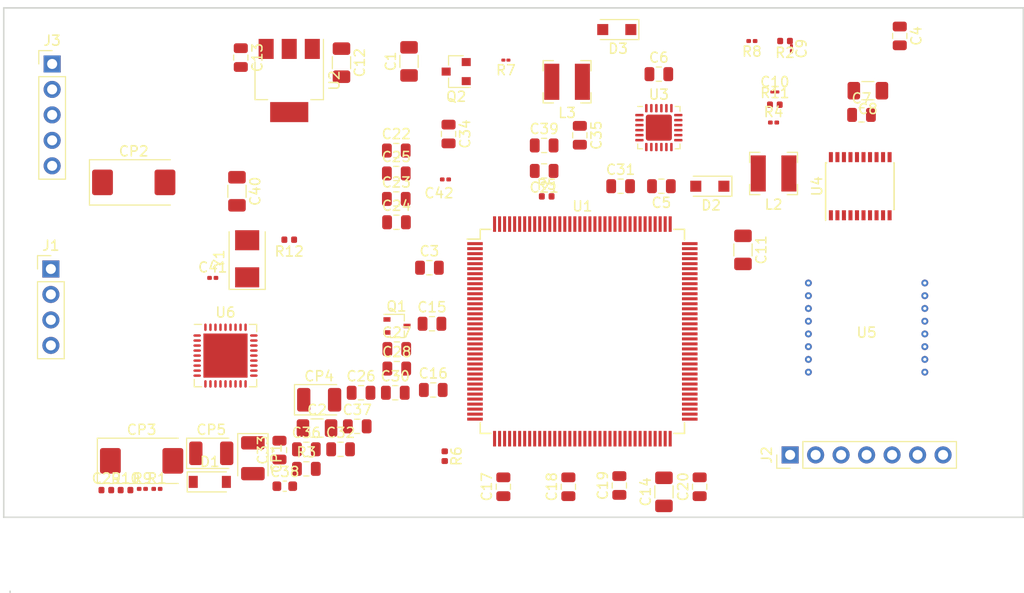
<source format=kicad_pcb>
(kicad_pcb (version 20171130) (host pcbnew "(5.0.2)-1")

  (general
    (thickness 1.6)
    (drawings 5)
    (tracks 0)
    (zones 0)
    (modules 76)
    (nets 170)
  )

  (page A4)
  (layers
    (0 F.Cu signal)
    (31 B.Cu signal)
    (32 B.Adhes user)
    (33 F.Adhes user)
    (34 B.Paste user)
    (35 F.Paste user)
    (36 B.SilkS user)
    (37 F.SilkS user)
    (38 B.Mask user)
    (39 F.Mask user)
    (40 Dwgs.User user)
    (41 Cmts.User user)
    (42 Eco1.User user)
    (43 Eco2.User user)
    (44 Edge.Cuts user)
    (45 Margin user)
    (46 B.CrtYd user)
    (47 F.CrtYd user)
    (48 B.Fab user)
    (49 F.Fab user)
  )

  (setup
    (last_trace_width 0.25)
    (trace_clearance 0.2032)
    (zone_clearance 0.508)
    (zone_45_only no)
    (trace_min 0.1524)
    (segment_width 0.2)
    (edge_width 0.15)
    (via_size 0.8)
    (via_drill 0.4)
    (via_min_size 0.6858)
    (via_min_drill 0.3302)
    (uvia_size 0.3)
    (uvia_drill 0.1)
    (uvias_allowed no)
    (uvia_min_size 0.2)
    (uvia_min_drill 0.1)
    (pcb_text_width 0.3)
    (pcb_text_size 1.5 1.5)
    (mod_edge_width 0.15)
    (mod_text_size 1 1)
    (mod_text_width 0.15)
    (pad_size 1.524 1.524)
    (pad_drill 0.762)
    (pad_to_mask_clearance 0.051)
    (solder_mask_min_width 0.25)
    (aux_axis_origin 0 0)
    (visible_elements 7FFFFFFF)
    (pcbplotparams
      (layerselection 0x010fc_ffffffff)
      (usegerberextensions false)
      (usegerberattributes false)
      (usegerberadvancedattributes false)
      (creategerberjobfile false)
      (excludeedgelayer true)
      (linewidth 0.100000)
      (plotframeref false)
      (viasonmask false)
      (mode 1)
      (useauxorigin false)
      (hpglpennumber 1)
      (hpglpenspeed 20)
      (hpglpendiameter 15.000000)
      (psnegative false)
      (psa4output false)
      (plotreference true)
      (plotvalue true)
      (plotinvisibletext false)
      (padsonsilk false)
      (subtractmaskfromsilk false)
      (outputformat 1)
      (mirror false)
      (drillshape 1)
      (scaleselection 1)
      (outputdirectory ""))
  )

  (net 0 "")
  (net 1 "Net-(C1-Pad1)")
  (net 2 GND)
  (net 3 "Net-(C2-Pad2)")
  (net 4 +15V)
  (net 5 -8V)
  (net 6 "Net-(C6-Pad1)")
  (net 7 "Net-(C7-Pad1)")
  (net 8 "Net-(C8-Pad2)")
  (net 9 "Net-(C9-Pad2)")
  (net 10 "Net-(C10-Pad1)")
  (net 11 "Net-(C11-Pad2)")
  (net 12 +5V)
  (net 13 +3V3)
  (net 14 "Net-(C14-Pad2)")
  (net 15 "Net-(C26-Pad2)")
  (net 16 "Net-(C27-Pad1)")
  (net 17 "Net-(C28-Pad1)")
  (net 18 "Net-(C29-Pad1)")
  (net 19 "Net-(C30-Pad1)")
  (net 20 "Net-(C32-Pad2)")
  (net 21 "Net-(C32-Pad1)")
  (net 22 "Net-(C33-Pad1)")
  (net 23 /TIM2_CH1)
  (net 24 "Net-(C35-Pad1)")
  (net 25 "Net-(C38-Pad1)")
  (net 26 "Net-(C38-Pad2)")
  (net 27 "Net-(CP5-Pad2)")
  (net 28 "Net-(D2-Pad1)")
  (net 29 "Net-(D3-Pad2)")
  (net 30 /SWDIO)
  (net 31 /SWCLK)
  (net 32 /RST)
  (net 33 /SPI1_SCK)
  (net 34 /SPI1_MISO)
  (net 35 /SPI1_MOSI)
  (net 36 /SPI2_SCK)
  (net 37 /SPI2_MISO)
  (net 38 /SPI2_MOSI)
  (net 39 "Net-(Q1-Pad1)")
  (net 40 "Net-(Q1-Pad3)")
  (net 41 "Net-(Q2-Pad1)")
  (net 42 "Net-(R5-Pad1)")
  (net 43 "Net-(U1-Pad2)")
  (net 44 /DCMI_D4)
  (net 45 /DCMI_D6)
  (net 46 /DCMI_D7)
  (net 47 "Net-(U1-Pad7)")
  (net 48 "Net-(U1-Pad8)")
  (net 49 "Net-(U1-Pad9)")
  (net 50 "Net-(U1-Pad10)")
  (net 51 "Net-(U1-Pad11)")
  (net 52 "Net-(U1-Pad12)")
  (net 53 "Net-(U1-Pad15)")
  (net 54 /TIM10_CH1)
  (net 55 /TIM11_CH1)
  (net 56 /TIM13_CH1)
  (net 57 /TIM14_CH1)
  (net 58 /DCMI_D11)
  (net 59 "Net-(U1-Pad26)")
  (net 60 "Net-(U1-Pad29)")
  (net 61 /DCMI_PIXCLK)
  (net 62 /TIM9_CH1)
  (net 63 /TIM9_CH2)
  (net 64 /DCMI_HSYNC)
  (net 65 "Net-(U1-Pad43)")
  (net 66 "Net-(U1-Pad45)")
  (net 67 /TIM1_CH2N)
  (net 68 "Net-(U1-Pad47)")
  (net 69 "Net-(U1-Pad49)")
  (net 70 "Net-(U1-Pad50)")
  (net 71 "Net-(U1-Pad53)")
  (net 72 "Net-(U1-Pad54)")
  (net 73 "Net-(U1-Pad55)")
  (net 74 "Net-(U1-Pad56)")
  (net 75 "Net-(U1-Pad57)")
  (net 76 "Net-(U1-Pad58)")
  (net 77 "Net-(U1-Pad59)")
  (net 78 /TIM1_CH1)
  (net 79 "Net-(U1-Pad63)")
  (net 80 "Net-(U1-Pad64)")
  (net 81 "Net-(U1-Pad65)")
  (net 82 "Net-(U1-Pad66)")
  (net 83 "Net-(U1-Pad67)")
  (net 84 "Net-(U1-Pad68)")
  (net 85 "Net-(U1-Pad70)")
  (net 86 "Net-(U1-Pad73)")
  (net 87 "Net-(U1-Pad74)")
  (net 88 /DCMI_VSYNC)
  (net 89 "Net-(U1-Pad77)")
  (net 90 "Net-(U1-Pad78)")
  (net 91 "Net-(U1-Pad79)")
  (net 92 "Net-(U1-Pad80)")
  (net 93 /TIM4_CH1)
  (net 94 /TIM4_CH2)
  (net 95 /TIM4_CH3)
  (net 96 /TIM4_CH4)
  (net 97 "Net-(U1-Pad87)")
  (net 98 "Net-(U1-Pad88)")
  (net 99 "Net-(U1-Pad89)")
  (net 100 "Net-(U1-Pad90)")
  (net 101 "Net-(U1-Pad91)")
  (net 102 "Net-(U1-Pad92)")
  (net 103 "Net-(U1-Pad93)")
  (net 104 /DCMI_D0)
  (net 105 /DCMI_D1)
  (net 106 /DCMI_D2)
  (net 107 /DCMI_D3)
  (net 108 "Net-(U1-Pad100)")
  (net 109 "Net-(U1-Pad101)")
  (net 110 "Net-(U1-Pad102)")
  (net 111 "Net-(U1-Pad103)")
  (net 112 "Net-(U1-Pad104)")
  (net 113 "Net-(U1-Pad105)")
  (net 114 "Net-(U1-Pad109)")
  (net 115 "Net-(U1-Pad110)")
  (net 116 /DCMI_D8)
  (net 117 "Net-(U1-Pad112)")
  (net 118 /DCMI_D9)
  (net 119 "Net-(U1-Pad114)")
  (net 120 "Net-(U1-Pad115)")
  (net 121 "Net-(U1-Pad116)")
  (net 122 /DCMI_D5)
  (net 123 "Net-(U1-Pad118)")
  (net 124 "Net-(U1-Pad119)")
  (net 125 /DCMI_D10)
  (net 126 "Net-(U1-Pad123)")
  (net 127 "Net-(U1-Pad125)")
  (net 128 "Net-(U1-Pad126)")
  (net 129 "Net-(U1-Pad127)")
  (net 130 "Net-(U1-Pad128)")
  (net 131 "Net-(U1-Pad129)")
  (net 132 "Net-(U1-Pad132)")
  (net 133 /TIM3_CH2)
  (net 134 "Net-(U1-Pad136)")
  (net 135 /I2C1_SDA)
  (net 136 /I2C1_SCL)
  (net 137 "Net-(U1-Pad140)")
  (net 138 "Net-(U1-Pad141)")
  (net 139 "Net-(U1-Pad142)")
  (net 140 "Net-(U3-Pad12)")
  (net 141 "Net-(U3-Pad13)")
  (net 142 "Net-(U3-Pad20)")
  (net 143 "Net-(U4-Pad11)")
  (net 144 "Net-(U4-Pad12)")
  (net 145 "Net-(U4-Pad14)")
  (net 146 "Net-(U4-Pad15)")
  (net 147 "Net-(U4-Pad18)")
  (net 148 "Net-(U4-Pad19)")
  (net 149 "Net-(U4-Pad20)")
  (net 150 "Net-(U6-Pad4)")
  (net 151 "Net-(U6-Pad5)")
  (net 152 "Net-(U6-Pad6)")
  (net 153 "Net-(U6-Pad7)")
  (net 154 "Net-(U6-Pad8)")
  (net 155 "Net-(U6-Pad9)")
  (net 156 GNDA)
  (net 157 "Net-(C41-Pad1)")
  (net 158 "Net-(C42-Pad1)")
  (net 159 "Net-(R12-Pad1)")
  (net 160 /POWER)
  (net 161 /GPIO1)
  (net 162 /SPI3_MOSI)
  (net 163 /SPI3_SCK)
  (net 164 "Net-(U6-Pad1)")
  (net 165 "Net-(U6-Pad2)")
  (net 166 "Net-(U6-Pad3)")
  (net 167 "Net-(U6-Pad10)")
  (net 168 "Net-(U6-Pad35)")
  (net 169 "Net-(U6-Pad36)")

  (net_class Default "This is the default net class."
    (clearance 0.2032)
    (trace_width 0.25)
    (via_dia 0.8)
    (via_drill 0.4)
    (uvia_dia 0.3)
    (uvia_drill 0.1)
    (add_net +15V)
    (add_net +3V3)
    (add_net +5V)
    (add_net -8V)
    (add_net /DCMI_D0)
    (add_net /DCMI_D1)
    (add_net /DCMI_D10)
    (add_net /DCMI_D11)
    (add_net /DCMI_D2)
    (add_net /DCMI_D3)
    (add_net /DCMI_D4)
    (add_net /DCMI_D5)
    (add_net /DCMI_D6)
    (add_net /DCMI_D7)
    (add_net /DCMI_D8)
    (add_net /DCMI_D9)
    (add_net /DCMI_HSYNC)
    (add_net /DCMI_PIXCLK)
    (add_net /DCMI_VSYNC)
    (add_net /GPIO1)
    (add_net /I2C1_SCL)
    (add_net /I2C1_SDA)
    (add_net /POWER)
    (add_net /RST)
    (add_net /SPI1_MISO)
    (add_net /SPI1_MOSI)
    (add_net /SPI1_SCK)
    (add_net /SPI2_MISO)
    (add_net /SPI2_MOSI)
    (add_net /SPI2_SCK)
    (add_net /SPI3_MOSI)
    (add_net /SPI3_SCK)
    (add_net /SWCLK)
    (add_net /SWDIO)
    (add_net /TIM10_CH1)
    (add_net /TIM11_CH1)
    (add_net /TIM13_CH1)
    (add_net /TIM14_CH1)
    (add_net /TIM1_CH1)
    (add_net /TIM1_CH2N)
    (add_net /TIM2_CH1)
    (add_net /TIM3_CH2)
    (add_net /TIM4_CH1)
    (add_net /TIM4_CH2)
    (add_net /TIM4_CH3)
    (add_net /TIM4_CH4)
    (add_net /TIM9_CH1)
    (add_net /TIM9_CH2)
    (add_net GND)
    (add_net GNDA)
    (add_net "Net-(C1-Pad1)")
    (add_net "Net-(C10-Pad1)")
    (add_net "Net-(C11-Pad2)")
    (add_net "Net-(C14-Pad2)")
    (add_net "Net-(C2-Pad2)")
    (add_net "Net-(C26-Pad2)")
    (add_net "Net-(C27-Pad1)")
    (add_net "Net-(C28-Pad1)")
    (add_net "Net-(C29-Pad1)")
    (add_net "Net-(C30-Pad1)")
    (add_net "Net-(C32-Pad1)")
    (add_net "Net-(C32-Pad2)")
    (add_net "Net-(C33-Pad1)")
    (add_net "Net-(C35-Pad1)")
    (add_net "Net-(C38-Pad1)")
    (add_net "Net-(C38-Pad2)")
    (add_net "Net-(C41-Pad1)")
    (add_net "Net-(C42-Pad1)")
    (add_net "Net-(C6-Pad1)")
    (add_net "Net-(C7-Pad1)")
    (add_net "Net-(C8-Pad2)")
    (add_net "Net-(C9-Pad2)")
    (add_net "Net-(CP5-Pad2)")
    (add_net "Net-(D2-Pad1)")
    (add_net "Net-(D3-Pad2)")
    (add_net "Net-(Q1-Pad1)")
    (add_net "Net-(Q1-Pad3)")
    (add_net "Net-(Q2-Pad1)")
    (add_net "Net-(R12-Pad1)")
    (add_net "Net-(R5-Pad1)")
    (add_net "Net-(U1-Pad10)")
    (add_net "Net-(U1-Pad100)")
    (add_net "Net-(U1-Pad101)")
    (add_net "Net-(U1-Pad102)")
    (add_net "Net-(U1-Pad103)")
    (add_net "Net-(U1-Pad104)")
    (add_net "Net-(U1-Pad105)")
    (add_net "Net-(U1-Pad109)")
    (add_net "Net-(U1-Pad11)")
    (add_net "Net-(U1-Pad110)")
    (add_net "Net-(U1-Pad112)")
    (add_net "Net-(U1-Pad114)")
    (add_net "Net-(U1-Pad115)")
    (add_net "Net-(U1-Pad116)")
    (add_net "Net-(U1-Pad118)")
    (add_net "Net-(U1-Pad119)")
    (add_net "Net-(U1-Pad12)")
    (add_net "Net-(U1-Pad123)")
    (add_net "Net-(U1-Pad125)")
    (add_net "Net-(U1-Pad126)")
    (add_net "Net-(U1-Pad127)")
    (add_net "Net-(U1-Pad128)")
    (add_net "Net-(U1-Pad129)")
    (add_net "Net-(U1-Pad132)")
    (add_net "Net-(U1-Pad136)")
    (add_net "Net-(U1-Pad140)")
    (add_net "Net-(U1-Pad141)")
    (add_net "Net-(U1-Pad142)")
    (add_net "Net-(U1-Pad15)")
    (add_net "Net-(U1-Pad2)")
    (add_net "Net-(U1-Pad26)")
    (add_net "Net-(U1-Pad29)")
    (add_net "Net-(U1-Pad43)")
    (add_net "Net-(U1-Pad45)")
    (add_net "Net-(U1-Pad47)")
    (add_net "Net-(U1-Pad49)")
    (add_net "Net-(U1-Pad50)")
    (add_net "Net-(U1-Pad53)")
    (add_net "Net-(U1-Pad54)")
    (add_net "Net-(U1-Pad55)")
    (add_net "Net-(U1-Pad56)")
    (add_net "Net-(U1-Pad57)")
    (add_net "Net-(U1-Pad58)")
    (add_net "Net-(U1-Pad59)")
    (add_net "Net-(U1-Pad63)")
    (add_net "Net-(U1-Pad64)")
    (add_net "Net-(U1-Pad65)")
    (add_net "Net-(U1-Pad66)")
    (add_net "Net-(U1-Pad67)")
    (add_net "Net-(U1-Pad68)")
    (add_net "Net-(U1-Pad7)")
    (add_net "Net-(U1-Pad70)")
    (add_net "Net-(U1-Pad73)")
    (add_net "Net-(U1-Pad74)")
    (add_net "Net-(U1-Pad77)")
    (add_net "Net-(U1-Pad78)")
    (add_net "Net-(U1-Pad79)")
    (add_net "Net-(U1-Pad8)")
    (add_net "Net-(U1-Pad80)")
    (add_net "Net-(U1-Pad87)")
    (add_net "Net-(U1-Pad88)")
    (add_net "Net-(U1-Pad89)")
    (add_net "Net-(U1-Pad9)")
    (add_net "Net-(U1-Pad90)")
    (add_net "Net-(U1-Pad91)")
    (add_net "Net-(U1-Pad92)")
    (add_net "Net-(U1-Pad93)")
    (add_net "Net-(U3-Pad12)")
    (add_net "Net-(U3-Pad13)")
    (add_net "Net-(U3-Pad20)")
    (add_net "Net-(U4-Pad11)")
    (add_net "Net-(U4-Pad12)")
    (add_net "Net-(U4-Pad14)")
    (add_net "Net-(U4-Pad15)")
    (add_net "Net-(U4-Pad18)")
    (add_net "Net-(U4-Pad19)")
    (add_net "Net-(U4-Pad20)")
    (add_net "Net-(U6-Pad1)")
    (add_net "Net-(U6-Pad10)")
    (add_net "Net-(U6-Pad2)")
    (add_net "Net-(U6-Pad3)")
    (add_net "Net-(U6-Pad35)")
    (add_net "Net-(U6-Pad36)")
    (add_net "Net-(U6-Pad4)")
    (add_net "Net-(U6-Pad5)")
    (add_net "Net-(U6-Pad6)")
    (add_net "Net-(U6-Pad7)")
    (add_net "Net-(U6-Pad8)")
    (add_net "Net-(U6-Pad9)")
  )

  (module Capacitor_SMD:C_1206_3216Metric (layer F.Cu) (tedit 5B301BBE) (tstamp 5CBA7CA6)
    (at 116.586 56.134 90)
    (descr "Capacitor SMD 1206 (3216 Metric), square (rectangular) end terminal, IPC_7351 nominal, (Body size source: http://www.tortai-tech.com/upload/download/2011102023233369053.pdf), generated with kicad-footprint-generator")
    (tags capacitor)
    (path /5C7CB2C0/5C7EB044)
    (attr smd)
    (fp_text reference C1 (at 0 -1.82 90) (layer F.SilkS)
      (effects (font (size 1 1) (thickness 0.15)))
    )
    (fp_text value 4.7μF (at 0 1.82 90) (layer F.Fab)
      (effects (font (size 1 1) (thickness 0.15)))
    )
    (fp_line (start -1.6 0.8) (end -1.6 -0.8) (layer F.Fab) (width 0.1))
    (fp_line (start -1.6 -0.8) (end 1.6 -0.8) (layer F.Fab) (width 0.1))
    (fp_line (start 1.6 -0.8) (end 1.6 0.8) (layer F.Fab) (width 0.1))
    (fp_line (start 1.6 0.8) (end -1.6 0.8) (layer F.Fab) (width 0.1))
    (fp_line (start -0.602064 -0.91) (end 0.602064 -0.91) (layer F.SilkS) (width 0.12))
    (fp_line (start -0.602064 0.91) (end 0.602064 0.91) (layer F.SilkS) (width 0.12))
    (fp_line (start -2.28 1.12) (end -2.28 -1.12) (layer F.CrtYd) (width 0.05))
    (fp_line (start -2.28 -1.12) (end 2.28 -1.12) (layer F.CrtYd) (width 0.05))
    (fp_line (start 2.28 -1.12) (end 2.28 1.12) (layer F.CrtYd) (width 0.05))
    (fp_line (start 2.28 1.12) (end -2.28 1.12) (layer F.CrtYd) (width 0.05))
    (fp_text user %R (at 0 0 90) (layer F.Fab)
      (effects (font (size 0.8 0.8) (thickness 0.12)))
    )
    (pad 1 smd roundrect (at -1.4 0 90) (size 1.25 1.75) (layers F.Cu F.Paste F.Mask) (roundrect_rratio 0.2)
      (net 1 "Net-(C1-Pad1)"))
    (pad 2 smd roundrect (at 1.4 0 90) (size 1.25 1.75) (layers F.Cu F.Paste F.Mask) (roundrect_rratio 0.2)
      (net 2 GND))
    (model ${KISYS3DMOD}/Capacitor_SMD.3dshapes/C_1206_3216Metric.wrl
      (at (xyz 0 0 0))
      (scale (xyz 1 1 1))
      (rotate (xyz 0 0 0))
    )
  )

  (module Capacitor_SMD:C_1206_3216Metric (layer F.Cu) (tedit 5B301BBE) (tstamp 5CBA7CB7)
    (at 107.416001 92.697001)
    (descr "Capacitor SMD 1206 (3216 Metric), square (rectangular) end terminal, IPC_7351 nominal, (Body size source: http://www.tortai-tech.com/upload/download/2011102023233369053.pdf), generated with kicad-footprint-generator")
    (tags capacitor)
    (path /5C7E7D76/5C858323)
    (attr smd)
    (fp_text reference C2 (at 0 -1.82) (layer F.SilkS)
      (effects (font (size 1 1) (thickness 0.15)))
    )
    (fp_text value 100nF (at 0 1.82) (layer F.Fab)
      (effects (font (size 1 1) (thickness 0.15)))
    )
    (fp_text user %R (at 0 0) (layer F.Fab)
      (effects (font (size 0.8 0.8) (thickness 0.12)))
    )
    (fp_line (start 2.28 1.12) (end -2.28 1.12) (layer F.CrtYd) (width 0.05))
    (fp_line (start 2.28 -1.12) (end 2.28 1.12) (layer F.CrtYd) (width 0.05))
    (fp_line (start -2.28 -1.12) (end 2.28 -1.12) (layer F.CrtYd) (width 0.05))
    (fp_line (start -2.28 1.12) (end -2.28 -1.12) (layer F.CrtYd) (width 0.05))
    (fp_line (start -0.602064 0.91) (end 0.602064 0.91) (layer F.SilkS) (width 0.12))
    (fp_line (start -0.602064 -0.91) (end 0.602064 -0.91) (layer F.SilkS) (width 0.12))
    (fp_line (start 1.6 0.8) (end -1.6 0.8) (layer F.Fab) (width 0.1))
    (fp_line (start 1.6 -0.8) (end 1.6 0.8) (layer F.Fab) (width 0.1))
    (fp_line (start -1.6 -0.8) (end 1.6 -0.8) (layer F.Fab) (width 0.1))
    (fp_line (start -1.6 0.8) (end -1.6 -0.8) (layer F.Fab) (width 0.1))
    (pad 2 smd roundrect (at 1.4 0) (size 1.25 1.75) (layers F.Cu F.Paste F.Mask) (roundrect_rratio 0.2)
      (net 3 "Net-(C2-Pad2)"))
    (pad 1 smd roundrect (at -1.4 0) (size 1.25 1.75) (layers F.Cu F.Paste F.Mask) (roundrect_rratio 0.2)
      (net 2 GND))
    (model ${KISYS3DMOD}/Capacitor_SMD.3dshapes/C_1206_3216Metric.wrl
      (at (xyz 0 0 0))
      (scale (xyz 1 1 1))
      (rotate (xyz 0 0 0))
    )
  )

  (module Capacitor_SMD:C_0805_2012Metric (layer F.Cu) (tedit 5B36C52B) (tstamp 5CBA7CC8)
    (at 118.618 76.708)
    (descr "Capacitor SMD 0805 (2012 Metric), square (rectangular) end terminal, IPC_7351 nominal, (Body size source: https://docs.google.com/spreadsheets/d/1BsfQQcO9C6DZCsRaXUlFlo91Tg2WpOkGARC1WS5S8t0/edit?usp=sharing), generated with kicad-footprint-generator")
    (tags capacitor)
    (path /5CB8927D)
    (attr smd)
    (fp_text reference C3 (at 0 -1.65) (layer F.SilkS)
      (effects (font (size 1 1) (thickness 0.15)))
    )
    (fp_text value "0.1 uF" (at 0 1.65) (layer F.Fab)
      (effects (font (size 1 1) (thickness 0.15)))
    )
    (fp_text user %R (at 0 0) (layer F.Fab)
      (effects (font (size 0.5 0.5) (thickness 0.08)))
    )
    (fp_line (start 1.68 0.95) (end -1.68 0.95) (layer F.CrtYd) (width 0.05))
    (fp_line (start 1.68 -0.95) (end 1.68 0.95) (layer F.CrtYd) (width 0.05))
    (fp_line (start -1.68 -0.95) (end 1.68 -0.95) (layer F.CrtYd) (width 0.05))
    (fp_line (start -1.68 0.95) (end -1.68 -0.95) (layer F.CrtYd) (width 0.05))
    (fp_line (start -0.258578 0.71) (end 0.258578 0.71) (layer F.SilkS) (width 0.12))
    (fp_line (start -0.258578 -0.71) (end 0.258578 -0.71) (layer F.SilkS) (width 0.12))
    (fp_line (start 1 0.6) (end -1 0.6) (layer F.Fab) (width 0.1))
    (fp_line (start 1 -0.6) (end 1 0.6) (layer F.Fab) (width 0.1))
    (fp_line (start -1 -0.6) (end 1 -0.6) (layer F.Fab) (width 0.1))
    (fp_line (start -1 0.6) (end -1 -0.6) (layer F.Fab) (width 0.1))
    (pad 2 smd roundrect (at 0.9375 0) (size 0.975 1.4) (layers F.Cu F.Paste F.Mask) (roundrect_rratio 0.25)
      (net 13 +3V3))
    (pad 1 smd roundrect (at -0.9375 0) (size 0.975 1.4) (layers F.Cu F.Paste F.Mask) (roundrect_rratio 0.25)
      (net 2 GND))
    (model ${KISYS3DMOD}/Capacitor_SMD.3dshapes/C_0805_2012Metric.wrl
      (at (xyz 0 0 0))
      (scale (xyz 1 1 1))
      (rotate (xyz 0 0 0))
    )
  )

  (module Capacitor_SMD:C_0805_2012Metric (layer F.Cu) (tedit 5B36C52B) (tstamp 5CBA7CD9)
    (at 165.481 53.594 270)
    (descr "Capacitor SMD 0805 (2012 Metric), square (rectangular) end terminal, IPC_7351 nominal, (Body size source: https://docs.google.com/spreadsheets/d/1BsfQQcO9C6DZCsRaXUlFlo91Tg2WpOkGARC1WS5S8t0/edit?usp=sharing), generated with kicad-footprint-generator")
    (tags capacitor)
    (path /5C7CB2C0/5C7FDA1A)
    (attr smd)
    (fp_text reference C4 (at 0 -1.65 270) (layer F.SilkS)
      (effects (font (size 1 1) (thickness 0.15)))
    )
    (fp_text value 22μF (at 0 1.65 270) (layer F.Fab)
      (effects (font (size 1 1) (thickness 0.15)))
    )
    (fp_text user %R (at 0 0 270) (layer F.Fab)
      (effects (font (size 0.5 0.5) (thickness 0.08)))
    )
    (fp_line (start 1.68 0.95) (end -1.68 0.95) (layer F.CrtYd) (width 0.05))
    (fp_line (start 1.68 -0.95) (end 1.68 0.95) (layer F.CrtYd) (width 0.05))
    (fp_line (start -1.68 -0.95) (end 1.68 -0.95) (layer F.CrtYd) (width 0.05))
    (fp_line (start -1.68 0.95) (end -1.68 -0.95) (layer F.CrtYd) (width 0.05))
    (fp_line (start -0.258578 0.71) (end 0.258578 0.71) (layer F.SilkS) (width 0.12))
    (fp_line (start -0.258578 -0.71) (end 0.258578 -0.71) (layer F.SilkS) (width 0.12))
    (fp_line (start 1 0.6) (end -1 0.6) (layer F.Fab) (width 0.1))
    (fp_line (start 1 -0.6) (end 1 0.6) (layer F.Fab) (width 0.1))
    (fp_line (start -1 -0.6) (end 1 -0.6) (layer F.Fab) (width 0.1))
    (fp_line (start -1 0.6) (end -1 -0.6) (layer F.Fab) (width 0.1))
    (pad 2 smd roundrect (at 0.9375 0 270) (size 0.975 1.4) (layers F.Cu F.Paste F.Mask) (roundrect_rratio 0.25)
      (net 2 GND))
    (pad 1 smd roundrect (at -0.9375 0 270) (size 0.975 1.4) (layers F.Cu F.Paste F.Mask) (roundrect_rratio 0.25)
      (net 4 +15V))
    (model ${KISYS3DMOD}/Capacitor_SMD.3dshapes/C_0805_2012Metric.wrl
      (at (xyz 0 0 0))
      (scale (xyz 1 1 1))
      (rotate (xyz 0 0 0))
    )
  )

  (module Capacitor_SMD:C_0805_2012Metric (layer F.Cu) (tedit 5B36C52B) (tstamp 5CBA7CEA)
    (at 141.732 68.58 180)
    (descr "Capacitor SMD 0805 (2012 Metric), square (rectangular) end terminal, IPC_7351 nominal, (Body size source: https://docs.google.com/spreadsheets/d/1BsfQQcO9C6DZCsRaXUlFlo91Tg2WpOkGARC1WS5S8t0/edit?usp=sharing), generated with kicad-footprint-generator")
    (tags capacitor)
    (path /5C7CB2C0/5C7E8E1D)
    (attr smd)
    (fp_text reference C5 (at 0 -1.65 180) (layer F.SilkS)
      (effects (font (size 1 1) (thickness 0.15)))
    )
    (fp_text value 22μF (at 0 1.65 180) (layer F.Fab)
      (effects (font (size 1 1) (thickness 0.15)))
    )
    (fp_line (start -1 0.6) (end -1 -0.6) (layer F.Fab) (width 0.1))
    (fp_line (start -1 -0.6) (end 1 -0.6) (layer F.Fab) (width 0.1))
    (fp_line (start 1 -0.6) (end 1 0.6) (layer F.Fab) (width 0.1))
    (fp_line (start 1 0.6) (end -1 0.6) (layer F.Fab) (width 0.1))
    (fp_line (start -0.258578 -0.71) (end 0.258578 -0.71) (layer F.SilkS) (width 0.12))
    (fp_line (start -0.258578 0.71) (end 0.258578 0.71) (layer F.SilkS) (width 0.12))
    (fp_line (start -1.68 0.95) (end -1.68 -0.95) (layer F.CrtYd) (width 0.05))
    (fp_line (start -1.68 -0.95) (end 1.68 -0.95) (layer F.CrtYd) (width 0.05))
    (fp_line (start 1.68 -0.95) (end 1.68 0.95) (layer F.CrtYd) (width 0.05))
    (fp_line (start 1.68 0.95) (end -1.68 0.95) (layer F.CrtYd) (width 0.05))
    (fp_text user %R (at 0 0 180) (layer F.Fab)
      (effects (font (size 0.5 0.5) (thickness 0.08)))
    )
    (pad 1 smd roundrect (at -0.9375 0 180) (size 0.975 1.4) (layers F.Cu F.Paste F.Mask) (roundrect_rratio 0.25)
      (net 5 -8V))
    (pad 2 smd roundrect (at 0.9375 0 180) (size 0.975 1.4) (layers F.Cu F.Paste F.Mask) (roundrect_rratio 0.25)
      (net 2 GND))
    (model ${KISYS3DMOD}/Capacitor_SMD.3dshapes/C_0805_2012Metric.wrl
      (at (xyz 0 0 0))
      (scale (xyz 1 1 1))
      (rotate (xyz 0 0 0))
    )
  )

  (module Capacitor_SMD:C_0805_2012Metric (layer F.Cu) (tedit 5B36C52B) (tstamp 5CBA7CFB)
    (at 141.478 57.404)
    (descr "Capacitor SMD 0805 (2012 Metric), square (rectangular) end terminal, IPC_7351 nominal, (Body size source: https://docs.google.com/spreadsheets/d/1BsfQQcO9C6DZCsRaXUlFlo91Tg2WpOkGARC1WS5S8t0/edit?usp=sharing), generated with kicad-footprint-generator")
    (tags capacitor)
    (path /5C7CB2C0/5C7E868E)
    (attr smd)
    (fp_text reference C6 (at 0 -1.65) (layer F.SilkS)
      (effects (font (size 1 1) (thickness 0.15)))
    )
    (fp_text value 10nF (at 0 1.65) (layer F.Fab)
      (effects (font (size 1 1) (thickness 0.15)))
    )
    (fp_text user %R (at 0 0) (layer F.Fab)
      (effects (font (size 0.5 0.5) (thickness 0.08)))
    )
    (fp_line (start 1.68 0.95) (end -1.68 0.95) (layer F.CrtYd) (width 0.05))
    (fp_line (start 1.68 -0.95) (end 1.68 0.95) (layer F.CrtYd) (width 0.05))
    (fp_line (start -1.68 -0.95) (end 1.68 -0.95) (layer F.CrtYd) (width 0.05))
    (fp_line (start -1.68 0.95) (end -1.68 -0.95) (layer F.CrtYd) (width 0.05))
    (fp_line (start -0.258578 0.71) (end 0.258578 0.71) (layer F.SilkS) (width 0.12))
    (fp_line (start -0.258578 -0.71) (end 0.258578 -0.71) (layer F.SilkS) (width 0.12))
    (fp_line (start 1 0.6) (end -1 0.6) (layer F.Fab) (width 0.1))
    (fp_line (start 1 -0.6) (end 1 0.6) (layer F.Fab) (width 0.1))
    (fp_line (start -1 -0.6) (end 1 -0.6) (layer F.Fab) (width 0.1))
    (fp_line (start -1 0.6) (end -1 -0.6) (layer F.Fab) (width 0.1))
    (pad 2 smd roundrect (at 0.9375 0) (size 0.975 1.4) (layers F.Cu F.Paste F.Mask) (roundrect_rratio 0.25)
      (net 2 GND))
    (pad 1 smd roundrect (at -0.9375 0) (size 0.975 1.4) (layers F.Cu F.Paste F.Mask) (roundrect_rratio 0.25)
      (net 6 "Net-(C6-Pad1)"))
    (model ${KISYS3DMOD}/Capacitor_SMD.3dshapes/C_0805_2012Metric.wrl
      (at (xyz 0 0 0))
      (scale (xyz 1 1 1))
      (rotate (xyz 0 0 0))
    )
  )

  (module Capacitor_SMD:C_0805_2012Metric (layer F.Cu) (tedit 5B36C52B) (tstamp 5CBA7D0C)
    (at 161.671 61.468)
    (descr "Capacitor SMD 0805 (2012 Metric), square (rectangular) end terminal, IPC_7351 nominal, (Body size source: https://docs.google.com/spreadsheets/d/1BsfQQcO9C6DZCsRaXUlFlo91Tg2WpOkGARC1WS5S8t0/edit?usp=sharing), generated with kicad-footprint-generator")
    (tags capacitor)
    (path /5C7CB2C0/5C7E8966)
    (attr smd)
    (fp_text reference C7 (at 0 -1.65) (layer F.SilkS)
      (effects (font (size 1 1) (thickness 0.15)))
    )
    (fp_text value 4.7nF (at 0 1.65) (layer F.Fab)
      (effects (font (size 1 1) (thickness 0.15)))
    )
    (fp_text user %R (at 0 0) (layer F.Fab)
      (effects (font (size 0.5 0.5) (thickness 0.08)))
    )
    (fp_line (start 1.68 0.95) (end -1.68 0.95) (layer F.CrtYd) (width 0.05))
    (fp_line (start 1.68 -0.95) (end 1.68 0.95) (layer F.CrtYd) (width 0.05))
    (fp_line (start -1.68 -0.95) (end 1.68 -0.95) (layer F.CrtYd) (width 0.05))
    (fp_line (start -1.68 0.95) (end -1.68 -0.95) (layer F.CrtYd) (width 0.05))
    (fp_line (start -0.258578 0.71) (end 0.258578 0.71) (layer F.SilkS) (width 0.12))
    (fp_line (start -0.258578 -0.71) (end 0.258578 -0.71) (layer F.SilkS) (width 0.12))
    (fp_line (start 1 0.6) (end -1 0.6) (layer F.Fab) (width 0.1))
    (fp_line (start 1 -0.6) (end 1 0.6) (layer F.Fab) (width 0.1))
    (fp_line (start -1 -0.6) (end 1 -0.6) (layer F.Fab) (width 0.1))
    (fp_line (start -1 0.6) (end -1 -0.6) (layer F.Fab) (width 0.1))
    (pad 2 smd roundrect (at 0.9375 0) (size 0.975 1.4) (layers F.Cu F.Paste F.Mask) (roundrect_rratio 0.25)
      (net 2 GND))
    (pad 1 smd roundrect (at -0.9375 0) (size 0.975 1.4) (layers F.Cu F.Paste F.Mask) (roundrect_rratio 0.25)
      (net 7 "Net-(C7-Pad1)"))
    (model ${KISYS3DMOD}/Capacitor_SMD.3dshapes/C_0805_2012Metric.wrl
      (at (xyz 0 0 0))
      (scale (xyz 1 1 1))
      (rotate (xyz 0 0 0))
    )
  )

  (module Capacitor_SMD:C_1206_3216Metric (layer F.Cu) (tedit 5B301BBE) (tstamp 5CBA7D1D)
    (at 162.306 59.055 180)
    (descr "Capacitor SMD 1206 (3216 Metric), square (rectangular) end terminal, IPC_7351 nominal, (Body size source: http://www.tortai-tech.com/upload/download/2011102023233369053.pdf), generated with kicad-footprint-generator")
    (tags capacitor)
    (path /5C7CB2C0/5C80EFD6)
    (attr smd)
    (fp_text reference C8 (at 0 -1.82 180) (layer F.SilkS)
      (effects (font (size 1 1) (thickness 0.15)))
    )
    (fp_text value 220nF (at 0 1.82 180) (layer F.Fab)
      (effects (font (size 1 1) (thickness 0.15)))
    )
    (fp_text user %R (at 0 0 180) (layer F.Fab)
      (effects (font (size 0.8 0.8) (thickness 0.12)))
    )
    (fp_line (start 2.28 1.12) (end -2.28 1.12) (layer F.CrtYd) (width 0.05))
    (fp_line (start 2.28 -1.12) (end 2.28 1.12) (layer F.CrtYd) (width 0.05))
    (fp_line (start -2.28 -1.12) (end 2.28 -1.12) (layer F.CrtYd) (width 0.05))
    (fp_line (start -2.28 1.12) (end -2.28 -1.12) (layer F.CrtYd) (width 0.05))
    (fp_line (start -0.602064 0.91) (end 0.602064 0.91) (layer F.SilkS) (width 0.12))
    (fp_line (start -0.602064 -0.91) (end 0.602064 -0.91) (layer F.SilkS) (width 0.12))
    (fp_line (start 1.6 0.8) (end -1.6 0.8) (layer F.Fab) (width 0.1))
    (fp_line (start 1.6 -0.8) (end 1.6 0.8) (layer F.Fab) (width 0.1))
    (fp_line (start -1.6 -0.8) (end 1.6 -0.8) (layer F.Fab) (width 0.1))
    (fp_line (start -1.6 0.8) (end -1.6 -0.8) (layer F.Fab) (width 0.1))
    (pad 2 smd roundrect (at 1.4 0 180) (size 1.25 1.75) (layers F.Cu F.Paste F.Mask) (roundrect_rratio 0.2)
      (net 8 "Net-(C8-Pad2)"))
    (pad 1 smd roundrect (at -1.4 0 180) (size 1.25 1.75) (layers F.Cu F.Paste F.Mask) (roundrect_rratio 0.2)
      (net 2 GND))
    (model ${KISYS3DMOD}/Capacitor_SMD.3dshapes/C_1206_3216Metric.wrl
      (at (xyz 0 0 0))
      (scale (xyz 1 1 1))
      (rotate (xyz 0 0 0))
    )
  )

  (module Capacitor_SMD:C_01005_0402Metric (layer F.Cu) (tedit 5B301BBE) (tstamp 5CBA7D2E)
    (at 154.686 54.864 270)
    (descr "Capacitor SMD 01005 (0402 Metric), square (rectangular) end terminal, IPC_7351 nominal, (Body size source: http://www.vishay.com/docs/20056/crcw01005e3.pdf), generated with kicad-footprint-generator")
    (tags capacitor)
    (path /5C7CB2C0/5C7FBDA8)
    (attr smd)
    (fp_text reference C9 (at 0 -1 270) (layer F.SilkS)
      (effects (font (size 1 1) (thickness 0.15)))
    )
    (fp_text value "4.6 pF" (at 0 1 270) (layer F.Fab)
      (effects (font (size 1 1) (thickness 0.15)))
    )
    (fp_text user %R (at 0 -0.62 270) (layer F.Fab)
      (effects (font (size 0.25 0.25) (thickness 0.04)))
    )
    (fp_line (start 0.6 0.3) (end -0.6 0.3) (layer F.CrtYd) (width 0.05))
    (fp_line (start 0.6 -0.3) (end 0.6 0.3) (layer F.CrtYd) (width 0.05))
    (fp_line (start -0.6 -0.3) (end 0.6 -0.3) (layer F.CrtYd) (width 0.05))
    (fp_line (start -0.6 0.3) (end -0.6 -0.3) (layer F.CrtYd) (width 0.05))
    (fp_line (start 0.2 0.1) (end -0.2 0.1) (layer F.Fab) (width 0.1))
    (fp_line (start 0.2 -0.1) (end 0.2 0.1) (layer F.Fab) (width 0.1))
    (fp_line (start -0.2 -0.1) (end 0.2 -0.1) (layer F.Fab) (width 0.1))
    (fp_line (start -0.2 0.1) (end -0.2 -0.1) (layer F.Fab) (width 0.1))
    (pad 2 smd roundrect (at 0.25 0 270) (size 0.4 0.3) (layers F.Cu F.Mask) (roundrect_rratio 0.25)
      (net 9 "Net-(C9-Pad2)"))
    (pad 1 smd roundrect (at -0.25 0 270) (size 0.4 0.3) (layers F.Cu F.Mask) (roundrect_rratio 0.25)
      (net 4 +15V))
    (pad "" smd roundrect (at 0.275 0 270) (size 0.27 0.27) (layers F.Paste) (roundrect_rratio 0.25))
    (pad "" smd roundrect (at -0.275 0 270) (size 0.27 0.27) (layers F.Paste) (roundrect_rratio 0.25))
    (model ${KISYS3DMOD}/Capacitor_SMD.3dshapes/C_01005_0402Metric.wrl
      (at (xyz 0 0 0))
      (scale (xyz 1 1 1))
      (rotate (xyz 0 0 0))
    )
  )

  (module Capacitor_SMD:C_01005_0402Metric (layer F.Cu) (tedit 5B301BBE) (tstamp 5CBA7D3F)
    (at 153.035 59.182)
    (descr "Capacitor SMD 01005 (0402 Metric), square (rectangular) end terminal, IPC_7351 nominal, (Body size source: http://www.vishay.com/docs/20056/crcw01005e3.pdf), generated with kicad-footprint-generator")
    (tags capacitor)
    (path /5C7CB2C0/5CBCEB85)
    (attr smd)
    (fp_text reference C10 (at 0 -1) (layer F.SilkS)
      (effects (font (size 1 1) (thickness 0.15)))
    )
    (fp_text value "8.6 pF" (at 0 1) (layer F.Fab)
      (effects (font (size 1 1) (thickness 0.15)))
    )
    (fp_line (start -0.2 0.1) (end -0.2 -0.1) (layer F.Fab) (width 0.1))
    (fp_line (start -0.2 -0.1) (end 0.2 -0.1) (layer F.Fab) (width 0.1))
    (fp_line (start 0.2 -0.1) (end 0.2 0.1) (layer F.Fab) (width 0.1))
    (fp_line (start 0.2 0.1) (end -0.2 0.1) (layer F.Fab) (width 0.1))
    (fp_line (start -0.6 0.3) (end -0.6 -0.3) (layer F.CrtYd) (width 0.05))
    (fp_line (start -0.6 -0.3) (end 0.6 -0.3) (layer F.CrtYd) (width 0.05))
    (fp_line (start 0.6 -0.3) (end 0.6 0.3) (layer F.CrtYd) (width 0.05))
    (fp_line (start 0.6 0.3) (end -0.6 0.3) (layer F.CrtYd) (width 0.05))
    (fp_text user %R (at 0 -0.62) (layer F.Fab)
      (effects (font (size 0.25 0.25) (thickness 0.04)))
    )
    (pad "" smd roundrect (at -0.275 0) (size 0.27 0.27) (layers F.Paste) (roundrect_rratio 0.25))
    (pad "" smd roundrect (at 0.275 0) (size 0.27 0.27) (layers F.Paste) (roundrect_rratio 0.25))
    (pad 1 smd roundrect (at -0.25 0) (size 0.4 0.3) (layers F.Cu F.Mask) (roundrect_rratio 0.25)
      (net 10 "Net-(C10-Pad1)"))
    (pad 2 smd roundrect (at 0.25 0) (size 0.4 0.3) (layers F.Cu F.Mask) (roundrect_rratio 0.25)
      (net 5 -8V))
    (model ${KISYS3DMOD}/Capacitor_SMD.3dshapes/C_01005_0402Metric.wrl
      (at (xyz 0 0 0))
      (scale (xyz 1 1 1))
      (rotate (xyz 0 0 0))
    )
  )

  (module Capacitor_SMD:C_1206_3216Metric (layer F.Cu) (tedit 5B301BBE) (tstamp 5CBA7D50)
    (at 149.86 74.93 270)
    (descr "Capacitor SMD 1206 (3216 Metric), square (rectangular) end terminal, IPC_7351 nominal, (Body size source: http://www.tortai-tech.com/upload/download/2011102023233369053.pdf), generated with kicad-footprint-generator")
    (tags capacitor)
    (path /5C533A9E)
    (attr smd)
    (fp_text reference C11 (at 0 -1.82 270) (layer F.SilkS)
      (effects (font (size 1 1) (thickness 0.15)))
    )
    (fp_text value 2,2µF (at 0 1.82 270) (layer F.Fab)
      (effects (font (size 1 1) (thickness 0.15)))
    )
    (fp_text user %R (at 0 0 270) (layer F.Fab)
      (effects (font (size 0.8 0.8) (thickness 0.12)))
    )
    (fp_line (start 2.28 1.12) (end -2.28 1.12) (layer F.CrtYd) (width 0.05))
    (fp_line (start 2.28 -1.12) (end 2.28 1.12) (layer F.CrtYd) (width 0.05))
    (fp_line (start -2.28 -1.12) (end 2.28 -1.12) (layer F.CrtYd) (width 0.05))
    (fp_line (start -2.28 1.12) (end -2.28 -1.12) (layer F.CrtYd) (width 0.05))
    (fp_line (start -0.602064 0.91) (end 0.602064 0.91) (layer F.SilkS) (width 0.12))
    (fp_line (start -0.602064 -0.91) (end 0.602064 -0.91) (layer F.SilkS) (width 0.12))
    (fp_line (start 1.6 0.8) (end -1.6 0.8) (layer F.Fab) (width 0.1))
    (fp_line (start 1.6 -0.8) (end 1.6 0.8) (layer F.Fab) (width 0.1))
    (fp_line (start -1.6 -0.8) (end 1.6 -0.8) (layer F.Fab) (width 0.1))
    (fp_line (start -1.6 0.8) (end -1.6 -0.8) (layer F.Fab) (width 0.1))
    (pad 2 smd roundrect (at 1.4 0 270) (size 1.25 1.75) (layers F.Cu F.Paste F.Mask) (roundrect_rratio 0.2)
      (net 11 "Net-(C11-Pad2)"))
    (pad 1 smd roundrect (at -1.4 0 270) (size 1.25 1.75) (layers F.Cu F.Paste F.Mask) (roundrect_rratio 0.2)
      (net 2 GND))
    (model ${KISYS3DMOD}/Capacitor_SMD.3dshapes/C_1206_3216Metric.wrl
      (at (xyz 0 0 0))
      (scale (xyz 1 1 1))
      (rotate (xyz 0 0 0))
    )
  )

  (module Capacitor_SMD:C_1206_3216Metric (layer F.Cu) (tedit 5B301BBE) (tstamp 5CBA7D61)
    (at 109.855 56.261 270)
    (descr "Capacitor SMD 1206 (3216 Metric), square (rectangular) end terminal, IPC_7351 nominal, (Body size source: http://www.tortai-tech.com/upload/download/2011102023233369053.pdf), generated with kicad-footprint-generator")
    (tags capacitor)
    (path /5C7CB2C0/5C7EAFBC)
    (attr smd)
    (fp_text reference C12 (at 0 -1.82 270) (layer F.SilkS)
      (effects (font (size 1 1) (thickness 0.15)))
    )
    (fp_text value 0.1μF (at 0 1.82 270) (layer F.Fab)
      (effects (font (size 1 1) (thickness 0.15)))
    )
    (fp_line (start -1.6 0.8) (end -1.6 -0.8) (layer F.Fab) (width 0.1))
    (fp_line (start -1.6 -0.8) (end 1.6 -0.8) (layer F.Fab) (width 0.1))
    (fp_line (start 1.6 -0.8) (end 1.6 0.8) (layer F.Fab) (width 0.1))
    (fp_line (start 1.6 0.8) (end -1.6 0.8) (layer F.Fab) (width 0.1))
    (fp_line (start -0.602064 -0.91) (end 0.602064 -0.91) (layer F.SilkS) (width 0.12))
    (fp_line (start -0.602064 0.91) (end 0.602064 0.91) (layer F.SilkS) (width 0.12))
    (fp_line (start -2.28 1.12) (end -2.28 -1.12) (layer F.CrtYd) (width 0.05))
    (fp_line (start -2.28 -1.12) (end 2.28 -1.12) (layer F.CrtYd) (width 0.05))
    (fp_line (start 2.28 -1.12) (end 2.28 1.12) (layer F.CrtYd) (width 0.05))
    (fp_line (start 2.28 1.12) (end -2.28 1.12) (layer F.CrtYd) (width 0.05))
    (fp_text user %R (at 0 0 270) (layer F.Fab)
      (effects (font (size 0.8 0.8) (thickness 0.12)))
    )
    (pad 1 smd roundrect (at -1.4 0 270) (size 1.25 1.75) (layers F.Cu F.Paste F.Mask) (roundrect_rratio 0.2)
      (net 160 /POWER))
    (pad 2 smd roundrect (at 1.4 0 270) (size 1.25 1.75) (layers F.Cu F.Paste F.Mask) (roundrect_rratio 0.2)
      (net 2 GND))
    (model ${KISYS3DMOD}/Capacitor_SMD.3dshapes/C_1206_3216Metric.wrl
      (at (xyz 0 0 0))
      (scale (xyz 1 1 1))
      (rotate (xyz 0 0 0))
    )
  )

  (module Capacitor_SMD:C_0805_2012Metric (layer F.Cu) (tedit 5B36C52B) (tstamp 5CBA7D72)
    (at 99.822 55.753 270)
    (descr "Capacitor SMD 0805 (2012 Metric), square (rectangular) end terminal, IPC_7351 nominal, (Body size source: https://docs.google.com/spreadsheets/d/1BsfQQcO9C6DZCsRaXUlFlo91Tg2WpOkGARC1WS5S8t0/edit?usp=sharing), generated with kicad-footprint-generator")
    (tags capacitor)
    (path /5C7CB2C0/5C7EC69B)
    (attr smd)
    (fp_text reference C13 (at 0 -1.65 270) (layer F.SilkS)
      (effects (font (size 1 1) (thickness 0.15)))
    )
    (fp_text value 10μF (at 0 1.65 270) (layer F.Fab)
      (effects (font (size 1 1) (thickness 0.15)))
    )
    (fp_text user %R (at 0 0 270) (layer F.Fab)
      (effects (font (size 0.5 0.5) (thickness 0.08)))
    )
    (fp_line (start 1.68 0.95) (end -1.68 0.95) (layer F.CrtYd) (width 0.05))
    (fp_line (start 1.68 -0.95) (end 1.68 0.95) (layer F.CrtYd) (width 0.05))
    (fp_line (start -1.68 -0.95) (end 1.68 -0.95) (layer F.CrtYd) (width 0.05))
    (fp_line (start -1.68 0.95) (end -1.68 -0.95) (layer F.CrtYd) (width 0.05))
    (fp_line (start -0.258578 0.71) (end 0.258578 0.71) (layer F.SilkS) (width 0.12))
    (fp_line (start -0.258578 -0.71) (end 0.258578 -0.71) (layer F.SilkS) (width 0.12))
    (fp_line (start 1 0.6) (end -1 0.6) (layer F.Fab) (width 0.1))
    (fp_line (start 1 -0.6) (end 1 0.6) (layer F.Fab) (width 0.1))
    (fp_line (start -1 -0.6) (end 1 -0.6) (layer F.Fab) (width 0.1))
    (fp_line (start -1 0.6) (end -1 -0.6) (layer F.Fab) (width 0.1))
    (pad 2 smd roundrect (at 0.9375 0 270) (size 0.975 1.4) (layers F.Cu F.Paste F.Mask) (roundrect_rratio 0.25)
      (net 2 GND))
    (pad 1 smd roundrect (at -0.9375 0 270) (size 0.975 1.4) (layers F.Cu F.Paste F.Mask) (roundrect_rratio 0.25)
      (net 13 +3V3))
    (model ${KISYS3DMOD}/Capacitor_SMD.3dshapes/C_0805_2012Metric.wrl
      (at (xyz 0 0 0))
      (scale (xyz 1 1 1))
      (rotate (xyz 0 0 0))
    )
  )

  (module Capacitor_SMD:C_1206_3216Metric (layer F.Cu) (tedit 5B301BBE) (tstamp 5CBA7D83)
    (at 141.986 99.06 90)
    (descr "Capacitor SMD 1206 (3216 Metric), square (rectangular) end terminal, IPC_7351 nominal, (Body size source: http://www.tortai-tech.com/upload/download/2011102023233369053.pdf), generated with kicad-footprint-generator")
    (tags capacitor)
    (path /5C53762D)
    (attr smd)
    (fp_text reference C14 (at 0 -1.82 90) (layer F.SilkS)
      (effects (font (size 1 1) (thickness 0.15)))
    )
    (fp_text value 2,2µF (at 0 1.82 90) (layer F.Fab)
      (effects (font (size 1 1) (thickness 0.15)))
    )
    (fp_line (start -1.6 0.8) (end -1.6 -0.8) (layer F.Fab) (width 0.1))
    (fp_line (start -1.6 -0.8) (end 1.6 -0.8) (layer F.Fab) (width 0.1))
    (fp_line (start 1.6 -0.8) (end 1.6 0.8) (layer F.Fab) (width 0.1))
    (fp_line (start 1.6 0.8) (end -1.6 0.8) (layer F.Fab) (width 0.1))
    (fp_line (start -0.602064 -0.91) (end 0.602064 -0.91) (layer F.SilkS) (width 0.12))
    (fp_line (start -0.602064 0.91) (end 0.602064 0.91) (layer F.SilkS) (width 0.12))
    (fp_line (start -2.28 1.12) (end -2.28 -1.12) (layer F.CrtYd) (width 0.05))
    (fp_line (start -2.28 -1.12) (end 2.28 -1.12) (layer F.CrtYd) (width 0.05))
    (fp_line (start 2.28 -1.12) (end 2.28 1.12) (layer F.CrtYd) (width 0.05))
    (fp_line (start 2.28 1.12) (end -2.28 1.12) (layer F.CrtYd) (width 0.05))
    (fp_text user %R (at 0 0 90) (layer F.Fab)
      (effects (font (size 0.8 0.8) (thickness 0.12)))
    )
    (pad 1 smd roundrect (at -1.4 0 90) (size 1.25 1.75) (layers F.Cu F.Paste F.Mask) (roundrect_rratio 0.2)
      (net 2 GND))
    (pad 2 smd roundrect (at 1.4 0 90) (size 1.25 1.75) (layers F.Cu F.Paste F.Mask) (roundrect_rratio 0.2)
      (net 14 "Net-(C14-Pad2)"))
    (model ${KISYS3DMOD}/Capacitor_SMD.3dshapes/C_1206_3216Metric.wrl
      (at (xyz 0 0 0))
      (scale (xyz 1 1 1))
      (rotate (xyz 0 0 0))
    )
  )

  (module Capacitor_SMD:C_0805_2012Metric (layer F.Cu) (tedit 5B36C52B) (tstamp 5CBA7D94)
    (at 118.872 82.296)
    (descr "Capacitor SMD 0805 (2012 Metric), square (rectangular) end terminal, IPC_7351 nominal, (Body size source: https://docs.google.com/spreadsheets/d/1BsfQQcO9C6DZCsRaXUlFlo91Tg2WpOkGARC1WS5S8t0/edit?usp=sharing), generated with kicad-footprint-generator")
    (tags capacitor)
    (path /5CAAD9D6)
    (attr smd)
    (fp_text reference C15 (at 0 -1.65) (layer F.SilkS)
      (effects (font (size 1 1) (thickness 0.15)))
    )
    (fp_text value "0.1 uF" (at 0 1.65) (layer F.Fab)
      (effects (font (size 1 1) (thickness 0.15)))
    )
    (fp_line (start -1 0.6) (end -1 -0.6) (layer F.Fab) (width 0.1))
    (fp_line (start -1 -0.6) (end 1 -0.6) (layer F.Fab) (width 0.1))
    (fp_line (start 1 -0.6) (end 1 0.6) (layer F.Fab) (width 0.1))
    (fp_line (start 1 0.6) (end -1 0.6) (layer F.Fab) (width 0.1))
    (fp_line (start -0.258578 -0.71) (end 0.258578 -0.71) (layer F.SilkS) (width 0.12))
    (fp_line (start -0.258578 0.71) (end 0.258578 0.71) (layer F.SilkS) (width 0.12))
    (fp_line (start -1.68 0.95) (end -1.68 -0.95) (layer F.CrtYd) (width 0.05))
    (fp_line (start -1.68 -0.95) (end 1.68 -0.95) (layer F.CrtYd) (width 0.05))
    (fp_line (start 1.68 -0.95) (end 1.68 0.95) (layer F.CrtYd) (width 0.05))
    (fp_line (start 1.68 0.95) (end -1.68 0.95) (layer F.CrtYd) (width 0.05))
    (fp_text user %R (at 0 0) (layer F.Fab)
      (effects (font (size 0.5 0.5) (thickness 0.08)))
    )
    (pad 1 smd roundrect (at -0.9375 0) (size 0.975 1.4) (layers F.Cu F.Paste F.Mask) (roundrect_rratio 0.25)
      (net 2 GND))
    (pad 2 smd roundrect (at 0.9375 0) (size 0.975 1.4) (layers F.Cu F.Paste F.Mask) (roundrect_rratio 0.25)
      (net 13 +3V3))
    (model ${KISYS3DMOD}/Capacitor_SMD.3dshapes/C_0805_2012Metric.wrl
      (at (xyz 0 0 0))
      (scale (xyz 1 1 1))
      (rotate (xyz 0 0 0))
    )
  )

  (module Capacitor_SMD:C_0805_2012Metric (layer F.Cu) (tedit 5B36C52B) (tstamp 5CBA7DA5)
    (at 118.999 88.9)
    (descr "Capacitor SMD 0805 (2012 Metric), square (rectangular) end terminal, IPC_7351 nominal, (Body size source: https://docs.google.com/spreadsheets/d/1BsfQQcO9C6DZCsRaXUlFlo91Tg2WpOkGARC1WS5S8t0/edit?usp=sharing), generated with kicad-footprint-generator")
    (tags capacitor)
    (path /5CA96A90)
    (attr smd)
    (fp_text reference C16 (at 0 -1.65) (layer F.SilkS)
      (effects (font (size 1 1) (thickness 0.15)))
    )
    (fp_text value "0.1 uF" (at 0 1.65) (layer F.Fab)
      (effects (font (size 1 1) (thickness 0.15)))
    )
    (fp_text user %R (at 0 0) (layer F.Fab)
      (effects (font (size 0.5 0.5) (thickness 0.08)))
    )
    (fp_line (start 1.68 0.95) (end -1.68 0.95) (layer F.CrtYd) (width 0.05))
    (fp_line (start 1.68 -0.95) (end 1.68 0.95) (layer F.CrtYd) (width 0.05))
    (fp_line (start -1.68 -0.95) (end 1.68 -0.95) (layer F.CrtYd) (width 0.05))
    (fp_line (start -1.68 0.95) (end -1.68 -0.95) (layer F.CrtYd) (width 0.05))
    (fp_line (start -0.258578 0.71) (end 0.258578 0.71) (layer F.SilkS) (width 0.12))
    (fp_line (start -0.258578 -0.71) (end 0.258578 -0.71) (layer F.SilkS) (width 0.12))
    (fp_line (start 1 0.6) (end -1 0.6) (layer F.Fab) (width 0.1))
    (fp_line (start 1 -0.6) (end 1 0.6) (layer F.Fab) (width 0.1))
    (fp_line (start -1 -0.6) (end 1 -0.6) (layer F.Fab) (width 0.1))
    (fp_line (start -1 0.6) (end -1 -0.6) (layer F.Fab) (width 0.1))
    (pad 2 smd roundrect (at 0.9375 0) (size 0.975 1.4) (layers F.Cu F.Paste F.Mask) (roundrect_rratio 0.25)
      (net 13 +3V3))
    (pad 1 smd roundrect (at -0.9375 0) (size 0.975 1.4) (layers F.Cu F.Paste F.Mask) (roundrect_rratio 0.25)
      (net 2 GND))
    (model ${KISYS3DMOD}/Capacitor_SMD.3dshapes/C_0805_2012Metric.wrl
      (at (xyz 0 0 0))
      (scale (xyz 1 1 1))
      (rotate (xyz 0 0 0))
    )
  )

  (module Capacitor_SMD:C_0805_2012Metric (layer F.Cu) (tedit 5B36C52B) (tstamp 5CBA7DB6)
    (at 125.984 98.552 90)
    (descr "Capacitor SMD 0805 (2012 Metric), square (rectangular) end terminal, IPC_7351 nominal, (Body size source: https://docs.google.com/spreadsheets/d/1BsfQQcO9C6DZCsRaXUlFlo91Tg2WpOkGARC1WS5S8t0/edit?usp=sharing), generated with kicad-footprint-generator")
    (tags capacitor)
    (path /5CAAD998)
    (attr smd)
    (fp_text reference C17 (at 0 -1.65 90) (layer F.SilkS)
      (effects (font (size 1 1) (thickness 0.15)))
    )
    (fp_text value "0.1 uF" (at 0 1.65 90) (layer F.Fab)
      (effects (font (size 1 1) (thickness 0.15)))
    )
    (fp_text user %R (at 0 0 90) (layer F.Fab)
      (effects (font (size 0.5 0.5) (thickness 0.08)))
    )
    (fp_line (start 1.68 0.95) (end -1.68 0.95) (layer F.CrtYd) (width 0.05))
    (fp_line (start 1.68 -0.95) (end 1.68 0.95) (layer F.CrtYd) (width 0.05))
    (fp_line (start -1.68 -0.95) (end 1.68 -0.95) (layer F.CrtYd) (width 0.05))
    (fp_line (start -1.68 0.95) (end -1.68 -0.95) (layer F.CrtYd) (width 0.05))
    (fp_line (start -0.258578 0.71) (end 0.258578 0.71) (layer F.SilkS) (width 0.12))
    (fp_line (start -0.258578 -0.71) (end 0.258578 -0.71) (layer F.SilkS) (width 0.12))
    (fp_line (start 1 0.6) (end -1 0.6) (layer F.Fab) (width 0.1))
    (fp_line (start 1 -0.6) (end 1 0.6) (layer F.Fab) (width 0.1))
    (fp_line (start -1 -0.6) (end 1 -0.6) (layer F.Fab) (width 0.1))
    (fp_line (start -1 0.6) (end -1 -0.6) (layer F.Fab) (width 0.1))
    (pad 2 smd roundrect (at 0.9375 0 90) (size 0.975 1.4) (layers F.Cu F.Paste F.Mask) (roundrect_rratio 0.25)
      (net 13 +3V3))
    (pad 1 smd roundrect (at -0.9375 0 90) (size 0.975 1.4) (layers F.Cu F.Paste F.Mask) (roundrect_rratio 0.25)
      (net 2 GND))
    (model ${KISYS3DMOD}/Capacitor_SMD.3dshapes/C_0805_2012Metric.wrl
      (at (xyz 0 0 0))
      (scale (xyz 1 1 1))
      (rotate (xyz 0 0 0))
    )
  )

  (module Capacitor_SMD:C_0805_2012Metric (layer F.Cu) (tedit 5B36C52B) (tstamp 5CBA7DC7)
    (at 132.461 98.552 90)
    (descr "Capacitor SMD 0805 (2012 Metric), square (rectangular) end terminal, IPC_7351 nominal, (Body size source: https://docs.google.com/spreadsheets/d/1BsfQQcO9C6DZCsRaXUlFlo91Tg2WpOkGARC1WS5S8t0/edit?usp=sharing), generated with kicad-footprint-generator")
    (tags capacitor)
    (path /5CA8BBDE)
    (attr smd)
    (fp_text reference C18 (at 0 -1.65 90) (layer F.SilkS)
      (effects (font (size 1 1) (thickness 0.15)))
    )
    (fp_text value "0.1 uF" (at 0 1.65 90) (layer F.Fab)
      (effects (font (size 1 1) (thickness 0.15)))
    )
    (fp_line (start -1 0.6) (end -1 -0.6) (layer F.Fab) (width 0.1))
    (fp_line (start -1 -0.6) (end 1 -0.6) (layer F.Fab) (width 0.1))
    (fp_line (start 1 -0.6) (end 1 0.6) (layer F.Fab) (width 0.1))
    (fp_line (start 1 0.6) (end -1 0.6) (layer F.Fab) (width 0.1))
    (fp_line (start -0.258578 -0.71) (end 0.258578 -0.71) (layer F.SilkS) (width 0.12))
    (fp_line (start -0.258578 0.71) (end 0.258578 0.71) (layer F.SilkS) (width 0.12))
    (fp_line (start -1.68 0.95) (end -1.68 -0.95) (layer F.CrtYd) (width 0.05))
    (fp_line (start -1.68 -0.95) (end 1.68 -0.95) (layer F.CrtYd) (width 0.05))
    (fp_line (start 1.68 -0.95) (end 1.68 0.95) (layer F.CrtYd) (width 0.05))
    (fp_line (start 1.68 0.95) (end -1.68 0.95) (layer F.CrtYd) (width 0.05))
    (fp_text user %R (at 0 0 90) (layer F.Fab)
      (effects (font (size 0.5 0.5) (thickness 0.08)))
    )
    (pad 1 smd roundrect (at -0.9375 0 90) (size 0.975 1.4) (layers F.Cu F.Paste F.Mask) (roundrect_rratio 0.25)
      (net 2 GND))
    (pad 2 smd roundrect (at 0.9375 0 90) (size 0.975 1.4) (layers F.Cu F.Paste F.Mask) (roundrect_rratio 0.25)
      (net 13 +3V3))
    (model ${KISYS3DMOD}/Capacitor_SMD.3dshapes/C_0805_2012Metric.wrl
      (at (xyz 0 0 0))
      (scale (xyz 1 1 1))
      (rotate (xyz 0 0 0))
    )
  )

  (module Capacitor_SMD:C_0805_2012Metric (layer F.Cu) (tedit 5B36C52B) (tstamp 5CBA7DD8)
    (at 137.541 98.425 90)
    (descr "Capacitor SMD 0805 (2012 Metric), square (rectangular) end terminal, IPC_7351 nominal, (Body size source: https://docs.google.com/spreadsheets/d/1BsfQQcO9C6DZCsRaXUlFlo91Tg2WpOkGARC1WS5S8t0/edit?usp=sharing), generated with kicad-footprint-generator")
    (tags capacitor)
    (path /5CA76820)
    (attr smd)
    (fp_text reference C19 (at 0 -1.65 90) (layer F.SilkS)
      (effects (font (size 1 1) (thickness 0.15)))
    )
    (fp_text value "0.1 uF" (at 0 1.65 90) (layer F.Fab)
      (effects (font (size 1 1) (thickness 0.15)))
    )
    (fp_text user %R (at 0 0 90) (layer F.Fab)
      (effects (font (size 0.5 0.5) (thickness 0.08)))
    )
    (fp_line (start 1.68 0.95) (end -1.68 0.95) (layer F.CrtYd) (width 0.05))
    (fp_line (start 1.68 -0.95) (end 1.68 0.95) (layer F.CrtYd) (width 0.05))
    (fp_line (start -1.68 -0.95) (end 1.68 -0.95) (layer F.CrtYd) (width 0.05))
    (fp_line (start -1.68 0.95) (end -1.68 -0.95) (layer F.CrtYd) (width 0.05))
    (fp_line (start -0.258578 0.71) (end 0.258578 0.71) (layer F.SilkS) (width 0.12))
    (fp_line (start -0.258578 -0.71) (end 0.258578 -0.71) (layer F.SilkS) (width 0.12))
    (fp_line (start 1 0.6) (end -1 0.6) (layer F.Fab) (width 0.1))
    (fp_line (start 1 -0.6) (end 1 0.6) (layer F.Fab) (width 0.1))
    (fp_line (start -1 -0.6) (end 1 -0.6) (layer F.Fab) (width 0.1))
    (fp_line (start -1 0.6) (end -1 -0.6) (layer F.Fab) (width 0.1))
    (pad 2 smd roundrect (at 0.9375 0 90) (size 0.975 1.4) (layers F.Cu F.Paste F.Mask) (roundrect_rratio 0.25)
      (net 13 +3V3))
    (pad 1 smd roundrect (at -0.9375 0 90) (size 0.975 1.4) (layers F.Cu F.Paste F.Mask) (roundrect_rratio 0.25)
      (net 2 GND))
    (model ${KISYS3DMOD}/Capacitor_SMD.3dshapes/C_0805_2012Metric.wrl
      (at (xyz 0 0 0))
      (scale (xyz 1 1 1))
      (rotate (xyz 0 0 0))
    )
  )

  (module Capacitor_SMD:C_0805_2012Metric (layer F.Cu) (tedit 5B36C52B) (tstamp 5CBA7DE9)
    (at 145.542 98.552 90)
    (descr "Capacitor SMD 0805 (2012 Metric), square (rectangular) end terminal, IPC_7351 nominal, (Body size source: https://docs.google.com/spreadsheets/d/1BsfQQcO9C6DZCsRaXUlFlo91Tg2WpOkGARC1WS5S8t0/edit?usp=sharing), generated with kicad-footprint-generator")
    (tags capacitor)
    (path /5CAAD95C)
    (attr smd)
    (fp_text reference C20 (at 0 -1.65 90) (layer F.SilkS)
      (effects (font (size 1 1) (thickness 0.15)))
    )
    (fp_text value "0.1 uF" (at 0 1.65 90) (layer F.Fab)
      (effects (font (size 1 1) (thickness 0.15)))
    )
    (fp_text user %R (at 0 0 90) (layer F.Fab)
      (effects (font (size 0.5 0.5) (thickness 0.08)))
    )
    (fp_line (start 1.68 0.95) (end -1.68 0.95) (layer F.CrtYd) (width 0.05))
    (fp_line (start 1.68 -0.95) (end 1.68 0.95) (layer F.CrtYd) (width 0.05))
    (fp_line (start -1.68 -0.95) (end 1.68 -0.95) (layer F.CrtYd) (width 0.05))
    (fp_line (start -1.68 0.95) (end -1.68 -0.95) (layer F.CrtYd) (width 0.05))
    (fp_line (start -0.258578 0.71) (end 0.258578 0.71) (layer F.SilkS) (width 0.12))
    (fp_line (start -0.258578 -0.71) (end 0.258578 -0.71) (layer F.SilkS) (width 0.12))
    (fp_line (start 1 0.6) (end -1 0.6) (layer F.Fab) (width 0.1))
    (fp_line (start 1 -0.6) (end 1 0.6) (layer F.Fab) (width 0.1))
    (fp_line (start -1 -0.6) (end 1 -0.6) (layer F.Fab) (width 0.1))
    (fp_line (start -1 0.6) (end -1 -0.6) (layer F.Fab) (width 0.1))
    (pad 2 smd roundrect (at 0.9375 0 90) (size 0.975 1.4) (layers F.Cu F.Paste F.Mask) (roundrect_rratio 0.25)
      (net 13 +3V3))
    (pad 1 smd roundrect (at -0.9375 0 90) (size 0.975 1.4) (layers F.Cu F.Paste F.Mask) (roundrect_rratio 0.25)
      (net 2 GND))
    (model ${KISYS3DMOD}/Capacitor_SMD.3dshapes/C_0805_2012Metric.wrl
      (at (xyz 0 0 0))
      (scale (xyz 1 1 1))
      (rotate (xyz 0 0 0))
    )
  )

  (module Capacitor_SMD:C_0805_2012Metric (layer F.Cu) (tedit 5B36C52B) (tstamp 5CBA7DFA)
    (at 130.048 67.056 180)
    (descr "Capacitor SMD 0805 (2012 Metric), square (rectangular) end terminal, IPC_7351 nominal, (Body size source: https://docs.google.com/spreadsheets/d/1BsfQQcO9C6DZCsRaXUlFlo91Tg2WpOkGARC1WS5S8t0/edit?usp=sharing), generated with kicad-footprint-generator")
    (tags capacitor)
    (path /5CA66DAE)
    (attr smd)
    (fp_text reference C21 (at 0 -1.65 180) (layer F.SilkS)
      (effects (font (size 1 1) (thickness 0.15)))
    )
    (fp_text value "0.1 uF" (at 0 1.65 180) (layer F.Fab)
      (effects (font (size 1 1) (thickness 0.15)))
    )
    (fp_line (start -1 0.6) (end -1 -0.6) (layer F.Fab) (width 0.1))
    (fp_line (start -1 -0.6) (end 1 -0.6) (layer F.Fab) (width 0.1))
    (fp_line (start 1 -0.6) (end 1 0.6) (layer F.Fab) (width 0.1))
    (fp_line (start 1 0.6) (end -1 0.6) (layer F.Fab) (width 0.1))
    (fp_line (start -0.258578 -0.71) (end 0.258578 -0.71) (layer F.SilkS) (width 0.12))
    (fp_line (start -0.258578 0.71) (end 0.258578 0.71) (layer F.SilkS) (width 0.12))
    (fp_line (start -1.68 0.95) (end -1.68 -0.95) (layer F.CrtYd) (width 0.05))
    (fp_line (start -1.68 -0.95) (end 1.68 -0.95) (layer F.CrtYd) (width 0.05))
    (fp_line (start 1.68 -0.95) (end 1.68 0.95) (layer F.CrtYd) (width 0.05))
    (fp_line (start 1.68 0.95) (end -1.68 0.95) (layer F.CrtYd) (width 0.05))
    (fp_text user %R (at 0 0 180) (layer F.Fab)
      (effects (font (size 0.5 0.5) (thickness 0.08)))
    )
    (pad 1 smd roundrect (at -0.9375 0 180) (size 0.975 1.4) (layers F.Cu F.Paste F.Mask) (roundrect_rratio 0.25)
      (net 2 GND))
    (pad 2 smd roundrect (at 0.9375 0 180) (size 0.975 1.4) (layers F.Cu F.Paste F.Mask) (roundrect_rratio 0.25)
      (net 13 +3V3))
    (model ${KISYS3DMOD}/Capacitor_SMD.3dshapes/C_0805_2012Metric.wrl
      (at (xyz 0 0 0))
      (scale (xyz 1 1 1))
      (rotate (xyz 0 0 0))
    )
  )

  (module Capacitor_SMD:C_0805_2012Metric (layer F.Cu) (tedit 5B36C52B) (tstamp 5CBA7E0B)
    (at 115.316 65.024)
    (descr "Capacitor SMD 0805 (2012 Metric), square (rectangular) end terminal, IPC_7351 nominal, (Body size source: https://docs.google.com/spreadsheets/d/1BsfQQcO9C6DZCsRaXUlFlo91Tg2WpOkGARC1WS5S8t0/edit?usp=sharing), generated with kicad-footprint-generator")
    (tags capacitor)
    (path /5CA5CEC7)
    (attr smd)
    (fp_text reference C22 (at 0 -1.65) (layer F.SilkS)
      (effects (font (size 1 1) (thickness 0.15)))
    )
    (fp_text value "0.1 uF" (at 0 1.65) (layer F.Fab)
      (effects (font (size 1 1) (thickness 0.15)))
    )
    (fp_text user %R (at 0 0) (layer F.Fab)
      (effects (font (size 0.5 0.5) (thickness 0.08)))
    )
    (fp_line (start 1.68 0.95) (end -1.68 0.95) (layer F.CrtYd) (width 0.05))
    (fp_line (start 1.68 -0.95) (end 1.68 0.95) (layer F.CrtYd) (width 0.05))
    (fp_line (start -1.68 -0.95) (end 1.68 -0.95) (layer F.CrtYd) (width 0.05))
    (fp_line (start -1.68 0.95) (end -1.68 -0.95) (layer F.CrtYd) (width 0.05))
    (fp_line (start -0.258578 0.71) (end 0.258578 0.71) (layer F.SilkS) (width 0.12))
    (fp_line (start -0.258578 -0.71) (end 0.258578 -0.71) (layer F.SilkS) (width 0.12))
    (fp_line (start 1 0.6) (end -1 0.6) (layer F.Fab) (width 0.1))
    (fp_line (start 1 -0.6) (end 1 0.6) (layer F.Fab) (width 0.1))
    (fp_line (start -1 -0.6) (end 1 -0.6) (layer F.Fab) (width 0.1))
    (fp_line (start -1 0.6) (end -1 -0.6) (layer F.Fab) (width 0.1))
    (pad 2 smd roundrect (at 0.9375 0) (size 0.975 1.4) (layers F.Cu F.Paste F.Mask) (roundrect_rratio 0.25)
      (net 13 +3V3))
    (pad 1 smd roundrect (at -0.9375 0) (size 0.975 1.4) (layers F.Cu F.Paste F.Mask) (roundrect_rratio 0.25)
      (net 2 GND))
    (model ${KISYS3DMOD}/Capacitor_SMD.3dshapes/C_0805_2012Metric.wrl
      (at (xyz 0 0 0))
      (scale (xyz 1 1 1))
      (rotate (xyz 0 0 0))
    )
  )

  (module Capacitor_SMD:C_0805_2012Metric (layer F.Cu) (tedit 5B36C52B) (tstamp 5CBA7E1C)
    (at 115.316 69.85)
    (descr "Capacitor SMD 0805 (2012 Metric), square (rectangular) end terminal, IPC_7351 nominal, (Body size source: https://docs.google.com/spreadsheets/d/1BsfQQcO9C6DZCsRaXUlFlo91Tg2WpOkGARC1WS5S8t0/edit?usp=sharing), generated with kicad-footprint-generator")
    (tags capacitor)
    (path /5CA21299)
    (attr smd)
    (fp_text reference C23 (at 0 -1.65) (layer F.SilkS)
      (effects (font (size 1 1) (thickness 0.15)))
    )
    (fp_text value "0.1 uF" (at 0 1.65) (layer F.Fab)
      (effects (font (size 1 1) (thickness 0.15)))
    )
    (fp_line (start -1 0.6) (end -1 -0.6) (layer F.Fab) (width 0.1))
    (fp_line (start -1 -0.6) (end 1 -0.6) (layer F.Fab) (width 0.1))
    (fp_line (start 1 -0.6) (end 1 0.6) (layer F.Fab) (width 0.1))
    (fp_line (start 1 0.6) (end -1 0.6) (layer F.Fab) (width 0.1))
    (fp_line (start -0.258578 -0.71) (end 0.258578 -0.71) (layer F.SilkS) (width 0.12))
    (fp_line (start -0.258578 0.71) (end 0.258578 0.71) (layer F.SilkS) (width 0.12))
    (fp_line (start -1.68 0.95) (end -1.68 -0.95) (layer F.CrtYd) (width 0.05))
    (fp_line (start -1.68 -0.95) (end 1.68 -0.95) (layer F.CrtYd) (width 0.05))
    (fp_line (start 1.68 -0.95) (end 1.68 0.95) (layer F.CrtYd) (width 0.05))
    (fp_line (start 1.68 0.95) (end -1.68 0.95) (layer F.CrtYd) (width 0.05))
    (fp_text user %R (at 0 0) (layer F.Fab)
      (effects (font (size 0.5 0.5) (thickness 0.08)))
    )
    (pad 1 smd roundrect (at -0.9375 0) (size 0.975 1.4) (layers F.Cu F.Paste F.Mask) (roundrect_rratio 0.25)
      (net 2 GND))
    (pad 2 smd roundrect (at 0.9375 0) (size 0.975 1.4) (layers F.Cu F.Paste F.Mask) (roundrect_rratio 0.25)
      (net 13 +3V3))
    (model ${KISYS3DMOD}/Capacitor_SMD.3dshapes/C_0805_2012Metric.wrl
      (at (xyz 0 0 0))
      (scale (xyz 1 1 1))
      (rotate (xyz 0 0 0))
    )
  )

  (module Capacitor_SMD:C_0805_2012Metric (layer F.Cu) (tedit 5B36C52B) (tstamp 5CBA7E2D)
    (at 115.336001 72.177001)
    (descr "Capacitor SMD 0805 (2012 Metric), square (rectangular) end terminal, IPC_7351 nominal, (Body size source: https://docs.google.com/spreadsheets/d/1BsfQQcO9C6DZCsRaXUlFlo91Tg2WpOkGARC1WS5S8t0/edit?usp=sharing), generated with kicad-footprint-generator")
    (tags capacitor)
    (path /5CA1C988)
    (attr smd)
    (fp_text reference C24 (at 0 -1.65) (layer F.SilkS)
      (effects (font (size 1 1) (thickness 0.15)))
    )
    (fp_text value "0.1 uF" (at 0 1.65) (layer F.Fab)
      (effects (font (size 1 1) (thickness 0.15)))
    )
    (fp_line (start -1 0.6) (end -1 -0.6) (layer F.Fab) (width 0.1))
    (fp_line (start -1 -0.6) (end 1 -0.6) (layer F.Fab) (width 0.1))
    (fp_line (start 1 -0.6) (end 1 0.6) (layer F.Fab) (width 0.1))
    (fp_line (start 1 0.6) (end -1 0.6) (layer F.Fab) (width 0.1))
    (fp_line (start -0.258578 -0.71) (end 0.258578 -0.71) (layer F.SilkS) (width 0.12))
    (fp_line (start -0.258578 0.71) (end 0.258578 0.71) (layer F.SilkS) (width 0.12))
    (fp_line (start -1.68 0.95) (end -1.68 -0.95) (layer F.CrtYd) (width 0.05))
    (fp_line (start -1.68 -0.95) (end 1.68 -0.95) (layer F.CrtYd) (width 0.05))
    (fp_line (start 1.68 -0.95) (end 1.68 0.95) (layer F.CrtYd) (width 0.05))
    (fp_line (start 1.68 0.95) (end -1.68 0.95) (layer F.CrtYd) (width 0.05))
    (fp_text user %R (at 0 0) (layer F.Fab)
      (effects (font (size 0.5 0.5) (thickness 0.08)))
    )
    (pad 1 smd roundrect (at -0.9375 0) (size 0.975 1.4) (layers F.Cu F.Paste F.Mask) (roundrect_rratio 0.25)
      (net 2 GND))
    (pad 2 smd roundrect (at 0.9375 0) (size 0.975 1.4) (layers F.Cu F.Paste F.Mask) (roundrect_rratio 0.25)
      (net 13 +3V3))
    (model ${KISYS3DMOD}/Capacitor_SMD.3dshapes/C_0805_2012Metric.wrl
      (at (xyz 0 0 0))
      (scale (xyz 1 1 1))
      (rotate (xyz 0 0 0))
    )
  )

  (module Capacitor_SMD:C_0805_2012Metric (layer F.Cu) (tedit 5B36C52B) (tstamp 5CBA7E3E)
    (at 115.316 67.31)
    (descr "Capacitor SMD 0805 (2012 Metric), square (rectangular) end terminal, IPC_7351 nominal, (Body size source: https://docs.google.com/spreadsheets/d/1BsfQQcO9C6DZCsRaXUlFlo91Tg2WpOkGARC1WS5S8t0/edit?usp=sharing), generated with kicad-footprint-generator")
    (tags capacitor)
    (path /5CADF849)
    (attr smd)
    (fp_text reference C25 (at 0 -1.65) (layer F.SilkS)
      (effects (font (size 1 1) (thickness 0.15)))
    )
    (fp_text value "0.1 uF" (at 0 1.65) (layer F.Fab)
      (effects (font (size 1 1) (thickness 0.15)))
    )
    (fp_text user %R (at 0 0) (layer F.Fab)
      (effects (font (size 0.5 0.5) (thickness 0.08)))
    )
    (fp_line (start 1.68 0.95) (end -1.68 0.95) (layer F.CrtYd) (width 0.05))
    (fp_line (start 1.68 -0.95) (end 1.68 0.95) (layer F.CrtYd) (width 0.05))
    (fp_line (start -1.68 -0.95) (end 1.68 -0.95) (layer F.CrtYd) (width 0.05))
    (fp_line (start -1.68 0.95) (end -1.68 -0.95) (layer F.CrtYd) (width 0.05))
    (fp_line (start -0.258578 0.71) (end 0.258578 0.71) (layer F.SilkS) (width 0.12))
    (fp_line (start -0.258578 -0.71) (end 0.258578 -0.71) (layer F.SilkS) (width 0.12))
    (fp_line (start 1 0.6) (end -1 0.6) (layer F.Fab) (width 0.1))
    (fp_line (start 1 -0.6) (end 1 0.6) (layer F.Fab) (width 0.1))
    (fp_line (start -1 -0.6) (end 1 -0.6) (layer F.Fab) (width 0.1))
    (fp_line (start -1 0.6) (end -1 -0.6) (layer F.Fab) (width 0.1))
    (pad 2 smd roundrect (at 0.9375 0) (size 0.975 1.4) (layers F.Cu F.Paste F.Mask) (roundrect_rratio 0.25)
      (net 13 +3V3))
    (pad 1 smd roundrect (at -0.9375 0) (size 0.975 1.4) (layers F.Cu F.Paste F.Mask) (roundrect_rratio 0.25)
      (net 2 GND))
    (model ${KISYS3DMOD}/Capacitor_SMD.3dshapes/C_0805_2012Metric.wrl
      (at (xyz 0 0 0))
      (scale (xyz 1 1 1))
      (rotate (xyz 0 0 0))
    )
  )

  (module Capacitor_SMD:C_0805_2012Metric (layer F.Cu) (tedit 5B36C52B) (tstamp 5CBA7E4F)
    (at 111.806001 89.177001)
    (descr "Capacitor SMD 0805 (2012 Metric), square (rectangular) end terminal, IPC_7351 nominal, (Body size source: https://docs.google.com/spreadsheets/d/1BsfQQcO9C6DZCsRaXUlFlo91Tg2WpOkGARC1WS5S8t0/edit?usp=sharing), generated with kicad-footprint-generator")
    (tags capacitor)
    (path /5C7E7D76/5C8C6892)
    (attr smd)
    (fp_text reference C26 (at 0 -1.65) (layer F.SilkS)
      (effects (font (size 1 1) (thickness 0.15)))
    )
    (fp_text value 0.1μF (at 0 1.65) (layer F.Fab)
      (effects (font (size 1 1) (thickness 0.15)))
    )
    (fp_text user %R (at 0 0) (layer F.Fab)
      (effects (font (size 0.5 0.5) (thickness 0.08)))
    )
    (fp_line (start 1.68 0.95) (end -1.68 0.95) (layer F.CrtYd) (width 0.05))
    (fp_line (start 1.68 -0.95) (end 1.68 0.95) (layer F.CrtYd) (width 0.05))
    (fp_line (start -1.68 -0.95) (end 1.68 -0.95) (layer F.CrtYd) (width 0.05))
    (fp_line (start -1.68 0.95) (end -1.68 -0.95) (layer F.CrtYd) (width 0.05))
    (fp_line (start -0.258578 0.71) (end 0.258578 0.71) (layer F.SilkS) (width 0.12))
    (fp_line (start -0.258578 -0.71) (end 0.258578 -0.71) (layer F.SilkS) (width 0.12))
    (fp_line (start 1 0.6) (end -1 0.6) (layer F.Fab) (width 0.1))
    (fp_line (start 1 -0.6) (end 1 0.6) (layer F.Fab) (width 0.1))
    (fp_line (start -1 -0.6) (end 1 -0.6) (layer F.Fab) (width 0.1))
    (fp_line (start -1 0.6) (end -1 -0.6) (layer F.Fab) (width 0.1))
    (pad 2 smd roundrect (at 0.9375 0) (size 0.975 1.4) (layers F.Cu F.Paste F.Mask) (roundrect_rratio 0.25)
      (net 15 "Net-(C26-Pad2)"))
    (pad 1 smd roundrect (at -0.9375 0) (size 0.975 1.4) (layers F.Cu F.Paste F.Mask) (roundrect_rratio 0.25)
      (net 2 GND))
    (model ${KISYS3DMOD}/Capacitor_SMD.3dshapes/C_0805_2012Metric.wrl
      (at (xyz 0 0 0))
      (scale (xyz 1 1 1))
      (rotate (xyz 0 0 0))
    )
  )

  (module Capacitor_SMD:C_0805_2012Metric (layer F.Cu) (tedit 5B36C52B) (tstamp 5CBA7E60)
    (at 115.366001 84.817001)
    (descr "Capacitor SMD 0805 (2012 Metric), square (rectangular) end terminal, IPC_7351 nominal, (Body size source: https://docs.google.com/spreadsheets/d/1BsfQQcO9C6DZCsRaXUlFlo91Tg2WpOkGARC1WS5S8t0/edit?usp=sharing), generated with kicad-footprint-generator")
    (tags capacitor)
    (path /5C7E7D76/5C8C6681)
    (attr smd)
    (fp_text reference C27 (at 0 -1.65) (layer F.SilkS)
      (effects (font (size 1 1) (thickness 0.15)))
    )
    (fp_text value 0.1μF (at 0 1.65) (layer F.Fab)
      (effects (font (size 1 1) (thickness 0.15)))
    )
    (fp_line (start -1 0.6) (end -1 -0.6) (layer F.Fab) (width 0.1))
    (fp_line (start -1 -0.6) (end 1 -0.6) (layer F.Fab) (width 0.1))
    (fp_line (start 1 -0.6) (end 1 0.6) (layer F.Fab) (width 0.1))
    (fp_line (start 1 0.6) (end -1 0.6) (layer F.Fab) (width 0.1))
    (fp_line (start -0.258578 -0.71) (end 0.258578 -0.71) (layer F.SilkS) (width 0.12))
    (fp_line (start -0.258578 0.71) (end 0.258578 0.71) (layer F.SilkS) (width 0.12))
    (fp_line (start -1.68 0.95) (end -1.68 -0.95) (layer F.CrtYd) (width 0.05))
    (fp_line (start -1.68 -0.95) (end 1.68 -0.95) (layer F.CrtYd) (width 0.05))
    (fp_line (start 1.68 -0.95) (end 1.68 0.95) (layer F.CrtYd) (width 0.05))
    (fp_line (start 1.68 0.95) (end -1.68 0.95) (layer F.CrtYd) (width 0.05))
    (fp_text user %R (at 0 0) (layer F.Fab)
      (effects (font (size 0.5 0.5) (thickness 0.08)))
    )
    (pad 1 smd roundrect (at -0.9375 0) (size 0.975 1.4) (layers F.Cu F.Paste F.Mask) (roundrect_rratio 0.25)
      (net 16 "Net-(C27-Pad1)"))
    (pad 2 smd roundrect (at 0.9375 0) (size 0.975 1.4) (layers F.Cu F.Paste F.Mask) (roundrect_rratio 0.25)
      (net 2 GND))
    (model ${KISYS3DMOD}/Capacitor_SMD.3dshapes/C_0805_2012Metric.wrl
      (at (xyz 0 0 0))
      (scale (xyz 1 1 1))
      (rotate (xyz 0 0 0))
    )
  )

  (module Capacitor_SMD:C_0805_2012Metric (layer F.Cu) (tedit 5B36C52B) (tstamp 5CBA7E71)
    (at 115.366001 86.767001)
    (descr "Capacitor SMD 0805 (2012 Metric), square (rectangular) end terminal, IPC_7351 nominal, (Body size source: https://docs.google.com/spreadsheets/d/1BsfQQcO9C6DZCsRaXUlFlo91Tg2WpOkGARC1WS5S8t0/edit?usp=sharing), generated with kicad-footprint-generator")
    (tags capacitor)
    (path /5C7E7D76/5C909276)
    (attr smd)
    (fp_text reference C28 (at 0 -1.65) (layer F.SilkS)
      (effects (font (size 1 1) (thickness 0.15)))
    )
    (fp_text value 0.1μF (at 0 1.65) (layer F.Fab)
      (effects (font (size 1 1) (thickness 0.15)))
    )
    (fp_line (start -1 0.6) (end -1 -0.6) (layer F.Fab) (width 0.1))
    (fp_line (start -1 -0.6) (end 1 -0.6) (layer F.Fab) (width 0.1))
    (fp_line (start 1 -0.6) (end 1 0.6) (layer F.Fab) (width 0.1))
    (fp_line (start 1 0.6) (end -1 0.6) (layer F.Fab) (width 0.1))
    (fp_line (start -0.258578 -0.71) (end 0.258578 -0.71) (layer F.SilkS) (width 0.12))
    (fp_line (start -0.258578 0.71) (end 0.258578 0.71) (layer F.SilkS) (width 0.12))
    (fp_line (start -1.68 0.95) (end -1.68 -0.95) (layer F.CrtYd) (width 0.05))
    (fp_line (start -1.68 -0.95) (end 1.68 -0.95) (layer F.CrtYd) (width 0.05))
    (fp_line (start 1.68 -0.95) (end 1.68 0.95) (layer F.CrtYd) (width 0.05))
    (fp_line (start 1.68 0.95) (end -1.68 0.95) (layer F.CrtYd) (width 0.05))
    (fp_text user %R (at 0 0) (layer F.Fab)
      (effects (font (size 0.5 0.5) (thickness 0.08)))
    )
    (pad 1 smd roundrect (at -0.9375 0) (size 0.975 1.4) (layers F.Cu F.Paste F.Mask) (roundrect_rratio 0.25)
      (net 17 "Net-(C28-Pad1)"))
    (pad 2 smd roundrect (at 0.9375 0) (size 0.975 1.4) (layers F.Cu F.Paste F.Mask) (roundrect_rratio 0.25)
      (net 2 GND))
    (model ${KISYS3DMOD}/Capacitor_SMD.3dshapes/C_0805_2012Metric.wrl
      (at (xyz 0 0 0))
      (scale (xyz 1 1 1))
      (rotate (xyz 0 0 0))
    )
  )

  (module Capacitor_SMD:C_0402_1005Metric (layer F.Cu) (tedit 5B301BBE) (tstamp 5CBA7E80)
    (at 86.426001 98.887001)
    (descr "Capacitor SMD 0402 (1005 Metric), square (rectangular) end terminal, IPC_7351 nominal, (Body size source: http://www.tortai-tech.com/upload/download/2011102023233369053.pdf), generated with kicad-footprint-generator")
    (tags capacitor)
    (path /5C7E7D76/5C8EA3BD)
    (attr smd)
    (fp_text reference C29 (at 0 -1.17) (layer F.SilkS)
      (effects (font (size 1 1) (thickness 0.15)))
    )
    (fp_text value 1000pF (at 0 1.17) (layer F.Fab)
      (effects (font (size 1 1) (thickness 0.15)))
    )
    (fp_line (start -0.5 0.25) (end -0.5 -0.25) (layer F.Fab) (width 0.1))
    (fp_line (start -0.5 -0.25) (end 0.5 -0.25) (layer F.Fab) (width 0.1))
    (fp_line (start 0.5 -0.25) (end 0.5 0.25) (layer F.Fab) (width 0.1))
    (fp_line (start 0.5 0.25) (end -0.5 0.25) (layer F.Fab) (width 0.1))
    (fp_line (start -0.93 0.47) (end -0.93 -0.47) (layer F.CrtYd) (width 0.05))
    (fp_line (start -0.93 -0.47) (end 0.93 -0.47) (layer F.CrtYd) (width 0.05))
    (fp_line (start 0.93 -0.47) (end 0.93 0.47) (layer F.CrtYd) (width 0.05))
    (fp_line (start 0.93 0.47) (end -0.93 0.47) (layer F.CrtYd) (width 0.05))
    (fp_text user %R (at 0 0) (layer F.Fab)
      (effects (font (size 0.25 0.25) (thickness 0.04)))
    )
    (pad 1 smd roundrect (at -0.485 0) (size 0.59 0.64) (layers F.Cu F.Paste F.Mask) (roundrect_rratio 0.25)
      (net 18 "Net-(C29-Pad1)"))
    (pad 2 smd roundrect (at 0.485 0) (size 0.59 0.64) (layers F.Cu F.Paste F.Mask) (roundrect_rratio 0.25)
      (net 2 GND))
    (model ${KISYS3DMOD}/Capacitor_SMD.3dshapes/C_0402_1005Metric.wrl
      (at (xyz 0 0 0))
      (scale (xyz 1 1 1))
      (rotate (xyz 0 0 0))
    )
  )

  (module Capacitor_SMD:C_0805_2012Metric (layer F.Cu) (tedit 5B36C52B) (tstamp 5CBA7E91)
    (at 115.216001 89.177001)
    (descr "Capacitor SMD 0805 (2012 Metric), square (rectangular) end terminal, IPC_7351 nominal, (Body size source: https://docs.google.com/spreadsheets/d/1BsfQQcO9C6DZCsRaXUlFlo91Tg2WpOkGARC1WS5S8t0/edit?usp=sharing), generated with kicad-footprint-generator")
    (tags capacitor)
    (path /5C7E7D76/5C8D0DA3)
    (attr smd)
    (fp_text reference C30 (at 0 -1.65) (layer F.SilkS)
      (effects (font (size 1 1) (thickness 0.15)))
    )
    (fp_text value 0.1μF (at 0 1.65) (layer F.Fab)
      (effects (font (size 1 1) (thickness 0.15)))
    )
    (fp_line (start -1 0.6) (end -1 -0.6) (layer F.Fab) (width 0.1))
    (fp_line (start -1 -0.6) (end 1 -0.6) (layer F.Fab) (width 0.1))
    (fp_line (start 1 -0.6) (end 1 0.6) (layer F.Fab) (width 0.1))
    (fp_line (start 1 0.6) (end -1 0.6) (layer F.Fab) (width 0.1))
    (fp_line (start -0.258578 -0.71) (end 0.258578 -0.71) (layer F.SilkS) (width 0.12))
    (fp_line (start -0.258578 0.71) (end 0.258578 0.71) (layer F.SilkS) (width 0.12))
    (fp_line (start -1.68 0.95) (end -1.68 -0.95) (layer F.CrtYd) (width 0.05))
    (fp_line (start -1.68 -0.95) (end 1.68 -0.95) (layer F.CrtYd) (width 0.05))
    (fp_line (start 1.68 -0.95) (end 1.68 0.95) (layer F.CrtYd) (width 0.05))
    (fp_line (start 1.68 0.95) (end -1.68 0.95) (layer F.CrtYd) (width 0.05))
    (fp_text user %R (at 0 0) (layer F.Fab)
      (effects (font (size 0.5 0.5) (thickness 0.08)))
    )
    (pad 1 smd roundrect (at -0.9375 0) (size 0.975 1.4) (layers F.Cu F.Paste F.Mask) (roundrect_rratio 0.25)
      (net 19 "Net-(C30-Pad1)"))
    (pad 2 smd roundrect (at 0.9375 0) (size 0.975 1.4) (layers F.Cu F.Paste F.Mask) (roundrect_rratio 0.25)
      (net 2 GND))
    (model ${KISYS3DMOD}/Capacitor_SMD.3dshapes/C_0805_2012Metric.wrl
      (at (xyz 0 0 0))
      (scale (xyz 1 1 1))
      (rotate (xyz 0 0 0))
    )
  )

  (module Capacitor_SMD:C_0805_2012Metric (layer F.Cu) (tedit 5D6F5BE8) (tstamp 5CBA7EA2)
    (at 137.668 68.58)
    (descr "Capacitor SMD 0805 (2012 Metric), square (rectangular) end terminal, IPC_7351 nominal, (Body size source: https://docs.google.com/spreadsheets/d/1BsfQQcO9C6DZCsRaXUlFlo91Tg2WpOkGARC1WS5S8t0/edit?usp=sharing), generated with kicad-footprint-generator")
    (tags capacitor)
    (path /5CBC585D)
    (attr smd)
    (fp_text reference C31 (at 0 -1.65) (layer F.SilkS)
      (effects (font (size 1 1) (thickness 0.15)))
    )
    (fp_text value "0.1 uF" (at 0 1.65) (layer F.Fab)
      (effects (font (size 1 1) (thickness 0.15)))
    )
    (fp_line (start -1 0.6) (end -1 -0.6) (layer F.Fab) (width 0.1))
    (fp_line (start -1 -0.6) (end 1 -0.6) (layer F.Fab) (width 0.1))
    (fp_line (start 1 -0.6) (end 1 0.6) (layer F.Fab) (width 0.1))
    (fp_line (start 1 0.6) (end -1 0.6) (layer F.Fab) (width 0.1))
    (fp_line (start -0.258578 -0.71) (end 0.258578 -0.71) (layer F.SilkS) (width 0.12))
    (fp_line (start -0.258578 0.71) (end 0.258578 0.71) (layer F.SilkS) (width 0.12))
    (fp_line (start -1.68 0.95) (end -1.68 -0.95) (layer F.CrtYd) (width 0.05))
    (fp_line (start -1.68 -0.95) (end 1.68 -0.95) (layer F.CrtYd) (width 0.05))
    (fp_line (start 1.68 -0.95) (end 1.68 0.95) (layer F.CrtYd) (width 0.05))
    (fp_line (start 1.68 0.95) (end -1.68 0.95) (layer F.CrtYd) (width 0.05))
    (fp_text user %R (at 0 0 90) (layer F.Fab)
      (effects (font (size 0.5 0.5) (thickness 0.08)))
    )
    (pad 1 smd roundrect (at -0.9375 0) (size 0.975 1.4) (layers F.Cu F.Paste F.Mask) (roundrect_rratio 0.25)
      (net 13 +3V3))
    (pad 2 smd roundrect (at 0.9375 0) (size 0.975 1.4) (layers F.Cu F.Paste F.Mask) (roundrect_rratio 0.25)
      (net 2 GND))
    (model ${KISYS3DMOD}/Capacitor_SMD.3dshapes/C_0805_2012Metric.wrl
      (at (xyz 0 0 0))
      (scale (xyz 1 1 1))
      (rotate (xyz 0 0 0))
    )
  )

  (module Capacitor_SMD:C_0805_2012Metric (layer F.Cu) (tedit 5B36C52B) (tstamp 5CBA7EB3)
    (at 109.766001 94.817001)
    (descr "Capacitor SMD 0805 (2012 Metric), square (rectangular) end terminal, IPC_7351 nominal, (Body size source: https://docs.google.com/spreadsheets/d/1BsfQQcO9C6DZCsRaXUlFlo91Tg2WpOkGARC1WS5S8t0/edit?usp=sharing), generated with kicad-footprint-generator")
    (tags capacitor)
    (path /5C7E7D76/5C85D6C2)
    (attr smd)
    (fp_text reference C32 (at 0 -1.65) (layer F.SilkS)
      (effects (font (size 1 1) (thickness 0.15)))
    )
    (fp_text value 0.1 (at 0 1.65) (layer F.Fab)
      (effects (font (size 1 1) (thickness 0.15)))
    )
    (fp_text user %R (at 0 0) (layer F.Fab)
      (effects (font (size 0.5 0.5) (thickness 0.08)))
    )
    (fp_line (start 1.68 0.95) (end -1.68 0.95) (layer F.CrtYd) (width 0.05))
    (fp_line (start 1.68 -0.95) (end 1.68 0.95) (layer F.CrtYd) (width 0.05))
    (fp_line (start -1.68 -0.95) (end 1.68 -0.95) (layer F.CrtYd) (width 0.05))
    (fp_line (start -1.68 0.95) (end -1.68 -0.95) (layer F.CrtYd) (width 0.05))
    (fp_line (start -0.258578 0.71) (end 0.258578 0.71) (layer F.SilkS) (width 0.12))
    (fp_line (start -0.258578 -0.71) (end 0.258578 -0.71) (layer F.SilkS) (width 0.12))
    (fp_line (start 1 0.6) (end -1 0.6) (layer F.Fab) (width 0.1))
    (fp_line (start 1 -0.6) (end 1 0.6) (layer F.Fab) (width 0.1))
    (fp_line (start -1 -0.6) (end 1 -0.6) (layer F.Fab) (width 0.1))
    (fp_line (start -1 0.6) (end -1 -0.6) (layer F.Fab) (width 0.1))
    (pad 2 smd roundrect (at 0.9375 0) (size 0.975 1.4) (layers F.Cu F.Paste F.Mask) (roundrect_rratio 0.25)
      (net 20 "Net-(C32-Pad2)"))
    (pad 1 smd roundrect (at -0.9375 0) (size 0.975 1.4) (layers F.Cu F.Paste F.Mask) (roundrect_rratio 0.25)
      (net 21 "Net-(C32-Pad1)"))
    (model ${KISYS3DMOD}/Capacitor_SMD.3dshapes/C_0805_2012Metric.wrl
      (at (xyz 0 0 0))
      (scale (xyz 1 1 1))
      (rotate (xyz 0 0 0))
    )
  )

  (module Capacitor_SMD:C_0805_2012Metric (layer F.Cu) (tedit 5B36C52B) (tstamp 5CBA7EC4)
    (at 103.676001 94.897001 90)
    (descr "Capacitor SMD 0805 (2012 Metric), square (rectangular) end terminal, IPC_7351 nominal, (Body size source: https://docs.google.com/spreadsheets/d/1BsfQQcO9C6DZCsRaXUlFlo91Tg2WpOkGARC1WS5S8t0/edit?usp=sharing), generated with kicad-footprint-generator")
    (tags capacitor)
    (path /5C7E7D76/5C856D5B)
    (attr smd)
    (fp_text reference C33 (at 0 -1.65 90) (layer F.SilkS)
      (effects (font (size 1 1) (thickness 0.15)))
    )
    (fp_text value 0.1 (at 0 1.65 90) (layer F.Fab)
      (effects (font (size 1 1) (thickness 0.15)))
    )
    (fp_line (start -1 0.6) (end -1 -0.6) (layer F.Fab) (width 0.1))
    (fp_line (start -1 -0.6) (end 1 -0.6) (layer F.Fab) (width 0.1))
    (fp_line (start 1 -0.6) (end 1 0.6) (layer F.Fab) (width 0.1))
    (fp_line (start 1 0.6) (end -1 0.6) (layer F.Fab) (width 0.1))
    (fp_line (start -0.258578 -0.71) (end 0.258578 -0.71) (layer F.SilkS) (width 0.12))
    (fp_line (start -0.258578 0.71) (end 0.258578 0.71) (layer F.SilkS) (width 0.12))
    (fp_line (start -1.68 0.95) (end -1.68 -0.95) (layer F.CrtYd) (width 0.05))
    (fp_line (start -1.68 -0.95) (end 1.68 -0.95) (layer F.CrtYd) (width 0.05))
    (fp_line (start 1.68 -0.95) (end 1.68 0.95) (layer F.CrtYd) (width 0.05))
    (fp_line (start 1.68 0.95) (end -1.68 0.95) (layer F.CrtYd) (width 0.05))
    (fp_text user %R (at 0 0 90) (layer F.Fab)
      (effects (font (size 0.5 0.5) (thickness 0.08)))
    )
    (pad 1 smd roundrect (at -0.9375 0 90) (size 0.975 1.4) (layers F.Cu F.Paste F.Mask) (roundrect_rratio 0.25)
      (net 22 "Net-(C33-Pad1)"))
    (pad 2 smd roundrect (at 0.9375 0 90) (size 0.975 1.4) (layers F.Cu F.Paste F.Mask) (roundrect_rratio 0.25)
      (net 23 /TIM2_CH1))
    (model ${KISYS3DMOD}/Capacitor_SMD.3dshapes/C_0805_2012Metric.wrl
      (at (xyz 0 0 0))
      (scale (xyz 1 1 1))
      (rotate (xyz 0 0 0))
    )
  )

  (module Capacitor_SMD:C_0805_2012Metric (layer F.Cu) (tedit 5B36C52B) (tstamp 5CBA7EE6)
    (at 133.604 63.5 270)
    (descr "Capacitor SMD 0805 (2012 Metric), square (rectangular) end terminal, IPC_7351 nominal, (Body size source: https://docs.google.com/spreadsheets/d/1BsfQQcO9C6DZCsRaXUlFlo91Tg2WpOkGARC1WS5S8t0/edit?usp=sharing), generated with kicad-footprint-generator")
    (tags capacitor)
    (path /5C7CB2C0/5C7EE02D)
    (attr smd)
    (fp_text reference C35 (at 0 -1.65 270) (layer F.SilkS)
      (effects (font (size 1 1) (thickness 0.15)))
    )
    (fp_text value "0.1 uF" (at 0 1.65 270) (layer F.Fab)
      (effects (font (size 1 1) (thickness 0.15)))
    )
    (fp_line (start -1 0.6) (end -1 -0.6) (layer F.Fab) (width 0.1))
    (fp_line (start -1 -0.6) (end 1 -0.6) (layer F.Fab) (width 0.1))
    (fp_line (start 1 -0.6) (end 1 0.6) (layer F.Fab) (width 0.1))
    (fp_line (start 1 0.6) (end -1 0.6) (layer F.Fab) (width 0.1))
    (fp_line (start -0.258578 -0.71) (end 0.258578 -0.71) (layer F.SilkS) (width 0.12))
    (fp_line (start -0.258578 0.71) (end 0.258578 0.71) (layer F.SilkS) (width 0.12))
    (fp_line (start -1.68 0.95) (end -1.68 -0.95) (layer F.CrtYd) (width 0.05))
    (fp_line (start -1.68 -0.95) (end 1.68 -0.95) (layer F.CrtYd) (width 0.05))
    (fp_line (start 1.68 -0.95) (end 1.68 0.95) (layer F.CrtYd) (width 0.05))
    (fp_line (start 1.68 0.95) (end -1.68 0.95) (layer F.CrtYd) (width 0.05))
    (fp_text user %R (at 0 0 270) (layer F.Fab)
      (effects (font (size 0.5 0.5) (thickness 0.08)))
    )
    (pad 1 smd roundrect (at -0.9375 0 270) (size 0.975 1.4) (layers F.Cu F.Paste F.Mask) (roundrect_rratio 0.25)
      (net 24 "Net-(C35-Pad1)"))
    (pad 2 smd roundrect (at 0.9375 0 270) (size 0.975 1.4) (layers F.Cu F.Paste F.Mask) (roundrect_rratio 0.25)
      (net 2 GND))
    (model ${KISYS3DMOD}/Capacitor_SMD.3dshapes/C_0805_2012Metric.wrl
      (at (xyz 0 0 0))
      (scale (xyz 1 1 1))
      (rotate (xyz 0 0 0))
    )
  )

  (module Capacitor_SMD:C_0805_2012Metric (layer F.Cu) (tedit 5B36C52B) (tstamp 5CBA7EF7)
    (at 106.356001 94.817001)
    (descr "Capacitor SMD 0805 (2012 Metric), square (rectangular) end terminal, IPC_7351 nominal, (Body size source: https://docs.google.com/spreadsheets/d/1BsfQQcO9C6DZCsRaXUlFlo91Tg2WpOkGARC1WS5S8t0/edit?usp=sharing), generated with kicad-footprint-generator")
    (tags capacitor)
    (path /5C7E7D76/5C85F279)
    (attr smd)
    (fp_text reference C36 (at 0 -1.65) (layer F.SilkS)
      (effects (font (size 1 1) (thickness 0.15)))
    )
    (fp_text value 0.1 (at 0 1.65) (layer F.Fab)
      (effects (font (size 1 1) (thickness 0.15)))
    )
    (fp_line (start -1 0.6) (end -1 -0.6) (layer F.Fab) (width 0.1))
    (fp_line (start -1 -0.6) (end 1 -0.6) (layer F.Fab) (width 0.1))
    (fp_line (start 1 -0.6) (end 1 0.6) (layer F.Fab) (width 0.1))
    (fp_line (start 1 0.6) (end -1 0.6) (layer F.Fab) (width 0.1))
    (fp_line (start -0.258578 -0.71) (end 0.258578 -0.71) (layer F.SilkS) (width 0.12))
    (fp_line (start -0.258578 0.71) (end 0.258578 0.71) (layer F.SilkS) (width 0.12))
    (fp_line (start -1.68 0.95) (end -1.68 -0.95) (layer F.CrtYd) (width 0.05))
    (fp_line (start -1.68 -0.95) (end 1.68 -0.95) (layer F.CrtYd) (width 0.05))
    (fp_line (start 1.68 -0.95) (end 1.68 0.95) (layer F.CrtYd) (width 0.05))
    (fp_line (start 1.68 0.95) (end -1.68 0.95) (layer F.CrtYd) (width 0.05))
    (fp_text user %R (at 0 0) (layer F.Fab)
      (effects (font (size 0.5 0.5) (thickness 0.08)))
    )
    (pad 1 smd roundrect (at -0.9375 0) (size 0.975 1.4) (layers F.Cu F.Paste F.Mask) (roundrect_rratio 0.25)
      (net 4 +15V))
    (pad 2 smd roundrect (at 0.9375 0) (size 0.975 1.4) (layers F.Cu F.Paste F.Mask) (roundrect_rratio 0.25)
      (net 2 GND))
    (model ${KISYS3DMOD}/Capacitor_SMD.3dshapes/C_0805_2012Metric.wrl
      (at (xyz 0 0 0))
      (scale (xyz 1 1 1))
      (rotate (xyz 0 0 0))
    )
  )

  (module Capacitor_SMD:C_0805_2012Metric (layer F.Cu) (tedit 5B36C52B) (tstamp 5CBA7F08)
    (at 111.426001 92.527001)
    (descr "Capacitor SMD 0805 (2012 Metric), square (rectangular) end terminal, IPC_7351 nominal, (Body size source: https://docs.google.com/spreadsheets/d/1BsfQQcO9C6DZCsRaXUlFlo91Tg2WpOkGARC1WS5S8t0/edit?usp=sharing), generated with kicad-footprint-generator")
    (tags capacitor)
    (path /5C7E7D76/5C8585EA)
    (attr smd)
    (fp_text reference C37 (at 0 -1.65) (layer F.SilkS)
      (effects (font (size 1 1) (thickness 0.15)))
    )
    (fp_text value 0.1 (at 0 1.65) (layer F.Fab)
      (effects (font (size 1 1) (thickness 0.15)))
    )
    (fp_text user %R (at 0 0) (layer F.Fab)
      (effects (font (size 0.5 0.5) (thickness 0.08)))
    )
    (fp_line (start 1.68 0.95) (end -1.68 0.95) (layer F.CrtYd) (width 0.05))
    (fp_line (start 1.68 -0.95) (end 1.68 0.95) (layer F.CrtYd) (width 0.05))
    (fp_line (start -1.68 -0.95) (end 1.68 -0.95) (layer F.CrtYd) (width 0.05))
    (fp_line (start -1.68 0.95) (end -1.68 -0.95) (layer F.CrtYd) (width 0.05))
    (fp_line (start -0.258578 0.71) (end 0.258578 0.71) (layer F.SilkS) (width 0.12))
    (fp_line (start -0.258578 -0.71) (end 0.258578 -0.71) (layer F.SilkS) (width 0.12))
    (fp_line (start 1 0.6) (end -1 0.6) (layer F.Fab) (width 0.1))
    (fp_line (start 1 -0.6) (end 1 0.6) (layer F.Fab) (width 0.1))
    (fp_line (start -1 -0.6) (end 1 -0.6) (layer F.Fab) (width 0.1))
    (fp_line (start -1 0.6) (end -1 -0.6) (layer F.Fab) (width 0.1))
    (pad 2 smd roundrect (at 0.9375 0) (size 0.975 1.4) (layers F.Cu F.Paste F.Mask) (roundrect_rratio 0.25)
      (net 21 "Net-(C32-Pad1)"))
    (pad 1 smd roundrect (at -0.9375 0) (size 0.975 1.4) (layers F.Cu F.Paste F.Mask) (roundrect_rratio 0.25)
      (net 2 GND))
    (model ${KISYS3DMOD}/Capacitor_SMD.3dshapes/C_0805_2012Metric.wrl
      (at (xyz 0 0 0))
      (scale (xyz 1 1 1))
      (rotate (xyz 0 0 0))
    )
  )

  (module Capacitor_SMD:C_0603_1608Metric (layer F.Cu) (tedit 5B301BBE) (tstamp 5CBA7F19)
    (at 104.206001 98.497001)
    (descr "Capacitor SMD 0603 (1608 Metric), square (rectangular) end terminal, IPC_7351 nominal, (Body size source: http://www.tortai-tech.com/upload/download/2011102023233369053.pdf), generated with kicad-footprint-generator")
    (tags capacitor)
    (path /5C7E7D76/5C9335F1)
    (attr smd)
    (fp_text reference C38 (at 0 -1.43) (layer F.SilkS)
      (effects (font (size 1 1) (thickness 0.15)))
    )
    (fp_text value 1pF (at 0 1.43) (layer F.Fab)
      (effects (font (size 1 1) (thickness 0.15)))
    )
    (fp_line (start -0.8 0.4) (end -0.8 -0.4) (layer F.Fab) (width 0.1))
    (fp_line (start -0.8 -0.4) (end 0.8 -0.4) (layer F.Fab) (width 0.1))
    (fp_line (start 0.8 -0.4) (end 0.8 0.4) (layer F.Fab) (width 0.1))
    (fp_line (start 0.8 0.4) (end -0.8 0.4) (layer F.Fab) (width 0.1))
    (fp_line (start -0.162779 -0.51) (end 0.162779 -0.51) (layer F.SilkS) (width 0.12))
    (fp_line (start -0.162779 0.51) (end 0.162779 0.51) (layer F.SilkS) (width 0.12))
    (fp_line (start -1.48 0.73) (end -1.48 -0.73) (layer F.CrtYd) (width 0.05))
    (fp_line (start -1.48 -0.73) (end 1.48 -0.73) (layer F.CrtYd) (width 0.05))
    (fp_line (start 1.48 -0.73) (end 1.48 0.73) (layer F.CrtYd) (width 0.05))
    (fp_line (start 1.48 0.73) (end -1.48 0.73) (layer F.CrtYd) (width 0.05))
    (fp_text user %R (at 0 0) (layer F.Fab)
      (effects (font (size 0.4 0.4) (thickness 0.06)))
    )
    (pad 1 smd roundrect (at -0.7875 0) (size 0.875 0.95) (layers F.Cu F.Paste F.Mask) (roundrect_rratio 0.25)
      (net 25 "Net-(C38-Pad1)"))
    (pad 2 smd roundrect (at 0.7875 0) (size 0.875 0.95) (layers F.Cu F.Paste F.Mask) (roundrect_rratio 0.25)
      (net 26 "Net-(C38-Pad2)"))
    (model ${KISYS3DMOD}/Capacitor_SMD.3dshapes/C_0603_1608Metric.wrl
      (at (xyz 0 0 0))
      (scale (xyz 1 1 1))
      (rotate (xyz 0 0 0))
    )
  )

  (module Capacitor_SMD:C_0805_2012Metric (layer F.Cu) (tedit 5B36C52B) (tstamp 5CBA7F2A)
    (at 130.048 64.516)
    (descr "Capacitor SMD 0805 (2012 Metric), square (rectangular) end terminal, IPC_7351 nominal, (Body size source: https://docs.google.com/spreadsheets/d/1BsfQQcO9C6DZCsRaXUlFlo91Tg2WpOkGARC1WS5S8t0/edit?usp=sharing), generated with kicad-footprint-generator")
    (tags capacitor)
    (path /5CBB68A6)
    (attr smd)
    (fp_text reference C39 (at 0 -1.65) (layer F.SilkS)
      (effects (font (size 1 1) (thickness 0.15)))
    )
    (fp_text value "0.1 uF" (at 0 1.65) (layer F.Fab)
      (effects (font (size 1 1) (thickness 0.15)))
    )
    (fp_line (start -1 0.6) (end -1 -0.6) (layer F.Fab) (width 0.1))
    (fp_line (start -1 -0.6) (end 1 -0.6) (layer F.Fab) (width 0.1))
    (fp_line (start 1 -0.6) (end 1 0.6) (layer F.Fab) (width 0.1))
    (fp_line (start 1 0.6) (end -1 0.6) (layer F.Fab) (width 0.1))
    (fp_line (start -0.258578 -0.71) (end 0.258578 -0.71) (layer F.SilkS) (width 0.12))
    (fp_line (start -0.258578 0.71) (end 0.258578 0.71) (layer F.SilkS) (width 0.12))
    (fp_line (start -1.68 0.95) (end -1.68 -0.95) (layer F.CrtYd) (width 0.05))
    (fp_line (start -1.68 -0.95) (end 1.68 -0.95) (layer F.CrtYd) (width 0.05))
    (fp_line (start 1.68 -0.95) (end 1.68 0.95) (layer F.CrtYd) (width 0.05))
    (fp_line (start 1.68 0.95) (end -1.68 0.95) (layer F.CrtYd) (width 0.05))
    (fp_text user %R (at 0 0) (layer F.Fab)
      (effects (font (size 0.5 0.5) (thickness 0.08)))
    )
    (pad 1 smd roundrect (at -0.9375 0) (size 0.975 1.4) (layers F.Cu F.Paste F.Mask) (roundrect_rratio 0.25)
      (net 13 +3V3))
    (pad 2 smd roundrect (at 0.9375 0) (size 0.975 1.4) (layers F.Cu F.Paste F.Mask) (roundrect_rratio 0.25)
      (net 2 GND))
    (model ${KISYS3DMOD}/Capacitor_SMD.3dshapes/C_0805_2012Metric.wrl
      (at (xyz 0 0 0))
      (scale (xyz 1 1 1))
      (rotate (xyz 0 0 0))
    )
  )

  (module Capacitor_SMD:C_1206_3216Metric (layer F.Cu) (tedit 5B301BBE) (tstamp 5CBA7F3B)
    (at 99.441 69.088 270)
    (descr "Capacitor SMD 1206 (3216 Metric), square (rectangular) end terminal, IPC_7351 nominal, (Body size source: http://www.tortai-tech.com/upload/download/2011102023233369053.pdf), generated with kicad-footprint-generator")
    (tags capacitor)
    (path /5C9FA58B)
    (attr smd)
    (fp_text reference C40 (at 0 -1.82 270) (layer F.SilkS)
      (effects (font (size 1 1) (thickness 0.15)))
    )
    (fp_text value "4.7 uF" (at 0 1.82 270) (layer F.Fab)
      (effects (font (size 1 1) (thickness 0.15)))
    )
    (fp_text user %R (at 0 0 270) (layer F.Fab)
      (effects (font (size 0.8 0.8) (thickness 0.12)))
    )
    (fp_line (start 2.28 1.12) (end -2.28 1.12) (layer F.CrtYd) (width 0.05))
    (fp_line (start 2.28 -1.12) (end 2.28 1.12) (layer F.CrtYd) (width 0.05))
    (fp_line (start -2.28 -1.12) (end 2.28 -1.12) (layer F.CrtYd) (width 0.05))
    (fp_line (start -2.28 1.12) (end -2.28 -1.12) (layer F.CrtYd) (width 0.05))
    (fp_line (start -0.602064 0.91) (end 0.602064 0.91) (layer F.SilkS) (width 0.12))
    (fp_line (start -0.602064 -0.91) (end 0.602064 -0.91) (layer F.SilkS) (width 0.12))
    (fp_line (start 1.6 0.8) (end -1.6 0.8) (layer F.Fab) (width 0.1))
    (fp_line (start 1.6 -0.8) (end 1.6 0.8) (layer F.Fab) (width 0.1))
    (fp_line (start -1.6 -0.8) (end 1.6 -0.8) (layer F.Fab) (width 0.1))
    (fp_line (start -1.6 0.8) (end -1.6 -0.8) (layer F.Fab) (width 0.1))
    (pad 2 smd roundrect (at 1.4 0 270) (size 1.25 1.75) (layers F.Cu F.Paste F.Mask) (roundrect_rratio 0.2)
      (net 2 GND))
    (pad 1 smd roundrect (at -1.4 0 270) (size 1.25 1.75) (layers F.Cu F.Paste F.Mask) (roundrect_rratio 0.2)
      (net 13 +3V3))
    (model ${KISYS3DMOD}/Capacitor_SMD.3dshapes/C_1206_3216Metric.wrl
      (at (xyz 0 0 0))
      (scale (xyz 1 1 1))
      (rotate (xyz 0 0 0))
    )
  )

  (module Capacitor_Tantalum_SMD:CP_EIA-3528-12_Kemet-T (layer F.Cu) (tedit 5B342532) (tstamp 5CBA7F4E)
    (at 101.026001 95.712001 270)
    (descr "Tantalum Capacitor SMD Kemet-T (3528-12 Metric), IPC_7351 nominal, (Body size from: http://www.kemet.com/Lists/ProductCatalog/Attachments/253/KEM_TC101_STD.pdf), generated with kicad-footprint-generator")
    (tags "capacitor tantalum")
    (path /5C7E7D76/5C856ED2)
    (attr smd)
    (fp_text reference CP1 (at 0 -2.35 270) (layer F.SilkS)
      (effects (font (size 1 1) (thickness 0.15)))
    )
    (fp_text value 3.3/16V (at 0 2.35 270) (layer F.Fab)
      (effects (font (size 1 1) (thickness 0.15)))
    )
    (fp_text user %R (at 0 0 270) (layer F.Fab)
      (effects (font (size 0.88 0.88) (thickness 0.13)))
    )
    (fp_line (start 2.45 1.65) (end -2.45 1.65) (layer F.CrtYd) (width 0.05))
    (fp_line (start 2.45 -1.65) (end 2.45 1.65) (layer F.CrtYd) (width 0.05))
    (fp_line (start -2.45 -1.65) (end 2.45 -1.65) (layer F.CrtYd) (width 0.05))
    (fp_line (start -2.45 1.65) (end -2.45 -1.65) (layer F.CrtYd) (width 0.05))
    (fp_line (start -2.46 1.51) (end 1.75 1.51) (layer F.SilkS) (width 0.12))
    (fp_line (start -2.46 -1.51) (end -2.46 1.51) (layer F.SilkS) (width 0.12))
    (fp_line (start 1.75 -1.51) (end -2.46 -1.51) (layer F.SilkS) (width 0.12))
    (fp_line (start 1.75 1.4) (end 1.75 -1.4) (layer F.Fab) (width 0.1))
    (fp_line (start -1.75 1.4) (end 1.75 1.4) (layer F.Fab) (width 0.1))
    (fp_line (start -1.75 -0.7) (end -1.75 1.4) (layer F.Fab) (width 0.1))
    (fp_line (start -1.05 -1.4) (end -1.75 -0.7) (layer F.Fab) (width 0.1))
    (fp_line (start 1.75 -1.4) (end -1.05 -1.4) (layer F.Fab) (width 0.1))
    (pad 2 smd roundrect (at 1.5375 0 270) (size 1.325 2.35) (layers F.Cu F.Paste F.Mask) (roundrect_rratio 0.188679)
      (net 5 -8V))
    (pad 1 smd roundrect (at -1.5375 0 270) (size 1.325 2.35) (layers F.Cu F.Paste F.Mask) (roundrect_rratio 0.188679)
      (net 2 GND))
    (model ${KISYS3DMOD}/Capacitor_Tantalum_SMD.3dshapes/CP_EIA-3528-12_Kemet-T.wrl
      (at (xyz 0 0 0))
      (scale (xyz 1 1 1))
      (rotate (xyz 0 0 0))
    )
  )

  (module Capacitor_Tantalum_SMD:CP_EIA-7343-31_Kemet-D (layer F.Cu) (tedit 5B301BBE) (tstamp 5CBA7F61)
    (at 89.154 68.199)
    (descr "Tantalum Capacitor SMD Kemet-D (7343-31 Metric), IPC_7351 nominal, (Body size from: http://www.kemet.com/Lists/ProductCatalog/Attachments/253/KEM_TC101_STD.pdf), generated with kicad-footprint-generator")
    (tags "capacitor tantalum")
    (path /5C7E7D76/5C859DA6)
    (attr smd)
    (fp_text reference CP2 (at 0 -3.1) (layer F.SilkS)
      (effects (font (size 1 1) (thickness 0.15)))
    )
    (fp_text value 22/16V (at 0 3.1) (layer F.Fab)
      (effects (font (size 1 1) (thickness 0.15)))
    )
    (fp_line (start 3.65 -2.15) (end -2.65 -2.15) (layer F.Fab) (width 0.1))
    (fp_line (start -2.65 -2.15) (end -3.65 -1.15) (layer F.Fab) (width 0.1))
    (fp_line (start -3.65 -1.15) (end -3.65 2.15) (layer F.Fab) (width 0.1))
    (fp_line (start -3.65 2.15) (end 3.65 2.15) (layer F.Fab) (width 0.1))
    (fp_line (start 3.65 2.15) (end 3.65 -2.15) (layer F.Fab) (width 0.1))
    (fp_line (start 3.65 -2.26) (end -4.41 -2.26) (layer F.SilkS) (width 0.12))
    (fp_line (start -4.41 -2.26) (end -4.41 2.26) (layer F.SilkS) (width 0.12))
    (fp_line (start -4.41 2.26) (end 3.65 2.26) (layer F.SilkS) (width 0.12))
    (fp_line (start -4.4 2.4) (end -4.4 -2.4) (layer F.CrtYd) (width 0.05))
    (fp_line (start -4.4 -2.4) (end 4.4 -2.4) (layer F.CrtYd) (width 0.05))
    (fp_line (start 4.4 -2.4) (end 4.4 2.4) (layer F.CrtYd) (width 0.05))
    (fp_line (start 4.4 2.4) (end -4.4 2.4) (layer F.CrtYd) (width 0.05))
    (fp_text user %R (at 0 0) (layer F.Fab)
      (effects (font (size 1 1) (thickness 0.15)))
    )
    (pad 1 smd roundrect (at -3.1125 0) (size 2.075 2.55) (layers F.Cu F.Paste F.Mask) (roundrect_rratio 0.120482)
      (net 2 GND))
    (pad 2 smd roundrect (at 3.1125 0) (size 2.075 2.55) (layers F.Cu F.Paste F.Mask) (roundrect_rratio 0.120482)
      (net 5 -8V))
    (model ${KISYS3DMOD}/Capacitor_Tantalum_SMD.3dshapes/CP_EIA-7343-31_Kemet-D.wrl
      (at (xyz 0 0 0))
      (scale (xyz 1 1 1))
      (rotate (xyz 0 0 0))
    )
  )

  (module Capacitor_Tantalum_SMD:CP_EIA-7343-31_Kemet-D (layer F.Cu) (tedit 5B301BBE) (tstamp 5CBA7F74)
    (at 89.941001 95.967001)
    (descr "Tantalum Capacitor SMD Kemet-D (7343-31 Metric), IPC_7351 nominal, (Body size from: http://www.kemet.com/Lists/ProductCatalog/Attachments/253/KEM_TC101_STD.pdf), generated with kicad-footprint-generator")
    (tags "capacitor tantalum")
    (path /5C7E7D76/5C8660A4)
    (attr smd)
    (fp_text reference CP3 (at 0 -3.1) (layer F.SilkS)
      (effects (font (size 1 1) (thickness 0.15)))
    )
    (fp_text value 22/20V (at 0 3.1) (layer F.Fab)
      (effects (font (size 1 1) (thickness 0.15)))
    )
    (fp_text user %R (at 0 0) (layer F.Fab)
      (effects (font (size 1 1) (thickness 0.15)))
    )
    (fp_line (start 4.4 2.4) (end -4.4 2.4) (layer F.CrtYd) (width 0.05))
    (fp_line (start 4.4 -2.4) (end 4.4 2.4) (layer F.CrtYd) (width 0.05))
    (fp_line (start -4.4 -2.4) (end 4.4 -2.4) (layer F.CrtYd) (width 0.05))
    (fp_line (start -4.4 2.4) (end -4.4 -2.4) (layer F.CrtYd) (width 0.05))
    (fp_line (start -4.41 2.26) (end 3.65 2.26) (layer F.SilkS) (width 0.12))
    (fp_line (start -4.41 -2.26) (end -4.41 2.26) (layer F.SilkS) (width 0.12))
    (fp_line (start 3.65 -2.26) (end -4.41 -2.26) (layer F.SilkS) (width 0.12))
    (fp_line (start 3.65 2.15) (end 3.65 -2.15) (layer F.Fab) (width 0.1))
    (fp_line (start -3.65 2.15) (end 3.65 2.15) (layer F.Fab) (width 0.1))
    (fp_line (start -3.65 -1.15) (end -3.65 2.15) (layer F.Fab) (width 0.1))
    (fp_line (start -2.65 -2.15) (end -3.65 -1.15) (layer F.Fab) (width 0.1))
    (fp_line (start 3.65 -2.15) (end -2.65 -2.15) (layer F.Fab) (width 0.1))
    (pad 2 smd roundrect (at 3.1125 0) (size 2.075 2.55) (layers F.Cu F.Paste F.Mask) (roundrect_rratio 0.120482)
      (net 2 GND))
    (pad 1 smd roundrect (at -3.1125 0) (size 2.075 2.55) (layers F.Cu F.Paste F.Mask) (roundrect_rratio 0.120482)
      (net 4 +15V))
    (model ${KISYS3DMOD}/Capacitor_Tantalum_SMD.3dshapes/CP_EIA-7343-31_Kemet-D.wrl
      (at (xyz 0 0 0))
      (scale (xyz 1 1 1))
      (rotate (xyz 0 0 0))
    )
  )

  (module Capacitor_Tantalum_SMD:CP_EIA-3528-12_Kemet-T (layer F.Cu) (tedit 5B342532) (tstamp 5CBA7F87)
    (at 107.631001 89.877001)
    (descr "Tantalum Capacitor SMD Kemet-T (3528-12 Metric), IPC_7351 nominal, (Body size from: http://www.kemet.com/Lists/ProductCatalog/Attachments/253/KEM_TC101_STD.pdf), generated with kicad-footprint-generator")
    (tags "capacitor tantalum")
    (path /5C7E7D76/5C85E02C)
    (attr smd)
    (fp_text reference CP4 (at 0 -2.35) (layer F.SilkS)
      (effects (font (size 1 1) (thickness 0.15)))
    )
    (fp_text value 3.3/20V (at 0 2.35) (layer F.Fab)
      (effects (font (size 1 1) (thickness 0.15)))
    )
    (fp_line (start 1.75 -1.4) (end -1.05 -1.4) (layer F.Fab) (width 0.1))
    (fp_line (start -1.05 -1.4) (end -1.75 -0.7) (layer F.Fab) (width 0.1))
    (fp_line (start -1.75 -0.7) (end -1.75 1.4) (layer F.Fab) (width 0.1))
    (fp_line (start -1.75 1.4) (end 1.75 1.4) (layer F.Fab) (width 0.1))
    (fp_line (start 1.75 1.4) (end 1.75 -1.4) (layer F.Fab) (width 0.1))
    (fp_line (start 1.75 -1.51) (end -2.46 -1.51) (layer F.SilkS) (width 0.12))
    (fp_line (start -2.46 -1.51) (end -2.46 1.51) (layer F.SilkS) (width 0.12))
    (fp_line (start -2.46 1.51) (end 1.75 1.51) (layer F.SilkS) (width 0.12))
    (fp_line (start -2.45 1.65) (end -2.45 -1.65) (layer F.CrtYd) (width 0.05))
    (fp_line (start -2.45 -1.65) (end 2.45 -1.65) (layer F.CrtYd) (width 0.05))
    (fp_line (start 2.45 -1.65) (end 2.45 1.65) (layer F.CrtYd) (width 0.05))
    (fp_line (start 2.45 1.65) (end -2.45 1.65) (layer F.CrtYd) (width 0.05))
    (fp_text user %R (at 0 0) (layer F.Fab)
      (effects (font (size 0.88 0.88) (thickness 0.13)))
    )
    (pad 1 smd roundrect (at -1.5375 0) (size 1.325 2.35) (layers F.Cu F.Paste F.Mask) (roundrect_rratio 0.188679)
      (net 4 +15V))
    (pad 2 smd roundrect (at 1.5375 0) (size 1.325 2.35) (layers F.Cu F.Paste F.Mask) (roundrect_rratio 0.188679)
      (net 2 GND))
    (model ${KISYS3DMOD}/Capacitor_Tantalum_SMD.3dshapes/CP_EIA-3528-12_Kemet-T.wrl
      (at (xyz 0 0 0))
      (scale (xyz 1 1 1))
      (rotate (xyz 0 0 0))
    )
  )

  (module Capacitor_Tantalum_SMD:CP_EIA-3528-21_Kemet-B (layer F.Cu) (tedit 5B342532) (tstamp 5CBA7F9A)
    (at 96.881001 95.217001)
    (descr "Tantalum Capacitor SMD Kemet-B (3528-21 Metric), IPC_7351 nominal, (Body size from: http://www.kemet.com/Lists/ProductCatalog/Attachments/253/KEM_TC101_STD.pdf), generated with kicad-footprint-generator")
    (tags "capacitor tantalum")
    (path /5C7E7D76/5C85BE2B)
    (attr smd)
    (fp_text reference CP5 (at 0 -2.35) (layer F.SilkS)
      (effects (font (size 1 1) (thickness 0.15)))
    )
    (fp_text value 1/35V (at 0 2.35) (layer F.Fab)
      (effects (font (size 1 1) (thickness 0.15)))
    )
    (fp_line (start 1.75 -1.4) (end -1.05 -1.4) (layer F.Fab) (width 0.1))
    (fp_line (start -1.05 -1.4) (end -1.75 -0.7) (layer F.Fab) (width 0.1))
    (fp_line (start -1.75 -0.7) (end -1.75 1.4) (layer F.Fab) (width 0.1))
    (fp_line (start -1.75 1.4) (end 1.75 1.4) (layer F.Fab) (width 0.1))
    (fp_line (start 1.75 1.4) (end 1.75 -1.4) (layer F.Fab) (width 0.1))
    (fp_line (start 1.75 -1.51) (end -2.46 -1.51) (layer F.SilkS) (width 0.12))
    (fp_line (start -2.46 -1.51) (end -2.46 1.51) (layer F.SilkS) (width 0.12))
    (fp_line (start -2.46 1.51) (end 1.75 1.51) (layer F.SilkS) (width 0.12))
    (fp_line (start -2.45 1.65) (end -2.45 -1.65) (layer F.CrtYd) (width 0.05))
    (fp_line (start -2.45 -1.65) (end 2.45 -1.65) (layer F.CrtYd) (width 0.05))
    (fp_line (start 2.45 -1.65) (end 2.45 1.65) (layer F.CrtYd) (width 0.05))
    (fp_line (start 2.45 1.65) (end -2.45 1.65) (layer F.CrtYd) (width 0.05))
    (fp_text user %R (at 0 0) (layer F.Fab)
      (effects (font (size 0.88 0.88) (thickness 0.13)))
    )
    (pad 1 smd roundrect (at -1.5375 0) (size 1.325 2.35) (layers F.Cu F.Paste F.Mask) (roundrect_rratio 0.188679)
      (net 20 "Net-(C32-Pad2)"))
    (pad 2 smd roundrect (at 1.5375 0) (size 1.325 2.35) (layers F.Cu F.Paste F.Mask) (roundrect_rratio 0.188679)
      (net 27 "Net-(CP5-Pad2)"))
    (model ${KISYS3DMOD}/Capacitor_Tantalum_SMD.3dshapes/CP_EIA-3528-21_Kemet-B.wrl
      (at (xyz 0 0 0))
      (scale (xyz 1 1 1))
      (rotate (xyz 0 0 0))
    )
  )

  (module Diode_SMD:D_SOD-123 (layer F.Cu) (tedit 58645DC7) (tstamp 5CBA7FB3)
    (at 96.736001 98.067001)
    (descr SOD-123)
    (tags SOD-123)
    (path /5C7E7D76/5C85C77C)
    (attr smd)
    (fp_text reference D1 (at 0 -2) (layer F.SilkS)
      (effects (font (size 1 1) (thickness 0.15)))
    )
    (fp_text value DIODE (at 0 2.1) (layer F.Fab)
      (effects (font (size 1 1) (thickness 0.15)))
    )
    (fp_text user %R (at 0 -2) (layer F.Fab)
      (effects (font (size 1 1) (thickness 0.15)))
    )
    (fp_line (start -2.25 -1) (end -2.25 1) (layer F.SilkS) (width 0.12))
    (fp_line (start 0.25 0) (end 0.75 0) (layer F.Fab) (width 0.1))
    (fp_line (start 0.25 0.4) (end -0.35 0) (layer F.Fab) (width 0.1))
    (fp_line (start 0.25 -0.4) (end 0.25 0.4) (layer F.Fab) (width 0.1))
    (fp_line (start -0.35 0) (end 0.25 -0.4) (layer F.Fab) (width 0.1))
    (fp_line (start -0.35 0) (end -0.35 0.55) (layer F.Fab) (width 0.1))
    (fp_line (start -0.35 0) (end -0.35 -0.55) (layer F.Fab) (width 0.1))
    (fp_line (start -0.75 0) (end -0.35 0) (layer F.Fab) (width 0.1))
    (fp_line (start -1.4 0.9) (end -1.4 -0.9) (layer F.Fab) (width 0.1))
    (fp_line (start 1.4 0.9) (end -1.4 0.9) (layer F.Fab) (width 0.1))
    (fp_line (start 1.4 -0.9) (end 1.4 0.9) (layer F.Fab) (width 0.1))
    (fp_line (start -1.4 -0.9) (end 1.4 -0.9) (layer F.Fab) (width 0.1))
    (fp_line (start -2.35 -1.15) (end 2.35 -1.15) (layer F.CrtYd) (width 0.05))
    (fp_line (start 2.35 -1.15) (end 2.35 1.15) (layer F.CrtYd) (width 0.05))
    (fp_line (start 2.35 1.15) (end -2.35 1.15) (layer F.CrtYd) (width 0.05))
    (fp_line (start -2.35 -1.15) (end -2.35 1.15) (layer F.CrtYd) (width 0.05))
    (fp_line (start -2.25 1) (end 1.65 1) (layer F.SilkS) (width 0.12))
    (fp_line (start -2.25 -1) (end 1.65 -1) (layer F.SilkS) (width 0.12))
    (pad 1 smd rect (at -1.65 0) (size 0.9 1.2) (layers F.Cu F.Paste F.Mask)
      (net 4 +15V))
    (pad 2 smd rect (at 1.65 0) (size 0.9 1.2) (layers F.Cu F.Paste F.Mask)
      (net 20 "Net-(C32-Pad2)"))
    (model ${KISYS3DMOD}/Diode_SMD.3dshapes/D_SOD-123.wrl
      (at (xyz 0 0 0))
      (scale (xyz 1 1 1))
      (rotate (xyz 0 0 0))
    )
  )

  (module Diode_SMD:D_SOD-123F (layer F.Cu) (tedit 587F7769) (tstamp 5CBA7FCC)
    (at 146.558 68.58 180)
    (descr D_SOD-123F)
    (tags D_SOD-123F)
    (path /5C7CB2C0/5C7E8DDB)
    (attr smd)
    (fp_text reference D2 (at -0.127 -1.905 180) (layer F.SilkS)
      (effects (font (size 1 1) (thickness 0.15)))
    )
    (fp_text value Schottky (at 0 2.1 180) (layer F.Fab)
      (effects (font (size 1 1) (thickness 0.15)))
    )
    (fp_line (start -2.2 -1) (end 1.65 -1) (layer F.SilkS) (width 0.12))
    (fp_line (start -2.2 1) (end 1.65 1) (layer F.SilkS) (width 0.12))
    (fp_line (start -2.2 -1.15) (end -2.2 1.15) (layer F.CrtYd) (width 0.05))
    (fp_line (start 2.2 1.15) (end -2.2 1.15) (layer F.CrtYd) (width 0.05))
    (fp_line (start 2.2 -1.15) (end 2.2 1.15) (layer F.CrtYd) (width 0.05))
    (fp_line (start -2.2 -1.15) (end 2.2 -1.15) (layer F.CrtYd) (width 0.05))
    (fp_line (start -1.4 -0.9) (end 1.4 -0.9) (layer F.Fab) (width 0.1))
    (fp_line (start 1.4 -0.9) (end 1.4 0.9) (layer F.Fab) (width 0.1))
    (fp_line (start 1.4 0.9) (end -1.4 0.9) (layer F.Fab) (width 0.1))
    (fp_line (start -1.4 0.9) (end -1.4 -0.9) (layer F.Fab) (width 0.1))
    (fp_line (start -0.75 0) (end -0.35 0) (layer F.Fab) (width 0.1))
    (fp_line (start -0.35 0) (end -0.35 -0.55) (layer F.Fab) (width 0.1))
    (fp_line (start -0.35 0) (end -0.35 0.55) (layer F.Fab) (width 0.1))
    (fp_line (start -0.35 0) (end 0.25 -0.4) (layer F.Fab) (width 0.1))
    (fp_line (start 0.25 -0.4) (end 0.25 0.4) (layer F.Fab) (width 0.1))
    (fp_line (start 0.25 0.4) (end -0.35 0) (layer F.Fab) (width 0.1))
    (fp_line (start 0.25 0) (end 0.75 0) (layer F.Fab) (width 0.1))
    (fp_line (start -2.2 -1) (end -2.2 1) (layer F.SilkS) (width 0.12))
    (fp_text user %R (at -0.127 -1.905 180) (layer F.Fab)
      (effects (font (size 1 1) (thickness 0.15)))
    )
    (pad 2 smd rect (at 1.4 0 180) (size 1.1 1.1) (layers F.Cu F.Paste F.Mask)
      (net 5 -8V))
    (pad 1 smd rect (at -1.4 0 180) (size 1.1 1.1) (layers F.Cu F.Paste F.Mask)
      (net 28 "Net-(D2-Pad1)"))
    (model ${KISYS3DMOD}/Diode_SMD.3dshapes/D_SOD-123F.wrl
      (at (xyz 0 0 0))
      (scale (xyz 1 1 1))
      (rotate (xyz 0 0 0))
    )
  )

  (module Diode_SMD:D_SOD-123F (layer F.Cu) (tedit 587F7769) (tstamp 5CBA7FE5)
    (at 137.287 52.959 180)
    (descr D_SOD-123F)
    (tags D_SOD-123F)
    (path /5C7CB2C0/5C7E93F6)
    (attr smd)
    (fp_text reference D3 (at -0.127 -1.905 180) (layer F.SilkS)
      (effects (font (size 1 1) (thickness 0.15)))
    )
    (fp_text value Schottky (at 0 2.1 180) (layer F.Fab)
      (effects (font (size 1 1) (thickness 0.15)))
    )
    (fp_text user %R (at -0.127 -1.905 180) (layer F.Fab)
      (effects (font (size 1 1) (thickness 0.15)))
    )
    (fp_line (start -2.2 -1) (end -2.2 1) (layer F.SilkS) (width 0.12))
    (fp_line (start 0.25 0) (end 0.75 0) (layer F.Fab) (width 0.1))
    (fp_line (start 0.25 0.4) (end -0.35 0) (layer F.Fab) (width 0.1))
    (fp_line (start 0.25 -0.4) (end 0.25 0.4) (layer F.Fab) (width 0.1))
    (fp_line (start -0.35 0) (end 0.25 -0.4) (layer F.Fab) (width 0.1))
    (fp_line (start -0.35 0) (end -0.35 0.55) (layer F.Fab) (width 0.1))
    (fp_line (start -0.35 0) (end -0.35 -0.55) (layer F.Fab) (width 0.1))
    (fp_line (start -0.75 0) (end -0.35 0) (layer F.Fab) (width 0.1))
    (fp_line (start -1.4 0.9) (end -1.4 -0.9) (layer F.Fab) (width 0.1))
    (fp_line (start 1.4 0.9) (end -1.4 0.9) (layer F.Fab) (width 0.1))
    (fp_line (start 1.4 -0.9) (end 1.4 0.9) (layer F.Fab) (width 0.1))
    (fp_line (start -1.4 -0.9) (end 1.4 -0.9) (layer F.Fab) (width 0.1))
    (fp_line (start -2.2 -1.15) (end 2.2 -1.15) (layer F.CrtYd) (width 0.05))
    (fp_line (start 2.2 -1.15) (end 2.2 1.15) (layer F.CrtYd) (width 0.05))
    (fp_line (start 2.2 1.15) (end -2.2 1.15) (layer F.CrtYd) (width 0.05))
    (fp_line (start -2.2 -1.15) (end -2.2 1.15) (layer F.CrtYd) (width 0.05))
    (fp_line (start -2.2 1) (end 1.65 1) (layer F.SilkS) (width 0.12))
    (fp_line (start -2.2 -1) (end 1.65 -1) (layer F.SilkS) (width 0.12))
    (pad 1 smd rect (at -1.4 0 180) (size 1.1 1.1) (layers F.Cu F.Paste F.Mask)
      (net 4 +15V))
    (pad 2 smd rect (at 1.4 0 180) (size 1.1 1.1) (layers F.Cu F.Paste F.Mask)
      (net 29 "Net-(D3-Pad2)"))
    (model ${KISYS3DMOD}/Diode_SMD.3dshapes/D_SOD-123F.wrl
      (at (xyz 0 0 0))
      (scale (xyz 1 1 1))
      (rotate (xyz 0 0 0))
    )
  )

  (module Connector_PinHeader_2.54mm:PinHeader_1x04_P2.54mm_Vertical (layer F.Cu) (tedit 59FED5CC) (tstamp 5CBA7FFD)
    (at 80.899 76.835)
    (descr "Through hole straight pin header, 1x04, 2.54mm pitch, single row")
    (tags "Through hole pin header THT 1x04 2.54mm single row")
    (path /5C5168A6)
    (fp_text reference J1 (at 0 -2.33) (layer F.SilkS)
      (effects (font (size 1 1) (thickness 0.15)))
    )
    (fp_text value Conn_prog (at 0 9.95) (layer F.Fab)
      (effects (font (size 1 1) (thickness 0.15)))
    )
    (fp_line (start -0.635 -1.27) (end 1.27 -1.27) (layer F.Fab) (width 0.1))
    (fp_line (start 1.27 -1.27) (end 1.27 8.89) (layer F.Fab) (width 0.1))
    (fp_line (start 1.27 8.89) (end -1.27 8.89) (layer F.Fab) (width 0.1))
    (fp_line (start -1.27 8.89) (end -1.27 -0.635) (layer F.Fab) (width 0.1))
    (fp_line (start -1.27 -0.635) (end -0.635 -1.27) (layer F.Fab) (width 0.1))
    (fp_line (start -1.33 8.95) (end 1.33 8.95) (layer F.SilkS) (width 0.12))
    (fp_line (start -1.33 1.27) (end -1.33 8.95) (layer F.SilkS) (width 0.12))
    (fp_line (start 1.33 1.27) (end 1.33 8.95) (layer F.SilkS) (width 0.12))
    (fp_line (start -1.33 1.27) (end 1.33 1.27) (layer F.SilkS) (width 0.12))
    (fp_line (start -1.33 0) (end -1.33 -1.33) (layer F.SilkS) (width 0.12))
    (fp_line (start -1.33 -1.33) (end 0 -1.33) (layer F.SilkS) (width 0.12))
    (fp_line (start -1.8 -1.8) (end -1.8 9.4) (layer F.CrtYd) (width 0.05))
    (fp_line (start -1.8 9.4) (end 1.8 9.4) (layer F.CrtYd) (width 0.05))
    (fp_line (start 1.8 9.4) (end 1.8 -1.8) (layer F.CrtYd) (width 0.05))
    (fp_line (start 1.8 -1.8) (end -1.8 -1.8) (layer F.CrtYd) (width 0.05))
    (fp_text user %R (at 0 3.81 90) (layer F.Fab)
      (effects (font (size 1 1) (thickness 0.15)))
    )
    (pad 1 thru_hole rect (at 0 0) (size 1.7 1.7) (drill 1) (layers *.Cu *.Mask)
      (net 30 /SWDIO))
    (pad 2 thru_hole oval (at 0 2.54) (size 1.7 1.7) (drill 1) (layers *.Cu *.Mask)
      (net 31 /SWCLK))
    (pad 3 thru_hole oval (at 0 5.08) (size 1.7 1.7) (drill 1) (layers *.Cu *.Mask)
      (net 32 /RST))
    (pad 4 thru_hole oval (at 0 7.62) (size 1.7 1.7) (drill 1) (layers *.Cu *.Mask)
      (net 2 GND))
    (model ${KISYS3DMOD}/Connector_PinHeader_2.54mm.3dshapes/PinHeader_1x04_P2.54mm_Vertical.wrl
      (at (xyz 0 0 0))
      (scale (xyz 1 1 1))
      (rotate (xyz 0 0 0))
    )
  )

  (module Connector_PinHeader_2.54mm:PinHeader_1x07_P2.54mm_Vertical (layer F.Cu) (tedit 59FED5CC) (tstamp 5CBA8018)
    (at 154.559 95.377 90)
    (descr "Through hole straight pin header, 1x07, 2.54mm pitch, single row")
    (tags "Through hole pin header THT 1x07 2.54mm single row")
    (path /5C552CC9)
    (fp_text reference J2 (at 0 -2.33 90) (layer F.SilkS)
      (effects (font (size 1 1) (thickness 0.15)))
    )
    (fp_text value Conn_lens (at 0 17.57 90) (layer F.Fab)
      (effects (font (size 1 1) (thickness 0.15)))
    )
    (fp_line (start -0.635 -1.27) (end 1.27 -1.27) (layer F.Fab) (width 0.1))
    (fp_line (start 1.27 -1.27) (end 1.27 16.51) (layer F.Fab) (width 0.1))
    (fp_line (start 1.27 16.51) (end -1.27 16.51) (layer F.Fab) (width 0.1))
    (fp_line (start -1.27 16.51) (end -1.27 -0.635) (layer F.Fab) (width 0.1))
    (fp_line (start -1.27 -0.635) (end -0.635 -1.27) (layer F.Fab) (width 0.1))
    (fp_line (start -1.33 16.57) (end 1.33 16.57) (layer F.SilkS) (width 0.12))
    (fp_line (start -1.33 1.27) (end -1.33 16.57) (layer F.SilkS) (width 0.12))
    (fp_line (start 1.33 1.27) (end 1.33 16.57) (layer F.SilkS) (width 0.12))
    (fp_line (start -1.33 1.27) (end 1.33 1.27) (layer F.SilkS) (width 0.12))
    (fp_line (start -1.33 0) (end -1.33 -1.33) (layer F.SilkS) (width 0.12))
    (fp_line (start -1.33 -1.33) (end 0 -1.33) (layer F.SilkS) (width 0.12))
    (fp_line (start -1.8 -1.8) (end -1.8 17.05) (layer F.CrtYd) (width 0.05))
    (fp_line (start -1.8 17.05) (end 1.8 17.05) (layer F.CrtYd) (width 0.05))
    (fp_line (start 1.8 17.05) (end 1.8 -1.8) (layer F.CrtYd) (width 0.05))
    (fp_line (start 1.8 -1.8) (end -1.8 -1.8) (layer F.CrtYd) (width 0.05))
    (fp_text user %R (at 0 7.62 180) (layer F.Fab)
      (effects (font (size 1 1) (thickness 0.15)))
    )
    (pad 1 thru_hole rect (at 0 0 90) (size 1.7 1.7) (drill 1) (layers *.Cu *.Mask)
      (net 2 GND))
    (pad 2 thru_hole oval (at 0 2.54 90) (size 1.7 1.7) (drill 1) (layers *.Cu *.Mask)
      (net 33 /SPI1_SCK))
    (pad 3 thru_hole oval (at 0 5.08 90) (size 1.7 1.7) (drill 1) (layers *.Cu *.Mask)
      (net 34 /SPI1_MISO))
    (pad 4 thru_hole oval (at 0 7.62 90) (size 1.7 1.7) (drill 1) (layers *.Cu *.Mask)
      (net 35 /SPI1_MOSI))
    (pad 5 thru_hole oval (at 0 10.16 90) (size 1.7 1.7) (drill 1) (layers *.Cu *.Mask)
      (net 12 +5V))
    (pad 6 thru_hole oval (at 0 12.7 90) (size 1.7 1.7) (drill 1) (layers *.Cu *.Mask)
      (net 2 GND))
    (pad 7 thru_hole oval (at 0 15.24 90) (size 1.7 1.7) (drill 1) (layers *.Cu *.Mask)
      (net 12 +5V))
    (model ${KISYS3DMOD}/Connector_PinHeader_2.54mm.3dshapes/PinHeader_1x07_P2.54mm_Vertical.wrl
      (at (xyz 0 0 0))
      (scale (xyz 1 1 1))
      (rotate (xyz 0 0 0))
    )
  )

  (module Inductor_SMD:L_Bourns-SRN4018 (layer F.Cu) (tedit 5B471911) (tstamp 5CBA8046)
    (at 152.908 67.31)
    (descr "Bourns SRN4018 series SMD inductor, https://www.bourns.com/docs/Product-Datasheets/SRN4018.pdf")
    (tags "Bourns SRN4018 SMD inductor")
    (path /5C7CB2C0/5C7E8B92)
    (attr smd)
    (fp_text reference L2 (at 0 3.1) (layer F.SilkS)
      (effects (font (size 1 1) (thickness 0.15)))
    )
    (fp_text value 4.7μH (at 0 -3.1) (layer F.Fab)
      (effects (font (size 1 1) (thickness 0.15)))
    )
    (fp_line (start -2.53 -2.25) (end -2.53 2.25) (layer F.CrtYd) (width 0.05))
    (fp_line (start -2.53 2.25) (end 2.53 2.25) (layer F.CrtYd) (width 0.05))
    (fp_line (start 2.53 -2.25) (end 2.53 2.25) (layer F.CrtYd) (width 0.05))
    (fp_line (start -2.53 -2.25) (end 2.53 -2.25) (layer F.CrtYd) (width 0.05))
    (fp_line (start -2.385 2.11) (end -1.36 2.11) (layer F.SilkS) (width 0.12))
    (fp_line (start 2.385 2.11) (end 1.36 2.11) (layer F.SilkS) (width 0.12))
    (fp_line (start -2.385 2.11) (end -2.385 1.085) (layer F.SilkS) (width 0.12))
    (fp_line (start 2.385 2.11) (end 2.385 1.085) (layer F.SilkS) (width 0.12))
    (fp_line (start 2.385 -2.11) (end 2.385 -1.085) (layer F.SilkS) (width 0.12))
    (fp_line (start 2.385 -2.11) (end 1.36 -2.11) (layer F.SilkS) (width 0.12))
    (fp_line (start 2 -2) (end 2 2) (layer F.Fab) (width 0.1))
    (fp_line (start -2 -2) (end -2 2) (layer F.Fab) (width 0.1))
    (fp_line (start -2.385 -2.11) (end -1.36 -2.11) (layer F.SilkS) (width 0.12))
    (fp_line (start -2.385 -2.11) (end -2.385 -1.085) (layer F.SilkS) (width 0.12))
    (fp_line (start -2 -2) (end 2 -2) (layer F.Fab) (width 0.1))
    (fp_line (start 2 2) (end -2 2) (layer F.Fab) (width 0.1))
    (fp_text user %R (at 0 0) (layer F.Fab)
      (effects (font (size 1 1) (thickness 0.15)))
    )
    (pad 2 smd rect (at 1.525 0) (size 1.5 3.6) (layers F.Cu F.Paste F.Mask)
      (net 2 GND))
    (pad 1 smd rect (at -1.525 0) (size 1.5 3.6) (layers F.Cu F.Paste F.Mask)
      (net 28 "Net-(D2-Pad1)"))
    (model ${KISYS3DMOD}/Inductor_SMD.3dshapes/L_Bourns-SRN4018.wrl
      (at (xyz 0 0 0))
      (scale (xyz 1 1 1))
      (rotate (xyz 0 0 0))
    )
  )

  (module Inductor_SMD:L_Bourns-SRN4018 (layer F.Cu) (tedit 5B471911) (tstamp 5CBA805D)
    (at 132.334 58.166)
    (descr "Bourns SRN4018 series SMD inductor, https://www.bourns.com/docs/Product-Datasheets/SRN4018.pdf")
    (tags "Bourns SRN4018 SMD inductor")
    (path /5C7CB2C0/5C7EB9F6)
    (attr smd)
    (fp_text reference L3 (at 0 3.1) (layer F.SilkS)
      (effects (font (size 1 1) (thickness 0.15)))
    )
    (fp_text value 4.7μH (at 0 -3.1) (layer F.Fab)
      (effects (font (size 1 1) (thickness 0.15)))
    )
    (fp_text user %R (at 0 0) (layer F.Fab)
      (effects (font (size 1 1) (thickness 0.15)))
    )
    (fp_line (start 2 2) (end -2 2) (layer F.Fab) (width 0.1))
    (fp_line (start -2 -2) (end 2 -2) (layer F.Fab) (width 0.1))
    (fp_line (start -2.385 -2.11) (end -2.385 -1.085) (layer F.SilkS) (width 0.12))
    (fp_line (start -2.385 -2.11) (end -1.36 -2.11) (layer F.SilkS) (width 0.12))
    (fp_line (start -2 -2) (end -2 2) (layer F.Fab) (width 0.1))
    (fp_line (start 2 -2) (end 2 2) (layer F.Fab) (width 0.1))
    (fp_line (start 2.385 -2.11) (end 1.36 -2.11) (layer F.SilkS) (width 0.12))
    (fp_line (start 2.385 -2.11) (end 2.385 -1.085) (layer F.SilkS) (width 0.12))
    (fp_line (start 2.385 2.11) (end 2.385 1.085) (layer F.SilkS) (width 0.12))
    (fp_line (start -2.385 2.11) (end -2.385 1.085) (layer F.SilkS) (width 0.12))
    (fp_line (start 2.385 2.11) (end 1.36 2.11) (layer F.SilkS) (width 0.12))
    (fp_line (start -2.385 2.11) (end -1.36 2.11) (layer F.SilkS) (width 0.12))
    (fp_line (start -2.53 -2.25) (end 2.53 -2.25) (layer F.CrtYd) (width 0.05))
    (fp_line (start 2.53 -2.25) (end 2.53 2.25) (layer F.CrtYd) (width 0.05))
    (fp_line (start -2.53 2.25) (end 2.53 2.25) (layer F.CrtYd) (width 0.05))
    (fp_line (start -2.53 -2.25) (end -2.53 2.25) (layer F.CrtYd) (width 0.05))
    (pad 1 smd rect (at -1.525 0) (size 1.5 3.6) (layers F.Cu F.Paste F.Mask)
      (net 1 "Net-(C1-Pad1)"))
    (pad 2 smd rect (at 1.525 0) (size 1.5 3.6) (layers F.Cu F.Paste F.Mask)
      (net 29 "Net-(D3-Pad2)"))
    (model ${KISYS3DMOD}/Inductor_SMD.3dshapes/L_Bourns-SRN4018.wrl
      (at (xyz 0 0 0))
      (scale (xyz 1 1 1))
      (rotate (xyz 0 0 0))
    )
  )

  (module Package_TO_SOT_SMD:SOT-323_SC-70 (layer F.Cu) (tedit 5A02FF57) (tstamp 5CBA8072)
    (at 115.386001 82.517001)
    (descr "SOT-323, SC-70")
    (tags "SOT-323 SC-70")
    (path /5C7E7D76/5C858017)
    (attr smd)
    (fp_text reference Q1 (at -0.05 -1.95) (layer F.SilkS)
      (effects (font (size 1 1) (thickness 0.15)))
    )
    (fp_text value 2SK1875 (at -0.05 2.05) (layer F.Fab)
      (effects (font (size 1 1) (thickness 0.15)))
    )
    (fp_text user %R (at 0 0 90) (layer F.Fab)
      (effects (font (size 0.5 0.5) (thickness 0.075)))
    )
    (fp_line (start 0.73 0.5) (end 0.73 1.16) (layer F.SilkS) (width 0.12))
    (fp_line (start 0.73 -1.16) (end 0.73 -0.5) (layer F.SilkS) (width 0.12))
    (fp_line (start 1.7 1.3) (end -1.7 1.3) (layer F.CrtYd) (width 0.05))
    (fp_line (start 1.7 -1.3) (end 1.7 1.3) (layer F.CrtYd) (width 0.05))
    (fp_line (start -1.7 -1.3) (end 1.7 -1.3) (layer F.CrtYd) (width 0.05))
    (fp_line (start -1.7 1.3) (end -1.7 -1.3) (layer F.CrtYd) (width 0.05))
    (fp_line (start 0.73 -1.16) (end -1.3 -1.16) (layer F.SilkS) (width 0.12))
    (fp_line (start -0.68 1.16) (end 0.73 1.16) (layer F.SilkS) (width 0.12))
    (fp_line (start 0.67 -1.1) (end -0.18 -1.1) (layer F.Fab) (width 0.1))
    (fp_line (start -0.68 -0.6) (end -0.68 1.1) (layer F.Fab) (width 0.1))
    (fp_line (start 0.67 -1.1) (end 0.67 1.1) (layer F.Fab) (width 0.1))
    (fp_line (start 0.67 1.1) (end -0.68 1.1) (layer F.Fab) (width 0.1))
    (fp_line (start -0.18 -1.1) (end -0.68 -0.6) (layer F.Fab) (width 0.1))
    (pad 1 smd rect (at -1 -0.65 270) (size 0.45 0.7) (layers F.Cu F.Paste F.Mask)
      (net 39 "Net-(Q1-Pad1)"))
    (pad 2 smd rect (at -1 0.65 270) (size 0.45 0.7) (layers F.Cu F.Paste F.Mask)
      (net 26 "Net-(C38-Pad2)"))
    (pad 3 smd rect (at 1 0 270) (size 0.45 0.7) (layers F.Cu F.Paste F.Mask)
      (net 40 "Net-(Q1-Pad3)"))
    (model ${KISYS3DMOD}/Package_TO_SOT_SMD.3dshapes/SOT-323_SC-70.wrl
      (at (xyz 0 0 0))
      (scale (xyz 1 1 1))
      (rotate (xyz 0 0 0))
    )
  )

  (module Package_TO_SOT_SMD:SOT-23 (layer F.Cu) (tedit 5A02FF57) (tstamp 5CBA8087)
    (at 121.285 57.15 180)
    (descr "SOT-23, Standard")
    (tags SOT-23)
    (path /5C7CB2C0/5CCC9DEB)
    (attr smd)
    (fp_text reference Q2 (at 0 -2.5 180) (layer F.SilkS)
      (effects (font (size 1 1) (thickness 0.15)))
    )
    (fp_text value "MOSFET, P-channel" (at 0 2.5 180) (layer F.Fab)
      (effects (font (size 1 1) (thickness 0.15)))
    )
    (fp_text user %R (at 0 0 270) (layer F.Fab)
      (effects (font (size 0.5 0.5) (thickness 0.075)))
    )
    (fp_line (start -0.7 -0.95) (end -0.7 1.5) (layer F.Fab) (width 0.1))
    (fp_line (start -0.15 -1.52) (end 0.7 -1.52) (layer F.Fab) (width 0.1))
    (fp_line (start -0.7 -0.95) (end -0.15 -1.52) (layer F.Fab) (width 0.1))
    (fp_line (start 0.7 -1.52) (end 0.7 1.52) (layer F.Fab) (width 0.1))
    (fp_line (start -0.7 1.52) (end 0.7 1.52) (layer F.Fab) (width 0.1))
    (fp_line (start 0.76 1.58) (end 0.76 0.65) (layer F.SilkS) (width 0.12))
    (fp_line (start 0.76 -1.58) (end 0.76 -0.65) (layer F.SilkS) (width 0.12))
    (fp_line (start -1.7 -1.75) (end 1.7 -1.75) (layer F.CrtYd) (width 0.05))
    (fp_line (start 1.7 -1.75) (end 1.7 1.75) (layer F.CrtYd) (width 0.05))
    (fp_line (start 1.7 1.75) (end -1.7 1.75) (layer F.CrtYd) (width 0.05))
    (fp_line (start -1.7 1.75) (end -1.7 -1.75) (layer F.CrtYd) (width 0.05))
    (fp_line (start 0.76 -1.58) (end -1.4 -1.58) (layer F.SilkS) (width 0.12))
    (fp_line (start 0.76 1.58) (end -0.7 1.58) (layer F.SilkS) (width 0.12))
    (pad 1 smd rect (at -1 -0.95 180) (size 0.9 0.8) (layers F.Cu F.Paste F.Mask)
      (net 41 "Net-(Q2-Pad1)"))
    (pad 2 smd rect (at -1 0.95 180) (size 0.9 0.8) (layers F.Cu F.Paste F.Mask)
      (net 160 /POWER))
    (pad 3 smd rect (at 1 0 180) (size 0.9 0.8) (layers F.Cu F.Paste F.Mask)
      (net 1 "Net-(C1-Pad1)"))
    (model ${KISYS3DMOD}/Package_TO_SOT_SMD.3dshapes/SOT-23.wrl
      (at (xyz 0 0 0))
      (scale (xyz 1 1 1))
      (rotate (xyz 0 0 0))
    )
  )

  (module Resistor_SMD:R_0201_0603Metric (layer F.Cu) (tedit 5B301BBD) (tstamp 5CBA8098)
    (at 91.466001 98.767001)
    (descr "Resistor SMD 0201 (0603 Metric), square (rectangular) end terminal, IPC_7351 nominal, (Body size source: https://www.vishay.com/docs/20052/crcw0201e3.pdf), generated with kicad-footprint-generator")
    (tags resistor)
    (path /5C7E7D76/5C85AD08)
    (attr smd)
    (fp_text reference R1 (at 0 -1.05) (layer F.SilkS)
      (effects (font (size 1 1) (thickness 0.15)))
    )
    (fp_text value 47 (at 0 1.05) (layer F.Fab)
      (effects (font (size 1 1) (thickness 0.15)))
    )
    (fp_line (start -0.3 0.15) (end -0.3 -0.15) (layer F.Fab) (width 0.1))
    (fp_line (start -0.3 -0.15) (end 0.3 -0.15) (layer F.Fab) (width 0.1))
    (fp_line (start 0.3 -0.15) (end 0.3 0.15) (layer F.Fab) (width 0.1))
    (fp_line (start 0.3 0.15) (end -0.3 0.15) (layer F.Fab) (width 0.1))
    (fp_line (start -0.7 0.35) (end -0.7 -0.35) (layer F.CrtYd) (width 0.05))
    (fp_line (start -0.7 -0.35) (end 0.7 -0.35) (layer F.CrtYd) (width 0.05))
    (fp_line (start 0.7 -0.35) (end 0.7 0.35) (layer F.CrtYd) (width 0.05))
    (fp_line (start 0.7 0.35) (end -0.7 0.35) (layer F.CrtYd) (width 0.05))
    (fp_text user %R (at 0 -0.68) (layer F.Fab)
      (effects (font (size 0.25 0.25) (thickness 0.04)))
    )
    (pad "" smd roundrect (at -0.345 0) (size 0.318 0.36) (layers F.Paste) (roundrect_rratio 0.25))
    (pad "" smd roundrect (at 0.345 0) (size 0.318 0.36) (layers F.Paste) (roundrect_rratio 0.25))
    (pad 1 smd roundrect (at -0.32 0) (size 0.46 0.4) (layers F.Cu F.Mask) (roundrect_rratio 0.25)
      (net 40 "Net-(Q1-Pad3)"))
    (pad 2 smd roundrect (at 0.32 0) (size 0.46 0.4) (layers F.Cu F.Mask) (roundrect_rratio 0.25)
      (net 4 +15V))
    (model ${KISYS3DMOD}/Resistor_SMD.3dshapes/R_0201_0603Metric.wrl
      (at (xyz 0 0 0))
      (scale (xyz 1 1 1))
      (rotate (xyz 0 0 0))
    )
  )

  (module Resistor_SMD:R_0402_1005Metric (layer F.Cu) (tedit 5B301BBD) (tstamp 5CBA80A7)
    (at 154.051 54.102 180)
    (descr "Resistor SMD 0402 (1005 Metric), square (rectangular) end terminal, IPC_7351 nominal, (Body size source: http://www.tortai-tech.com/upload/download/2011102023233369053.pdf), generated with kicad-footprint-generator")
    (tags resistor)
    (path /5C7CB2C0/5C802AAF)
    (attr smd)
    (fp_text reference R2 (at 0 -1.17 180) (layer F.SilkS)
      (effects (font (size 1 1) (thickness 0.15)))
    )
    (fp_text value 130k (at 0 1.17 180) (layer F.Fab)
      (effects (font (size 1 1) (thickness 0.15)))
    )
    (fp_line (start -0.5 0.25) (end -0.5 -0.25) (layer F.Fab) (width 0.1))
    (fp_line (start -0.5 -0.25) (end 0.5 -0.25) (layer F.Fab) (width 0.1))
    (fp_line (start 0.5 -0.25) (end 0.5 0.25) (layer F.Fab) (width 0.1))
    (fp_line (start 0.5 0.25) (end -0.5 0.25) (layer F.Fab) (width 0.1))
    (fp_line (start -0.93 0.47) (end -0.93 -0.47) (layer F.CrtYd) (width 0.05))
    (fp_line (start -0.93 -0.47) (end 0.93 -0.47) (layer F.CrtYd) (width 0.05))
    (fp_line (start 0.93 -0.47) (end 0.93 0.47) (layer F.CrtYd) (width 0.05))
    (fp_line (start 0.93 0.47) (end -0.93 0.47) (layer F.CrtYd) (width 0.05))
    (fp_text user %R (at 0 0 180) (layer F.Fab)
      (effects (font (size 0.25 0.25) (thickness 0.04)))
    )
    (pad 1 smd roundrect (at -0.485 0 180) (size 0.59 0.64) (layers F.Cu F.Paste F.Mask) (roundrect_rratio 0.25)
      (net 2 GND))
    (pad 2 smd roundrect (at 0.485 0 180) (size 0.59 0.64) (layers F.Cu F.Paste F.Mask) (roundrect_rratio 0.25)
      (net 9 "Net-(C9-Pad2)"))
    (model ${KISYS3DMOD}/Resistor_SMD.3dshapes/R_0402_1005Metric.wrl
      (at (xyz 0 0 0))
      (scale (xyz 1 1 1))
      (rotate (xyz 0 0 0))
    )
  )

  (module Resistor_SMD:R_0805_2012Metric (layer F.Cu) (tedit 5B36C52B) (tstamp 5CBA80B8)
    (at 106.356001 96.767001)
    (descr "Resistor SMD 0805 (2012 Metric), square (rectangular) end terminal, IPC_7351 nominal, (Body size source: https://docs.google.com/spreadsheets/d/1BsfQQcO9C6DZCsRaXUlFlo91Tg2WpOkGARC1WS5S8t0/edit?usp=sharing), generated with kicad-footprint-generator")
    (tags resistor)
    (path /5C7E7D76/5C85BFDC)
    (attr smd)
    (fp_text reference R3 (at 0 -1.65) (layer F.SilkS)
      (effects (font (size 1 1) (thickness 0.15)))
    )
    (fp_text value 100k (at 0 1.65) (layer F.Fab)
      (effects (font (size 1 1) (thickness 0.15)))
    )
    (fp_line (start -1 0.6) (end -1 -0.6) (layer F.Fab) (width 0.1))
    (fp_line (start -1 -0.6) (end 1 -0.6) (layer F.Fab) (width 0.1))
    (fp_line (start 1 -0.6) (end 1 0.6) (layer F.Fab) (width 0.1))
    (fp_line (start 1 0.6) (end -1 0.6) (layer F.Fab) (width 0.1))
    (fp_line (start -0.258578 -0.71) (end 0.258578 -0.71) (layer F.SilkS) (width 0.12))
    (fp_line (start -0.258578 0.71) (end 0.258578 0.71) (layer F.SilkS) (width 0.12))
    (fp_line (start -1.68 0.95) (end -1.68 -0.95) (layer F.CrtYd) (width 0.05))
    (fp_line (start -1.68 -0.95) (end 1.68 -0.95) (layer F.CrtYd) (width 0.05))
    (fp_line (start 1.68 -0.95) (end 1.68 0.95) (layer F.CrtYd) (width 0.05))
    (fp_line (start 1.68 0.95) (end -1.68 0.95) (layer F.CrtYd) (width 0.05))
    (fp_text user %R (at 0 0) (layer F.Fab)
      (effects (font (size 0.5 0.5) (thickness 0.08)))
    )
    (pad 1 smd roundrect (at -0.9375 0) (size 0.975 1.4) (layers F.Cu F.Paste F.Mask) (roundrect_rratio 0.25)
      (net 20 "Net-(C32-Pad2)"))
    (pad 2 smd roundrect (at 0.9375 0) (size 0.975 1.4) (layers F.Cu F.Paste F.Mask) (roundrect_rratio 0.25)
      (net 2 GND))
    (model ${KISYS3DMOD}/Resistor_SMD.3dshapes/R_0805_2012Metric.wrl
      (at (xyz 0 0 0))
      (scale (xyz 1 1 1))
      (rotate (xyz 0 0 0))
    )
  )

  (module Resistor_SMD:R_0201_0603Metric (layer F.Cu) (tedit 5B301BBD) (tstamp 5CBA80C9)
    (at 152.908 62.23)
    (descr "Resistor SMD 0201 (0603 Metric), square (rectangular) end terminal, IPC_7351 nominal, (Body size source: https://www.vishay.com/docs/20052/crcw0201e3.pdf), generated with kicad-footprint-generator")
    (tags resistor)
    (path /5C7CB2C0/5C80529C)
    (attr smd)
    (fp_text reference R4 (at 0 -1.05) (layer F.SilkS)
      (effects (font (size 1 1) (thickness 0.15)))
    )
    (fp_text value 850k (at 0 1.05) (layer F.Fab)
      (effects (font (size 1 1) (thickness 0.15)))
    )
    (fp_line (start -0.3 0.15) (end -0.3 -0.15) (layer F.Fab) (width 0.1))
    (fp_line (start -0.3 -0.15) (end 0.3 -0.15) (layer F.Fab) (width 0.1))
    (fp_line (start 0.3 -0.15) (end 0.3 0.15) (layer F.Fab) (width 0.1))
    (fp_line (start 0.3 0.15) (end -0.3 0.15) (layer F.Fab) (width 0.1))
    (fp_line (start -0.7 0.35) (end -0.7 -0.35) (layer F.CrtYd) (width 0.05))
    (fp_line (start -0.7 -0.35) (end 0.7 -0.35) (layer F.CrtYd) (width 0.05))
    (fp_line (start 0.7 -0.35) (end 0.7 0.35) (layer F.CrtYd) (width 0.05))
    (fp_line (start 0.7 0.35) (end -0.7 0.35) (layer F.CrtYd) (width 0.05))
    (fp_text user %R (at 0 -0.68) (layer F.Fab)
      (effects (font (size 0.25 0.25) (thickness 0.04)))
    )
    (pad "" smd roundrect (at -0.345 0) (size 0.318 0.36) (layers F.Paste) (roundrect_rratio 0.25))
    (pad "" smd roundrect (at 0.345 0) (size 0.318 0.36) (layers F.Paste) (roundrect_rratio 0.25))
    (pad 1 smd roundrect (at -0.32 0) (size 0.46 0.4) (layers F.Cu F.Mask) (roundrect_rratio 0.25)
      (net 10 "Net-(C10-Pad1)"))
    (pad 2 smd roundrect (at 0.32 0) (size 0.46 0.4) (layers F.Cu F.Mask) (roundrect_rratio 0.25)
      (net 8 "Net-(C8-Pad2)"))
    (model ${KISYS3DMOD}/Resistor_SMD.3dshapes/R_0201_0603Metric.wrl
      (at (xyz 0 0 0))
      (scale (xyz 1 1 1))
      (rotate (xyz 0 0 0))
    )
  )

  (module Resistor_SMD:R_0402_1005Metric (layer F.Cu) (tedit 5B301BBD) (tstamp 5CBA80D8)
    (at 130.302 69.596)
    (descr "Resistor SMD 0402 (1005 Metric), square (rectangular) end terminal, IPC_7351 nominal, (Body size source: http://www.tortai-tech.com/upload/download/2011102023233369053.pdf), generated with kicad-footprint-generator")
    (tags resistor)
    (path /5C50547B)
    (attr smd)
    (fp_text reference R5 (at 0 -1.17) (layer F.SilkS)
      (effects (font (size 1 1) (thickness 0.15)))
    )
    (fp_text value 10k (at 0 1.17) (layer F.Fab)
      (effects (font (size 1 1) (thickness 0.15)))
    )
    (fp_line (start -0.5 0.25) (end -0.5 -0.25) (layer F.Fab) (width 0.1))
    (fp_line (start -0.5 -0.25) (end 0.5 -0.25) (layer F.Fab) (width 0.1))
    (fp_line (start 0.5 -0.25) (end 0.5 0.25) (layer F.Fab) (width 0.1))
    (fp_line (start 0.5 0.25) (end -0.5 0.25) (layer F.Fab) (width 0.1))
    (fp_line (start -0.93 0.47) (end -0.93 -0.47) (layer F.CrtYd) (width 0.05))
    (fp_line (start -0.93 -0.47) (end 0.93 -0.47) (layer F.CrtYd) (width 0.05))
    (fp_line (start 0.93 -0.47) (end 0.93 0.47) (layer F.CrtYd) (width 0.05))
    (fp_line (start 0.93 0.47) (end -0.93 0.47) (layer F.CrtYd) (width 0.05))
    (fp_text user %R (at 0 0) (layer F.Fab)
      (effects (font (size 0.25 0.25) (thickness 0.04)))
    )
    (pad 1 smd roundrect (at -0.485 0) (size 0.59 0.64) (layers F.Cu F.Paste F.Mask) (roundrect_rratio 0.25)
      (net 42 "Net-(R5-Pad1)"))
    (pad 2 smd roundrect (at 0.485 0) (size 0.59 0.64) (layers F.Cu F.Paste F.Mask) (roundrect_rratio 0.25)
      (net 2 GND))
    (model ${KISYS3DMOD}/Resistor_SMD.3dshapes/R_0402_1005Metric.wrl
      (at (xyz 0 0 0))
      (scale (xyz 1 1 1))
      (rotate (xyz 0 0 0))
    )
  )

  (module Resistor_SMD:R_0402_1005Metric (layer F.Cu) (tedit 5B301BBD) (tstamp 5CBA80E7)
    (at 120.142 95.504 270)
    (descr "Resistor SMD 0402 (1005 Metric), square (rectangular) end terminal, IPC_7351 nominal, (Body size source: http://www.tortai-tech.com/upload/download/2011102023233369053.pdf), generated with kicad-footprint-generator")
    (tags resistor)
    (path /5C518FC5)
    (attr smd)
    (fp_text reference R6 (at 0 -1.17 270) (layer F.SilkS)
      (effects (font (size 1 1) (thickness 0.15)))
    )
    (fp_text value 10k (at 0 1.17 270) (layer F.Fab)
      (effects (font (size 1 1) (thickness 0.15)))
    )
    (fp_text user %R (at 0 0 270) (layer F.Fab)
      (effects (font (size 0.25 0.25) (thickness 0.04)))
    )
    (fp_line (start 0.93 0.47) (end -0.93 0.47) (layer F.CrtYd) (width 0.05))
    (fp_line (start 0.93 -0.47) (end 0.93 0.47) (layer F.CrtYd) (width 0.05))
    (fp_line (start -0.93 -0.47) (end 0.93 -0.47) (layer F.CrtYd) (width 0.05))
    (fp_line (start -0.93 0.47) (end -0.93 -0.47) (layer F.CrtYd) (width 0.05))
    (fp_line (start 0.5 0.25) (end -0.5 0.25) (layer F.Fab) (width 0.1))
    (fp_line (start 0.5 -0.25) (end 0.5 0.25) (layer F.Fab) (width 0.1))
    (fp_line (start -0.5 -0.25) (end 0.5 -0.25) (layer F.Fab) (width 0.1))
    (fp_line (start -0.5 0.25) (end -0.5 -0.25) (layer F.Fab) (width 0.1))
    (pad 2 smd roundrect (at 0.485 0 270) (size 0.59 0.64) (layers F.Cu F.Paste F.Mask) (roundrect_rratio 0.25)
      (net 13 +3V3))
    (pad 1 smd roundrect (at -0.485 0 270) (size 0.59 0.64) (layers F.Cu F.Paste F.Mask) (roundrect_rratio 0.25)
      (net 32 /RST))
    (model ${KISYS3DMOD}/Resistor_SMD.3dshapes/R_0402_1005Metric.wrl
      (at (xyz 0 0 0))
      (scale (xyz 1 1 1))
      (rotate (xyz 0 0 0))
    )
  )

  (module Resistor_SMD:R_01005_0402Metric (layer F.Cu) (tedit 5B301BBD) (tstamp 5CBA80F8)
    (at 126.238 56.007 180)
    (descr "Resistor SMD 01005 (0402 Metric), square (rectangular) end terminal, IPC_7351 nominal, (Body size source: http://www.vishay.com/docs/20056/crcw01005e3.pdf), generated with kicad-footprint-generator")
    (tags resistor)
    (path /5C7CB2C0/5C7EC910)
    (attr smd)
    (fp_text reference R7 (at 0 -1 180) (layer F.SilkS)
      (effects (font (size 1 1) (thickness 0.15)))
    )
    (fp_text value "100 Ω" (at 0 1 180) (layer F.Fab)
      (effects (font (size 1 1) (thickness 0.15)))
    )
    (fp_line (start -0.2 0.1) (end -0.2 -0.1) (layer F.Fab) (width 0.1))
    (fp_line (start -0.2 -0.1) (end 0.2 -0.1) (layer F.Fab) (width 0.1))
    (fp_line (start 0.2 -0.1) (end 0.2 0.1) (layer F.Fab) (width 0.1))
    (fp_line (start 0.2 0.1) (end -0.2 0.1) (layer F.Fab) (width 0.1))
    (fp_line (start -0.6 0.3) (end -0.6 -0.3) (layer F.CrtYd) (width 0.05))
    (fp_line (start -0.6 -0.3) (end 0.6 -0.3) (layer F.CrtYd) (width 0.05))
    (fp_line (start 0.6 -0.3) (end 0.6 0.3) (layer F.CrtYd) (width 0.05))
    (fp_line (start 0.6 0.3) (end -0.6 0.3) (layer F.CrtYd) (width 0.05))
    (fp_text user %R (at 0 -0.62 180) (layer F.Fab)
      (effects (font (size 0.25 0.25) (thickness 0.04)))
    )
    (pad "" smd roundrect (at -0.275 0 180) (size 0.27 0.27) (layers F.Paste) (roundrect_rratio 0.25))
    (pad "" smd roundrect (at 0.275 0 180) (size 0.27 0.27) (layers F.Paste) (roundrect_rratio 0.25))
    (pad 1 smd roundrect (at -0.25 0 180) (size 0.4 0.3) (layers F.Cu F.Mask) (roundrect_rratio 0.25)
      (net 24 "Net-(C35-Pad1)"))
    (pad 2 smd roundrect (at 0.25 0 180) (size 0.4 0.3) (layers F.Cu F.Mask) (roundrect_rratio 0.25)
      (net 160 /POWER))
    (model ${KISYS3DMOD}/Resistor_SMD.3dshapes/R_01005_0402Metric.wrl
      (at (xyz 0 0 0))
      (scale (xyz 1 1 1))
      (rotate (xyz 0 0 0))
    )
  )

  (module Resistor_SMD:R_0201_0603Metric (layer F.Cu) (tedit 5B301BBD) (tstamp 5CBA8109)
    (at 150.749 54.102 180)
    (descr "Resistor SMD 0201 (0603 Metric), square (rectangular) end terminal, IPC_7351 nominal, (Body size source: https://www.vishay.com/docs/20052/crcw0201e3.pdf), generated with kicad-footprint-generator")
    (tags resistor)
    (path /5C7CB2C0/5C7E9117)
    (attr smd)
    (fp_text reference R8 (at 0 -1.05 180) (layer F.SilkS)
      (effects (font (size 1 1) (thickness 0.15)))
    )
    (fp_text value 1.5M (at 0 1.05 180) (layer F.Fab)
      (effects (font (size 1 1) (thickness 0.15)))
    )
    (fp_text user %R (at 0 -0.68 180) (layer F.Fab)
      (effects (font (size 0.25 0.25) (thickness 0.04)))
    )
    (fp_line (start 0.7 0.35) (end -0.7 0.35) (layer F.CrtYd) (width 0.05))
    (fp_line (start 0.7 -0.35) (end 0.7 0.35) (layer F.CrtYd) (width 0.05))
    (fp_line (start -0.7 -0.35) (end 0.7 -0.35) (layer F.CrtYd) (width 0.05))
    (fp_line (start -0.7 0.35) (end -0.7 -0.35) (layer F.CrtYd) (width 0.05))
    (fp_line (start 0.3 0.15) (end -0.3 0.15) (layer F.Fab) (width 0.1))
    (fp_line (start 0.3 -0.15) (end 0.3 0.15) (layer F.Fab) (width 0.1))
    (fp_line (start -0.3 -0.15) (end 0.3 -0.15) (layer F.Fab) (width 0.1))
    (fp_line (start -0.3 0.15) (end -0.3 -0.15) (layer F.Fab) (width 0.1))
    (pad 2 smd roundrect (at 0.32 0 180) (size 0.46 0.4) (layers F.Cu F.Mask) (roundrect_rratio 0.25)
      (net 4 +15V))
    (pad 1 smd roundrect (at -0.32 0 180) (size 0.46 0.4) (layers F.Cu F.Mask) (roundrect_rratio 0.25)
      (net 9 "Net-(C9-Pad2)"))
    (pad "" smd roundrect (at 0.345 0 180) (size 0.318 0.36) (layers F.Paste) (roundrect_rratio 0.25))
    (pad "" smd roundrect (at -0.345 0 180) (size 0.318 0.36) (layers F.Paste) (roundrect_rratio 0.25))
    (model ${KISYS3DMOD}/Resistor_SMD.3dshapes/R_0201_0603Metric.wrl
      (at (xyz 0 0 0))
      (scale (xyz 1 1 1))
      (rotate (xyz 0 0 0))
    )
  )

  (module Resistor_SMD:R_0201_0603Metric (layer F.Cu) (tedit 5B301BBD) (tstamp 5CBA811A)
    (at 90.016001 98.767001)
    (descr "Resistor SMD 0201 (0603 Metric), square (rectangular) end terminal, IPC_7351 nominal, (Body size source: https://www.vishay.com/docs/20052/crcw0201e3.pdf), generated with kicad-footprint-generator")
    (tags resistor)
    (path /5C7E7D76/5C85AD86)
    (attr smd)
    (fp_text reference R9 (at 0 -1.05) (layer F.SilkS)
      (effects (font (size 1 1) (thickness 0.15)))
    )
    (fp_text value 1.8k (at 0 1.05) (layer F.Fab)
      (effects (font (size 1 1) (thickness 0.15)))
    )
    (fp_text user %R (at 0 -0.68) (layer F.Fab)
      (effects (font (size 0.25 0.25) (thickness 0.04)))
    )
    (fp_line (start 0.7 0.35) (end -0.7 0.35) (layer F.CrtYd) (width 0.05))
    (fp_line (start 0.7 -0.35) (end 0.7 0.35) (layer F.CrtYd) (width 0.05))
    (fp_line (start -0.7 -0.35) (end 0.7 -0.35) (layer F.CrtYd) (width 0.05))
    (fp_line (start -0.7 0.35) (end -0.7 -0.35) (layer F.CrtYd) (width 0.05))
    (fp_line (start 0.3 0.15) (end -0.3 0.15) (layer F.Fab) (width 0.1))
    (fp_line (start 0.3 -0.15) (end 0.3 0.15) (layer F.Fab) (width 0.1))
    (fp_line (start -0.3 -0.15) (end 0.3 -0.15) (layer F.Fab) (width 0.1))
    (fp_line (start -0.3 0.15) (end -0.3 -0.15) (layer F.Fab) (width 0.1))
    (pad 2 smd roundrect (at 0.32 0) (size 0.46 0.4) (layers F.Cu F.Mask) (roundrect_rratio 0.25)
      (net 26 "Net-(C38-Pad2)"))
    (pad 1 smd roundrect (at -0.32 0) (size 0.46 0.4) (layers F.Cu F.Mask) (roundrect_rratio 0.25)
      (net 2 GND))
    (pad "" smd roundrect (at 0.345 0) (size 0.318 0.36) (layers F.Paste) (roundrect_rratio 0.25))
    (pad "" smd roundrect (at -0.345 0) (size 0.318 0.36) (layers F.Paste) (roundrect_rratio 0.25))
    (model ${KISYS3DMOD}/Resistor_SMD.3dshapes/R_0201_0603Metric.wrl
      (at (xyz 0 0 0))
      (scale (xyz 1 1 1))
      (rotate (xyz 0 0 0))
    )
  )

  (module Resistor_SMD:R_0402_1005Metric (layer F.Cu) (tedit 5B301BBD) (tstamp 5CBA8129)
    (at 88.336001 98.887001)
    (descr "Resistor SMD 0402 (1005 Metric), square (rectangular) end terminal, IPC_7351 nominal, (Body size source: http://www.tortai-tech.com/upload/download/2011102023233369053.pdf), generated with kicad-footprint-generator")
    (tags resistor)
    (path /5C7E7D76/5C860E3E)
    (attr smd)
    (fp_text reference R10 (at 0 -1.17) (layer F.SilkS)
      (effects (font (size 1 1) (thickness 0.15)))
    )
    (fp_text value 1M (at 0 1.17) (layer F.Fab)
      (effects (font (size 1 1) (thickness 0.15)))
    )
    (fp_line (start -0.5 0.25) (end -0.5 -0.25) (layer F.Fab) (width 0.1))
    (fp_line (start -0.5 -0.25) (end 0.5 -0.25) (layer F.Fab) (width 0.1))
    (fp_line (start 0.5 -0.25) (end 0.5 0.25) (layer F.Fab) (width 0.1))
    (fp_line (start 0.5 0.25) (end -0.5 0.25) (layer F.Fab) (width 0.1))
    (fp_line (start -0.93 0.47) (end -0.93 -0.47) (layer F.CrtYd) (width 0.05))
    (fp_line (start -0.93 -0.47) (end 0.93 -0.47) (layer F.CrtYd) (width 0.05))
    (fp_line (start 0.93 -0.47) (end 0.93 0.47) (layer F.CrtYd) (width 0.05))
    (fp_line (start 0.93 0.47) (end -0.93 0.47) (layer F.CrtYd) (width 0.05))
    (fp_text user %R (at 0 0) (layer F.Fab)
      (effects (font (size 0.25 0.25) (thickness 0.04)))
    )
    (pad 1 smd roundrect (at -0.485 0) (size 0.59 0.64) (layers F.Cu F.Paste F.Mask) (roundrect_rratio 0.25)
      (net 2 GND))
    (pad 2 smd roundrect (at 0.485 0) (size 0.59 0.64) (layers F.Cu F.Paste F.Mask) (roundrect_rratio 0.25)
      (net 21 "Net-(C32-Pad1)"))
    (model ${KISYS3DMOD}/Resistor_SMD.3dshapes/R_0402_1005Metric.wrl
      (at (xyz 0 0 0))
      (scale (xyz 1 1 1))
      (rotate (xyz 0 0 0))
    )
  )

  (module Resistor_SMD:R_0402_1005Metric (layer F.Cu) (tedit 5B301BBD) (tstamp 5CBA8138)
    (at 153.035 60.452)
    (descr "Resistor SMD 0402 (1005 Metric), square (rectangular) end terminal, IPC_7351 nominal, (Body size source: http://www.tortai-tech.com/upload/download/2011102023233369053.pdf), generated with kicad-footprint-generator")
    (tags resistor)
    (path /5C7CB2C0/5C81036A)
    (attr smd)
    (fp_text reference R11 (at 0 -1.17) (layer F.SilkS)
      (effects (font (size 1 1) (thickness 0.15)))
    )
    (fp_text value 130k (at 0 1.17) (layer F.Fab)
      (effects (font (size 1 1) (thickness 0.15)))
    )
    (fp_text user %R (at 0 0) (layer F.Fab)
      (effects (font (size 0.25 0.25) (thickness 0.04)))
    )
    (fp_line (start 0.93 0.47) (end -0.93 0.47) (layer F.CrtYd) (width 0.05))
    (fp_line (start 0.93 -0.47) (end 0.93 0.47) (layer F.CrtYd) (width 0.05))
    (fp_line (start -0.93 -0.47) (end 0.93 -0.47) (layer F.CrtYd) (width 0.05))
    (fp_line (start -0.93 0.47) (end -0.93 -0.47) (layer F.CrtYd) (width 0.05))
    (fp_line (start 0.5 0.25) (end -0.5 0.25) (layer F.Fab) (width 0.1))
    (fp_line (start 0.5 -0.25) (end 0.5 0.25) (layer F.Fab) (width 0.1))
    (fp_line (start -0.5 -0.25) (end 0.5 -0.25) (layer F.Fab) (width 0.1))
    (fp_line (start -0.5 0.25) (end -0.5 -0.25) (layer F.Fab) (width 0.1))
    (pad 2 smd roundrect (at 0.485 0) (size 0.59 0.64) (layers F.Cu F.Paste F.Mask) (roundrect_rratio 0.25)
      (net 5 -8V))
    (pad 1 smd roundrect (at -0.485 0) (size 0.59 0.64) (layers F.Cu F.Paste F.Mask) (roundrect_rratio 0.25)
      (net 10 "Net-(C10-Pad1)"))
    (model ${KISYS3DMOD}/Resistor_SMD.3dshapes/R_0402_1005Metric.wrl
      (at (xyz 0 0 0))
      (scale (xyz 1 1 1))
      (rotate (xyz 0 0 0))
    )
  )

  (module Package_QFP:LQFP-144_20x20mm_P0.5mm (layer F.Cu) (tedit 5A02F146) (tstamp 5CBA9035)
    (at 133.858 83.058)
    (descr "144-Lead Plastic Low Profile Quad Flatpack (PL) - 20x20x1.40 mm Body [LQFP], 2.00 mm Footprint (see Microchip Packaging Specification 00000049BS.pdf)")
    (tags "QFP 0.5")
    (path /5C8B702E)
    (attr smd)
    (fp_text reference U1 (at 0 -12.475) (layer F.SilkS)
      (effects (font (size 1 1) (thickness 0.15)))
    )
    (fp_text value STM32F767ZGTx (at 0 12.475) (layer F.Fab)
      (effects (font (size 1 1) (thickness 0.15)))
    )
    (fp_text user %R (at 0 0) (layer F.Fab)
      (effects (font (size 1 1) (thickness 0.15)))
    )
    (fp_line (start -9 -10) (end 10 -10) (layer F.Fab) (width 0.15))
    (fp_line (start 10 -10) (end 10 10) (layer F.Fab) (width 0.15))
    (fp_line (start 10 10) (end -10 10) (layer F.Fab) (width 0.15))
    (fp_line (start -10 10) (end -10 -9) (layer F.Fab) (width 0.15))
    (fp_line (start -10 -9) (end -9 -10) (layer F.Fab) (width 0.15))
    (fp_line (start -11.75 -11.75) (end -11.75 11.75) (layer F.CrtYd) (width 0.05))
    (fp_line (start 11.75 -11.75) (end 11.75 11.75) (layer F.CrtYd) (width 0.05))
    (fp_line (start -11.75 -11.75) (end 11.75 -11.75) (layer F.CrtYd) (width 0.05))
    (fp_line (start -11.75 11.75) (end 11.75 11.75) (layer F.CrtYd) (width 0.05))
    (fp_line (start -10.175 -10.175) (end -10.175 -9.2) (layer F.SilkS) (width 0.15))
    (fp_line (start 10.175 -10.175) (end 10.175 -9.125) (layer F.SilkS) (width 0.15))
    (fp_line (start 10.175 10.175) (end 10.175 9.125) (layer F.SilkS) (width 0.15))
    (fp_line (start -10.175 10.175) (end -10.175 9.125) (layer F.SilkS) (width 0.15))
    (fp_line (start -10.175 -10.175) (end -9.125 -10.175) (layer F.SilkS) (width 0.15))
    (fp_line (start -10.175 10.175) (end -9.125 10.175) (layer F.SilkS) (width 0.15))
    (fp_line (start 10.175 10.175) (end 9.125 10.175) (layer F.SilkS) (width 0.15))
    (fp_line (start 10.175 -10.175) (end 9.125 -10.175) (layer F.SilkS) (width 0.15))
    (fp_line (start -10.175 -9.2) (end -11.475 -9.2) (layer F.SilkS) (width 0.15))
    (pad 1 smd rect (at -10.7 -8.75) (size 1.55 0.3) (layers F.Cu F.Paste F.Mask)
      (net 161 /GPIO1))
    (pad 2 smd rect (at -10.7 -8.25) (size 1.55 0.3) (layers F.Cu F.Paste F.Mask)
      (net 43 "Net-(U1-Pad2)"))
    (pad 3 smd rect (at -10.7 -7.75) (size 1.55 0.3) (layers F.Cu F.Paste F.Mask)
      (net 44 /DCMI_D4))
    (pad 4 smd rect (at -10.7 -7.25) (size 1.55 0.3) (layers F.Cu F.Paste F.Mask)
      (net 45 /DCMI_D6))
    (pad 5 smd rect (at -10.7 -6.75) (size 1.55 0.3) (layers F.Cu F.Paste F.Mask)
      (net 46 /DCMI_D7))
    (pad 6 smd rect (at -10.7 -6.25) (size 1.55 0.3) (layers F.Cu F.Paste F.Mask)
      (net 13 +3V3))
    (pad 7 smd rect (at -10.7 -5.75) (size 1.55 0.3) (layers F.Cu F.Paste F.Mask)
      (net 47 "Net-(U1-Pad7)"))
    (pad 8 smd rect (at -10.7 -5.25) (size 1.55 0.3) (layers F.Cu F.Paste F.Mask)
      (net 48 "Net-(U1-Pad8)"))
    (pad 9 smd rect (at -10.7 -4.75) (size 1.55 0.3) (layers F.Cu F.Paste F.Mask)
      (net 49 "Net-(U1-Pad9)"))
    (pad 10 smd rect (at -10.7 -4.25) (size 1.55 0.3) (layers F.Cu F.Paste F.Mask)
      (net 50 "Net-(U1-Pad10)"))
    (pad 11 smd rect (at -10.7 -3.75) (size 1.55 0.3) (layers F.Cu F.Paste F.Mask)
      (net 51 "Net-(U1-Pad11)"))
    (pad 12 smd rect (at -10.7 -3.25) (size 1.55 0.3) (layers F.Cu F.Paste F.Mask)
      (net 52 "Net-(U1-Pad12)"))
    (pad 13 smd rect (at -10.7 -2.75) (size 1.55 0.3) (layers F.Cu F.Paste F.Mask)
      (net 31 /SWCLK))
    (pad 14 smd rect (at -10.7 -2.25) (size 1.55 0.3) (layers F.Cu F.Paste F.Mask)
      (net 30 /SWDIO))
    (pad 15 smd rect (at -10.7 -1.75) (size 1.55 0.3) (layers F.Cu F.Paste F.Mask)
      (net 53 "Net-(U1-Pad15)"))
    (pad 16 smd rect (at -10.7 -1.25) (size 1.55 0.3) (layers F.Cu F.Paste F.Mask)
      (net 2 GND))
    (pad 17 smd rect (at -10.7 -0.75) (size 1.55 0.3) (layers F.Cu F.Paste F.Mask)
      (net 13 +3V3))
    (pad 18 smd rect (at -10.7 -0.25) (size 1.55 0.3) (layers F.Cu F.Paste F.Mask)
      (net 54 /TIM10_CH1))
    (pad 19 smd rect (at -10.7 0.25) (size 1.55 0.3) (layers F.Cu F.Paste F.Mask)
      (net 55 /TIM11_CH1))
    (pad 20 smd rect (at -10.7 0.75) (size 1.55 0.3) (layers F.Cu F.Paste F.Mask)
      (net 56 /TIM13_CH1))
    (pad 21 smd rect (at -10.7 1.25) (size 1.55 0.3) (layers F.Cu F.Paste F.Mask)
      (net 57 /TIM14_CH1))
    (pad 22 smd rect (at -10.7 1.75) (size 1.55 0.3) (layers F.Cu F.Paste F.Mask)
      (net 58 /DCMI_D11))
    (pad 23 smd rect (at -10.7 2.25) (size 1.55 0.3) (layers F.Cu F.Paste F.Mask)
      (net 157 "Net-(C41-Pad1)"))
    (pad 24 smd rect (at -10.7 2.75) (size 1.55 0.3) (layers F.Cu F.Paste F.Mask)
      (net 159 "Net-(R12-Pad1)"))
    (pad 25 smd rect (at -10.7 3.25) (size 1.55 0.3) (layers F.Cu F.Paste F.Mask)
      (net 32 /RST))
    (pad 26 smd rect (at -10.7 3.75) (size 1.55 0.3) (layers F.Cu F.Paste F.Mask)
      (net 59 "Net-(U1-Pad26)"))
    (pad 27 smd rect (at -10.7 4.25) (size 1.55 0.3) (layers F.Cu F.Paste F.Mask)
      (net 38 /SPI2_MOSI))
    (pad 28 smd rect (at -10.7 4.75) (size 1.55 0.3) (layers F.Cu F.Paste F.Mask)
      (net 37 /SPI2_MISO))
    (pad 29 smd rect (at -10.7 5.25) (size 1.55 0.3) (layers F.Cu F.Paste F.Mask)
      (net 60 "Net-(U1-Pad29)"))
    (pad 30 smd rect (at -10.7 5.75) (size 1.55 0.3) (layers F.Cu F.Paste F.Mask)
      (net 13 +3V3))
    (pad 31 smd rect (at -10.7 6.25) (size 1.55 0.3) (layers F.Cu F.Paste F.Mask)
      (net 2 GND))
    (pad 32 smd rect (at -10.7 6.75) (size 1.55 0.3) (layers F.Cu F.Paste F.Mask)
      (net 13 +3V3))
    (pad 33 smd rect (at -10.7 7.25) (size 1.55 0.3) (layers F.Cu F.Paste F.Mask)
      (net 13 +3V3))
    (pad 34 smd rect (at -10.7 7.75) (size 1.55 0.3) (layers F.Cu F.Paste F.Mask)
      (net 23 /TIM2_CH1))
    (pad 35 smd rect (at -10.7 8.25) (size 1.55 0.3) (layers F.Cu F.Paste F.Mask)
      (net 61 /DCMI_PIXCLK))
    (pad 36 smd rect (at -10.7 8.75) (size 1.55 0.3) (layers F.Cu F.Paste F.Mask)
      (net 62 /TIM9_CH1))
    (pad 37 smd rect (at -8.75 10.7 90) (size 1.55 0.3) (layers F.Cu F.Paste F.Mask)
      (net 63 /TIM9_CH2))
    (pad 38 smd rect (at -8.25 10.7 90) (size 1.55 0.3) (layers F.Cu F.Paste F.Mask)
      (net 2 GND))
    (pad 39 smd rect (at -7.75 10.7 90) (size 1.55 0.3) (layers F.Cu F.Paste F.Mask)
      (net 13 +3V3))
    (pad 40 smd rect (at -7.25 10.7 90) (size 1.55 0.3) (layers F.Cu F.Paste F.Mask)
      (net 64 /DCMI_HSYNC))
    (pad 41 smd rect (at -6.75 10.7 90) (size 1.55 0.3) (layers F.Cu F.Paste F.Mask)
      (net 33 /SPI1_SCK))
    (pad 42 smd rect (at -6.25 10.7 90) (size 1.55 0.3) (layers F.Cu F.Paste F.Mask)
      (net 61 /DCMI_PIXCLK))
    (pad 43 smd rect (at -5.75 10.7 90) (size 1.55 0.3) (layers F.Cu F.Paste F.Mask)
      (net 65 "Net-(U1-Pad43)"))
    (pad 44 smd rect (at -5.25 10.7 90) (size 1.55 0.3) (layers F.Cu F.Paste F.Mask)
      (net 35 /SPI1_MOSI))
    (pad 45 smd rect (at -4.75 10.7 90) (size 1.55 0.3) (layers F.Cu F.Paste F.Mask)
      (net 66 "Net-(U1-Pad45)"))
    (pad 46 smd rect (at -4.25 10.7 90) (size 1.55 0.3) (layers F.Cu F.Paste F.Mask)
      (net 67 /TIM1_CH2N))
    (pad 47 smd rect (at -3.75 10.7 90) (size 1.55 0.3) (layers F.Cu F.Paste F.Mask)
      (net 68 "Net-(U1-Pad47)"))
    (pad 48 smd rect (at -3.25 10.7 90) (size 1.55 0.3) (layers F.Cu F.Paste F.Mask)
      (net 162 /SPI3_MOSI))
    (pad 49 smd rect (at -2.75 10.7 90) (size 1.55 0.3) (layers F.Cu F.Paste F.Mask)
      (net 69 "Net-(U1-Pad49)"))
    (pad 50 smd rect (at -2.25 10.7 90) (size 1.55 0.3) (layers F.Cu F.Paste F.Mask)
      (net 70 "Net-(U1-Pad50)"))
    (pad 51 smd rect (at -1.75 10.7 90) (size 1.55 0.3) (layers F.Cu F.Paste F.Mask)
      (net 2 GND))
    (pad 52 smd rect (at -1.25 10.7 90) (size 1.55 0.3) (layers F.Cu F.Paste F.Mask)
      (net 13 +3V3))
    (pad 53 smd rect (at -0.75 10.7 90) (size 1.55 0.3) (layers F.Cu F.Paste F.Mask)
      (net 71 "Net-(U1-Pad53)"))
    (pad 54 smd rect (at -0.25 10.7 90) (size 1.55 0.3) (layers F.Cu F.Paste F.Mask)
      (net 72 "Net-(U1-Pad54)"))
    (pad 55 smd rect (at 0.25 10.7 90) (size 1.55 0.3) (layers F.Cu F.Paste F.Mask)
      (net 73 "Net-(U1-Pad55)"))
    (pad 56 smd rect (at 0.75 10.7 90) (size 1.55 0.3) (layers F.Cu F.Paste F.Mask)
      (net 74 "Net-(U1-Pad56)"))
    (pad 57 smd rect (at 1.25 10.7 90) (size 1.55 0.3) (layers F.Cu F.Paste F.Mask)
      (net 75 "Net-(U1-Pad57)"))
    (pad 58 smd rect (at 1.75 10.7 90) (size 1.55 0.3) (layers F.Cu F.Paste F.Mask)
      (net 76 "Net-(U1-Pad58)"))
    (pad 59 smd rect (at 2.25 10.7 90) (size 1.55 0.3) (layers F.Cu F.Paste F.Mask)
      (net 77 "Net-(U1-Pad59)"))
    (pad 60 smd rect (at 2.75 10.7 90) (size 1.55 0.3) (layers F.Cu F.Paste F.Mask)
      (net 78 /TIM1_CH1))
    (pad 61 smd rect (at 3.25 10.7 90) (size 1.55 0.3) (layers F.Cu F.Paste F.Mask)
      (net 2 GND))
    (pad 62 smd rect (at 3.75 10.7 90) (size 1.55 0.3) (layers F.Cu F.Paste F.Mask)
      (net 13 +3V3))
    (pad 63 smd rect (at 4.25 10.7 90) (size 1.55 0.3) (layers F.Cu F.Paste F.Mask)
      (net 79 "Net-(U1-Pad63)"))
    (pad 64 smd rect (at 4.75 10.7 90) (size 1.55 0.3) (layers F.Cu F.Paste F.Mask)
      (net 80 "Net-(U1-Pad64)"))
    (pad 65 smd rect (at 5.25 10.7 90) (size 1.55 0.3) (layers F.Cu F.Paste F.Mask)
      (net 81 "Net-(U1-Pad65)"))
    (pad 66 smd rect (at 5.75 10.7 90) (size 1.55 0.3) (layers F.Cu F.Paste F.Mask)
      (net 82 "Net-(U1-Pad66)"))
    (pad 67 smd rect (at 6.25 10.7 90) (size 1.55 0.3) (layers F.Cu F.Paste F.Mask)
      (net 83 "Net-(U1-Pad67)"))
    (pad 68 smd rect (at 6.75 10.7 90) (size 1.55 0.3) (layers F.Cu F.Paste F.Mask)
      (net 84 "Net-(U1-Pad68)"))
    (pad 69 smd rect (at 7.25 10.7 90) (size 1.55 0.3) (layers F.Cu F.Paste F.Mask)
      (net 36 /SPI2_SCK))
    (pad 70 smd rect (at 7.75 10.7 90) (size 1.55 0.3) (layers F.Cu F.Paste F.Mask)
      (net 85 "Net-(U1-Pad70)"))
    (pad 71 smd rect (at 8.25 10.7 90) (size 1.55 0.3) (layers F.Cu F.Paste F.Mask)
      (net 14 "Net-(C14-Pad2)"))
    (pad 72 smd rect (at 8.75 10.7 90) (size 1.55 0.3) (layers F.Cu F.Paste F.Mask)
      (net 13 +3V3))
    (pad 73 smd rect (at 10.7 8.75) (size 1.55 0.3) (layers F.Cu F.Paste F.Mask)
      (net 86 "Net-(U1-Pad73)"))
    (pad 74 smd rect (at 10.7 8.25) (size 1.55 0.3) (layers F.Cu F.Paste F.Mask)
      (net 87 "Net-(U1-Pad74)"))
    (pad 75 smd rect (at 10.7 7.75) (size 1.55 0.3) (layers F.Cu F.Paste F.Mask)
      (net 64 /DCMI_HSYNC))
    (pad 76 smd rect (at 10.7 7.25) (size 1.55 0.3) (layers F.Cu F.Paste F.Mask)
      (net 88 /DCMI_VSYNC))
    (pad 77 smd rect (at 10.7 6.75) (size 1.55 0.3) (layers F.Cu F.Paste F.Mask)
      (net 89 "Net-(U1-Pad77)"))
    (pad 78 smd rect (at 10.7 6.25) (size 1.55 0.3) (layers F.Cu F.Paste F.Mask)
      (net 90 "Net-(U1-Pad78)"))
    (pad 79 smd rect (at 10.7 5.75) (size 1.55 0.3) (layers F.Cu F.Paste F.Mask)
      (net 91 "Net-(U1-Pad79)"))
    (pad 80 smd rect (at 10.7 5.25) (size 1.55 0.3) (layers F.Cu F.Paste F.Mask)
      (net 92 "Net-(U1-Pad80)"))
    (pad 81 smd rect (at 10.7 4.75) (size 1.55 0.3) (layers F.Cu F.Paste F.Mask)
      (net 93 /TIM4_CH1))
    (pad 82 smd rect (at 10.7 4.25) (size 1.55 0.3) (layers F.Cu F.Paste F.Mask)
      (net 94 /TIM4_CH2))
    (pad 83 smd rect (at 10.7 3.75) (size 1.55 0.3) (layers F.Cu F.Paste F.Mask)
      (net 2 GND))
    (pad 84 smd rect (at 10.7 3.25) (size 1.55 0.3) (layers F.Cu F.Paste F.Mask)
      (net 13 +3V3))
    (pad 85 smd rect (at 10.7 2.75) (size 1.55 0.3) (layers F.Cu F.Paste F.Mask)
      (net 95 /TIM4_CH3))
    (pad 86 smd rect (at 10.7 2.25) (size 1.55 0.3) (layers F.Cu F.Paste F.Mask)
      (net 96 /TIM4_CH4))
    (pad 87 smd rect (at 10.7 1.75) (size 1.55 0.3) (layers F.Cu F.Paste F.Mask)
      (net 97 "Net-(U1-Pad87)"))
    (pad 88 smd rect (at 10.7 1.25) (size 1.55 0.3) (layers F.Cu F.Paste F.Mask)
      (net 98 "Net-(U1-Pad88)"))
    (pad 89 smd rect (at 10.7 0.75) (size 1.55 0.3) (layers F.Cu F.Paste F.Mask)
      (net 99 "Net-(U1-Pad89)"))
    (pad 90 smd rect (at 10.7 0.25) (size 1.55 0.3) (layers F.Cu F.Paste F.Mask)
      (net 100 "Net-(U1-Pad90)"))
    (pad 91 smd rect (at 10.7 -0.25) (size 1.55 0.3) (layers F.Cu F.Paste F.Mask)
      (net 101 "Net-(U1-Pad91)"))
    (pad 92 smd rect (at 10.7 -0.75) (size 1.55 0.3) (layers F.Cu F.Paste F.Mask)
      (net 102 "Net-(U1-Pad92)"))
    (pad 93 smd rect (at 10.7 -1.25) (size 1.55 0.3) (layers F.Cu F.Paste F.Mask)
      (net 103 "Net-(U1-Pad93)"))
    (pad 94 smd rect (at 10.7 -1.75) (size 1.55 0.3) (layers F.Cu F.Paste F.Mask)
      (net 2 GND))
    (pad 95 smd rect (at 10.7 -2.25) (size 1.55 0.3) (layers F.Cu F.Paste F.Mask)
      (net 13 +3V3))
    (pad 96 smd rect (at 10.7 -2.75) (size 1.55 0.3) (layers F.Cu F.Paste F.Mask)
      (net 104 /DCMI_D0))
    (pad 97 smd rect (at 10.7 -3.25) (size 1.55 0.3) (layers F.Cu F.Paste F.Mask)
      (net 105 /DCMI_D1))
    (pad 98 smd rect (at 10.7 -3.75) (size 1.55 0.3) (layers F.Cu F.Paste F.Mask)
      (net 106 /DCMI_D2))
    (pad 99 smd rect (at 10.7 -4.25) (size 1.55 0.3) (layers F.Cu F.Paste F.Mask)
      (net 107 /DCMI_D3))
    (pad 100 smd rect (at 10.7 -4.75) (size 1.55 0.3) (layers F.Cu F.Paste F.Mask)
      (net 108 "Net-(U1-Pad100)"))
    (pad 101 smd rect (at 10.7 -5.25) (size 1.55 0.3) (layers F.Cu F.Paste F.Mask)
      (net 109 "Net-(U1-Pad101)"))
    (pad 102 smd rect (at 10.7 -5.75) (size 1.55 0.3) (layers F.Cu F.Paste F.Mask)
      (net 110 "Net-(U1-Pad102)"))
    (pad 103 smd rect (at 10.7 -6.25) (size 1.55 0.3) (layers F.Cu F.Paste F.Mask)
      (net 111 "Net-(U1-Pad103)"))
    (pad 104 smd rect (at 10.7 -6.75) (size 1.55 0.3) (layers F.Cu F.Paste F.Mask)
      (net 112 "Net-(U1-Pad104)"))
    (pad 105 smd rect (at 10.7 -7.25) (size 1.55 0.3) (layers F.Cu F.Paste F.Mask)
      (net 113 "Net-(U1-Pad105)"))
    (pad 106 smd rect (at 10.7 -7.75) (size 1.55 0.3) (layers F.Cu F.Paste F.Mask)
      (net 11 "Net-(C11-Pad2)"))
    (pad 107 smd rect (at 10.7 -8.25) (size 1.55 0.3) (layers F.Cu F.Paste F.Mask)
      (net 2 GND))
    (pad 108 smd rect (at 10.7 -8.75) (size 1.55 0.3) (layers F.Cu F.Paste F.Mask)
      (net 13 +3V3))
    (pad 109 smd rect (at 8.75 -10.7 90) (size 1.55 0.3) (layers F.Cu F.Paste F.Mask)
      (net 114 "Net-(U1-Pad109)"))
    (pad 110 smd rect (at 8.25 -10.7 90) (size 1.55 0.3) (layers F.Cu F.Paste F.Mask)
      (net 115 "Net-(U1-Pad110)"))
    (pad 111 smd rect (at 7.75 -10.7 90) (size 1.55 0.3) (layers F.Cu F.Paste F.Mask)
      (net 116 /DCMI_D8))
    (pad 112 smd rect (at 7.25 -10.7 90) (size 1.55 0.3) (layers F.Cu F.Paste F.Mask)
      (net 117 "Net-(U1-Pad112)"))
    (pad 113 smd rect (at 6.75 -10.7 90) (size 1.55 0.3) (layers F.Cu F.Paste F.Mask)
      (net 118 /DCMI_D9))
    (pad 114 smd rect (at 6.25 -10.7 90) (size 1.55 0.3) (layers F.Cu F.Paste F.Mask)
      (net 119 "Net-(U1-Pad114)"))
    (pad 115 smd rect (at 5.75 -10.7 90) (size 1.55 0.3) (layers F.Cu F.Paste F.Mask)
      (net 120 "Net-(U1-Pad115)"))
    (pad 116 smd rect (at 5.25 -10.7 90) (size 1.55 0.3) (layers F.Cu F.Paste F.Mask)
      (net 121 "Net-(U1-Pad116)"))
    (pad 117 smd rect (at 4.75 -10.7 90) (size 1.55 0.3) (layers F.Cu F.Paste F.Mask)
      (net 122 /DCMI_D5))
    (pad 118 smd rect (at 4.25 -10.7 90) (size 1.55 0.3) (layers F.Cu F.Paste F.Mask)
      (net 123 "Net-(U1-Pad118)"))
    (pad 119 smd rect (at 3.75 -10.7 90) (size 1.55 0.3) (layers F.Cu F.Paste F.Mask)
      (net 124 "Net-(U1-Pad119)"))
    (pad 120 smd rect (at 3.25 -10.7 90) (size 1.55 0.3) (layers F.Cu F.Paste F.Mask)
      (net 2 GND))
    (pad 121 smd rect (at 2.75 -10.7 90) (size 1.55 0.3) (layers F.Cu F.Paste F.Mask)
      (net 13 +3V3))
    (pad 122 smd rect (at 2.25 -10.7 90) (size 1.55 0.3) (layers F.Cu F.Paste F.Mask)
      (net 125 /DCMI_D10))
    (pad 123 smd rect (at 1.75 -10.7 90) (size 1.55 0.3) (layers F.Cu F.Paste F.Mask)
      (net 126 "Net-(U1-Pad123)"))
    (pad 124 smd rect (at 1.25 -10.7 90) (size 1.55 0.3) (layers F.Cu F.Paste F.Mask)
      (net 88 /DCMI_VSYNC))
    (pad 125 smd rect (at 0.75 -10.7 90) (size 1.55 0.3) (layers F.Cu F.Paste F.Mask)
      (net 127 "Net-(U1-Pad125)"))
    (pad 126 smd rect (at 0.25 -10.7 90) (size 1.55 0.3) (layers F.Cu F.Paste F.Mask)
      (net 128 "Net-(U1-Pad126)"))
    (pad 127 smd rect (at -0.25 -10.7 90) (size 1.55 0.3) (layers F.Cu F.Paste F.Mask)
      (net 129 "Net-(U1-Pad127)"))
    (pad 128 smd rect (at -0.75 -10.7 90) (size 1.55 0.3) (layers F.Cu F.Paste F.Mask)
      (net 130 "Net-(U1-Pad128)"))
    (pad 129 smd rect (at -1.25 -10.7 90) (size 1.55 0.3) (layers F.Cu F.Paste F.Mask)
      (net 131 "Net-(U1-Pad129)"))
    (pad 130 smd rect (at -1.75 -10.7 90) (size 1.55 0.3) (layers F.Cu F.Paste F.Mask)
      (net 2 GND))
    (pad 131 smd rect (at -2.25 -10.7 90) (size 1.55 0.3) (layers F.Cu F.Paste F.Mask)
      (net 13 +3V3))
    (pad 132 smd rect (at -2.75 -10.7 90) (size 1.55 0.3) (layers F.Cu F.Paste F.Mask)
      (net 132 "Net-(U1-Pad132)"))
    (pad 133 smd rect (at -3.25 -10.7 90) (size 1.55 0.3) (layers F.Cu F.Paste F.Mask)
      (net 163 /SPI3_SCK))
    (pad 134 smd rect (at -3.75 -10.7 90) (size 1.55 0.3) (layers F.Cu F.Paste F.Mask)
      (net 34 /SPI1_MISO))
    (pad 135 smd rect (at -4.25 -10.7 90) (size 1.55 0.3) (layers F.Cu F.Paste F.Mask)
      (net 133 /TIM3_CH2))
    (pad 136 smd rect (at -4.75 -10.7 90) (size 1.55 0.3) (layers F.Cu F.Paste F.Mask)
      (net 134 "Net-(U1-Pad136)"))
    (pad 137 smd rect (at -5.25 -10.7 90) (size 1.55 0.3) (layers F.Cu F.Paste F.Mask)
      (net 135 /I2C1_SDA))
    (pad 138 smd rect (at -5.75 -10.7 90) (size 1.55 0.3) (layers F.Cu F.Paste F.Mask)
      (net 42 "Net-(R5-Pad1)"))
    (pad 139 smd rect (at -6.25 -10.7 90) (size 1.55 0.3) (layers F.Cu F.Paste F.Mask)
      (net 136 /I2C1_SCL))
    (pad 140 smd rect (at -6.75 -10.7 90) (size 1.55 0.3) (layers F.Cu F.Paste F.Mask)
      (net 137 "Net-(U1-Pad140)"))
    (pad 141 smd rect (at -7.25 -10.7 90) (size 1.55 0.3) (layers F.Cu F.Paste F.Mask)
      (net 138 "Net-(U1-Pad141)"))
    (pad 142 smd rect (at -7.75 -10.7 90) (size 1.55 0.3) (layers F.Cu F.Paste F.Mask)
      (net 139 "Net-(U1-Pad142)"))
    (pad 143 smd rect (at -8.25 -10.7 90) (size 1.55 0.3) (layers F.Cu F.Paste F.Mask)
      (net 2 GND))
    (pad 144 smd rect (at -8.75 -10.7 90) (size 1.55 0.3) (layers F.Cu F.Paste F.Mask)
      (net 13 +3V3))
    (model ${KISYS3DMOD}/Package_QFP.3dshapes/LQFP-144_20x20mm_P0.5mm.wrl
      (at (xyz 0 0 0))
      (scale (xyz 1 1 1))
      (rotate (xyz 0 0 0))
    )
  )

  (module Package_TO_SOT_SMD:SOT-223-3_TabPin2 (layer F.Cu) (tedit 5A02FF57) (tstamp 5CBA81F5)
    (at 104.648 58.039 270)
    (descr "module CMS SOT223 4 pins")
    (tags "CMS SOT")
    (path /5C7CB2C0/5C7E92BE)
    (attr smd)
    (fp_text reference U2 (at 0 -4.5 270) (layer F.SilkS)
      (effects (font (size 1 1) (thickness 0.15)))
    )
    (fp_text value LM2937xMP (at 0 4.5 270) (layer F.Fab)
      (effects (font (size 1 1) (thickness 0.15)))
    )
    (fp_text user %R (at 0 0) (layer F.Fab)
      (effects (font (size 0.8 0.8) (thickness 0.12)))
    )
    (fp_line (start 1.91 3.41) (end 1.91 2.15) (layer F.SilkS) (width 0.12))
    (fp_line (start 1.91 -3.41) (end 1.91 -2.15) (layer F.SilkS) (width 0.12))
    (fp_line (start 4.4 -3.6) (end -4.4 -3.6) (layer F.CrtYd) (width 0.05))
    (fp_line (start 4.4 3.6) (end 4.4 -3.6) (layer F.CrtYd) (width 0.05))
    (fp_line (start -4.4 3.6) (end 4.4 3.6) (layer F.CrtYd) (width 0.05))
    (fp_line (start -4.4 -3.6) (end -4.4 3.6) (layer F.CrtYd) (width 0.05))
    (fp_line (start -1.85 -2.35) (end -0.85 -3.35) (layer F.Fab) (width 0.1))
    (fp_line (start -1.85 -2.35) (end -1.85 3.35) (layer F.Fab) (width 0.1))
    (fp_line (start -1.85 3.41) (end 1.91 3.41) (layer F.SilkS) (width 0.12))
    (fp_line (start -0.85 -3.35) (end 1.85 -3.35) (layer F.Fab) (width 0.1))
    (fp_line (start -4.1 -3.41) (end 1.91 -3.41) (layer F.SilkS) (width 0.12))
    (fp_line (start -1.85 3.35) (end 1.85 3.35) (layer F.Fab) (width 0.1))
    (fp_line (start 1.85 -3.35) (end 1.85 3.35) (layer F.Fab) (width 0.1))
    (pad 2 smd rect (at 3.15 0 270) (size 2 3.8) (layers F.Cu F.Paste F.Mask)
      (net 2 GND))
    (pad 2 smd rect (at -3.15 0 270) (size 2 1.5) (layers F.Cu F.Paste F.Mask)
      (net 2 GND))
    (pad 3 smd rect (at -3.15 2.3 270) (size 2 1.5) (layers F.Cu F.Paste F.Mask)
      (net 13 +3V3))
    (pad 1 smd rect (at -3.15 -2.3 270) (size 2 1.5) (layers F.Cu F.Paste F.Mask)
      (net 160 /POWER))
    (model ${KISYS3DMOD}/Package_TO_SOT_SMD.3dshapes/SOT-223.wrl
      (at (xyz 0 0 0))
      (scale (xyz 1 1 1))
      (rotate (xyz 0 0 0))
    )
  )

  (module Package_DFN_QFN:QFN-24-1EP_4x4mm_P0.5mm_EP2.6x2.6mm (layer F.Cu) (tedit 5B4D10EE) (tstamp 5CBA8227)
    (at 141.478 62.738)
    (descr "QFN, 24 Pin (http://ww1.microchip.com/downloads/en/PackagingSpec/00000049BQ.pdf (Page 278)), generated with kicad-footprint-generator ipc_dfn_qfn_generator.py")
    (tags "QFN DFN_QFN")
    (path /5C7CB2C0/5C7E856D)
    (attr smd)
    (fp_text reference U3 (at 0 -3.3) (layer F.SilkS)
      (effects (font (size 1 1) (thickness 0.15)))
    )
    (fp_text value TPS65130 (at 0 3.3) (layer F.Fab)
      (effects (font (size 1 1) (thickness 0.15)))
    )
    (fp_line (start 1.635 -2.11) (end 2.11 -2.11) (layer F.SilkS) (width 0.12))
    (fp_line (start 2.11 -2.11) (end 2.11 -1.635) (layer F.SilkS) (width 0.12))
    (fp_line (start -1.635 2.11) (end -2.11 2.11) (layer F.SilkS) (width 0.12))
    (fp_line (start -2.11 2.11) (end -2.11 1.635) (layer F.SilkS) (width 0.12))
    (fp_line (start 1.635 2.11) (end 2.11 2.11) (layer F.SilkS) (width 0.12))
    (fp_line (start 2.11 2.11) (end 2.11 1.635) (layer F.SilkS) (width 0.12))
    (fp_line (start -1.635 -2.11) (end -2.11 -2.11) (layer F.SilkS) (width 0.12))
    (fp_line (start -1 -2) (end 2 -2) (layer F.Fab) (width 0.1))
    (fp_line (start 2 -2) (end 2 2) (layer F.Fab) (width 0.1))
    (fp_line (start 2 2) (end -2 2) (layer F.Fab) (width 0.1))
    (fp_line (start -2 2) (end -2 -1) (layer F.Fab) (width 0.1))
    (fp_line (start -2 -1) (end -1 -2) (layer F.Fab) (width 0.1))
    (fp_line (start -2.6 -2.6) (end -2.6 2.6) (layer F.CrtYd) (width 0.05))
    (fp_line (start -2.6 2.6) (end 2.6 2.6) (layer F.CrtYd) (width 0.05))
    (fp_line (start 2.6 2.6) (end 2.6 -2.6) (layer F.CrtYd) (width 0.05))
    (fp_line (start 2.6 -2.6) (end -2.6 -2.6) (layer F.CrtYd) (width 0.05))
    (fp_text user %R (at 0 0) (layer F.Fab)
      (effects (font (size 1 1) (thickness 0.15)))
    )
    (pad 25 smd roundrect (at 0 0) (size 2.6 2.6) (layers F.Cu F.Mask) (roundrect_rratio 0.096154))
    (pad "" smd roundrect (at -0.65 -0.65) (size 1.05 1.05) (layers F.Paste) (roundrect_rratio 0.238095))
    (pad "" smd roundrect (at -0.65 0.65) (size 1.05 1.05) (layers F.Paste) (roundrect_rratio 0.238095))
    (pad "" smd roundrect (at 0.65 -0.65) (size 1.05 1.05) (layers F.Paste) (roundrect_rratio 0.238095))
    (pad "" smd roundrect (at 0.65 0.65) (size 1.05 1.05) (layers F.Paste) (roundrect_rratio 0.238095))
    (pad 1 smd roundrect (at -1.9375 -1.25) (size 0.825 0.25) (layers F.Cu F.Paste F.Mask) (roundrect_rratio 0.25)
      (net 29 "Net-(D3-Pad2)"))
    (pad 2 smd roundrect (at -1.9375 -0.75) (size 0.825 0.25) (layers F.Cu F.Paste F.Mask) (roundrect_rratio 0.25)
      (net 2 GND))
    (pad 3 smd roundrect (at -1.9375 -0.25) (size 0.825 0.25) (layers F.Cu F.Paste F.Mask) (roundrect_rratio 0.25)
      (net 2 GND))
    (pad 4 smd roundrect (at -1.9375 0.25) (size 0.825 0.25) (layers F.Cu F.Paste F.Mask) (roundrect_rratio 0.25)
      (net 24 "Net-(C35-Pad1)"))
    (pad 5 smd roundrect (at -1.9375 0.75) (size 0.825 0.25) (layers F.Cu F.Paste F.Mask) (roundrect_rratio 0.25)
      (net 160 /POWER))
    (pad 6 smd roundrect (at -1.9375 1.25) (size 0.825 0.25) (layers F.Cu F.Paste F.Mask) (roundrect_rratio 0.25)
      (net 160 /POWER))
    (pad 7 smd roundrect (at -1.25 1.9375) (size 0.25 0.825) (layers F.Cu F.Paste F.Mask) (roundrect_rratio 0.25)
      (net 41 "Net-(Q2-Pad1)"))
    (pad 8 smd roundrect (at -0.75 1.9375) (size 0.25 0.825) (layers F.Cu F.Paste F.Mask) (roundrect_rratio 0.25)
      (net 24 "Net-(C35-Pad1)"))
    (pad 9 smd roundrect (at -0.25 1.9375) (size 0.25 0.825) (layers F.Cu F.Paste F.Mask) (roundrect_rratio 0.25)
      (net 24 "Net-(C35-Pad1)"))
    (pad 10 smd roundrect (at 0.25 1.9375) (size 0.25 0.825) (layers F.Cu F.Paste F.Mask) (roundrect_rratio 0.25)
      (net 24 "Net-(C35-Pad1)"))
    (pad 11 smd roundrect (at 0.75 1.9375) (size 0.25 0.825) (layers F.Cu F.Paste F.Mask) (roundrect_rratio 0.25)
      (net 24 "Net-(C35-Pad1)"))
    (pad 12 smd roundrect (at 1.25 1.9375) (size 0.25 0.825) (layers F.Cu F.Paste F.Mask) (roundrect_rratio 0.25)
      (net 140 "Net-(U3-Pad12)"))
    (pad 13 smd roundrect (at 1.9375 1.25) (size 0.825 0.25) (layers F.Cu F.Paste F.Mask) (roundrect_rratio 0.25)
      (net 141 "Net-(U3-Pad13)"))
    (pad 14 smd roundrect (at 1.9375 0.75) (size 0.825 0.25) (layers F.Cu F.Paste F.Mask) (roundrect_rratio 0.25)
      (net 28 "Net-(D2-Pad1)"))
    (pad 15 smd roundrect (at 1.9375 0.25) (size 0.825 0.25) (layers F.Cu F.Paste F.Mask) (roundrect_rratio 0.25)
      (net 5 -8V))
    (pad 16 smd roundrect (at 1.9375 -0.25) (size 0.825 0.25) (layers F.Cu F.Paste F.Mask) (roundrect_rratio 0.25)
      (net 10 "Net-(C10-Pad1)"))
    (pad 17 smd roundrect (at 1.9375 -0.75) (size 0.825 0.25) (layers F.Cu F.Paste F.Mask) (roundrect_rratio 0.25)
      (net 8 "Net-(C8-Pad2)"))
    (pad 18 smd roundrect (at 1.9375 -1.25) (size 0.825 0.25) (layers F.Cu F.Paste F.Mask) (roundrect_rratio 0.25)
      (net 7 "Net-(C7-Pad1)"))
    (pad 19 smd roundrect (at 1.25 -1.9375) (size 0.25 0.825) (layers F.Cu F.Paste F.Mask) (roundrect_rratio 0.25)
      (net 2 GND))
    (pad 20 smd roundrect (at 0.75 -1.9375) (size 0.25 0.825) (layers F.Cu F.Paste F.Mask) (roundrect_rratio 0.25)
      (net 142 "Net-(U3-Pad20)"))
    (pad 21 smd roundrect (at 0.25 -1.9375) (size 0.25 0.825) (layers F.Cu F.Paste F.Mask) (roundrect_rratio 0.25)
      (net 6 "Net-(C6-Pad1)"))
    (pad 22 smd roundrect (at -0.25 -1.9375) (size 0.25 0.825) (layers F.Cu F.Paste F.Mask) (roundrect_rratio 0.25)
      (net 9 "Net-(C9-Pad2)"))
    (pad 23 smd roundrect (at -0.75 -1.9375) (size 0.25 0.825) (layers F.Cu F.Paste F.Mask) (roundrect_rratio 0.25)
      (net 4 +15V))
    (pad 24 smd roundrect (at -1.25 -1.9375) (size 0.25 0.825) (layers F.Cu F.Paste F.Mask) (roundrect_rratio 0.25)
      (net 29 "Net-(D3-Pad2)"))
    (model ${KISYS3DMOD}/Package_DFN_QFN.3dshapes/QFN-24-1EP_4x4mm_P0.5mm_EP2.6x2.6mm.wrl
      (at (xyz 0 0 0))
      (scale (xyz 1 1 1))
      (rotate (xyz 0 0 0))
    )
  )

  (module Package_SO:SSOP-20_4.4x6.5mm_P0.65mm (layer F.Cu) (tedit 5A02F25C) (tstamp 5CBA824E)
    (at 161.544 68.58 90)
    (descr "SSOP20: plastic shrink small outline package; 20 leads; body width 4.4 mm; (see NXP SSOP-TSSOP-VSO-REFLOW.pdf and sot266-1_po.pdf)")
    (tags "SSOP 0.65")
    (path /5C7E7D76/5C858F7C)
    (attr smd)
    (fp_text reference U4 (at 0 -4.3 90) (layer F.SilkS)
      (effects (font (size 1 1) (thickness 0.15)))
    )
    (fp_text value CXD1267AN (at 0 4.3 90) (layer F.Fab)
      (effects (font (size 1 1) (thickness 0.15)))
    )
    (fp_line (start -1.2 -3.25) (end 2.2 -3.25) (layer F.Fab) (width 0.15))
    (fp_line (start 2.2 -3.25) (end 2.2 3.25) (layer F.Fab) (width 0.15))
    (fp_line (start 2.2 3.25) (end -2.2 3.25) (layer F.Fab) (width 0.15))
    (fp_line (start -2.2 3.25) (end -2.2 -2.25) (layer F.Fab) (width 0.15))
    (fp_line (start -2.2 -2.25) (end -1.2 -3.25) (layer F.Fab) (width 0.15))
    (fp_line (start -3.65 -3.55) (end -3.65 3.55) (layer F.CrtYd) (width 0.05))
    (fp_line (start 3.65 -3.55) (end 3.65 3.55) (layer F.CrtYd) (width 0.05))
    (fp_line (start -3.65 -3.55) (end 3.65 -3.55) (layer F.CrtYd) (width 0.05))
    (fp_line (start -3.65 3.55) (end 3.65 3.55) (layer F.CrtYd) (width 0.05))
    (fp_line (start 2.325 -3.45) (end 2.325 -3.35) (layer F.SilkS) (width 0.15))
    (fp_line (start 2.325 3.375) (end 2.325 3.35) (layer F.SilkS) (width 0.15))
    (fp_line (start -2.325 3.375) (end -2.325 3.35) (layer F.SilkS) (width 0.15))
    (fp_line (start -3.4 -3.45) (end 2.325 -3.45) (layer F.SilkS) (width 0.15))
    (fp_line (start -2.325 3.375) (end 2.325 3.375) (layer F.SilkS) (width 0.15))
    (fp_text user %R (at 0 0 90) (layer F.Fab)
      (effects (font (size 0.8 0.8) (thickness 0.15)))
    )
    (pad 1 smd rect (at -2.9 -2.925 90) (size 1 0.4) (layers F.Cu F.Paste F.Mask)
      (net 4 +15V))
    (pad 2 smd rect (at -2.9 -2.275 90) (size 1 0.4) (layers F.Cu F.Paste F.Mask)
      (net 4 +15V))
    (pad 3 smd rect (at -2.9 -1.625 90) (size 1 0.4) (layers F.Cu F.Paste F.Mask)
      (net 2 GND))
    (pad 4 smd rect (at -2.9 -0.975 90) (size 1 0.4) (layers F.Cu F.Paste F.Mask)
      (net 133 /TIM3_CH2))
    (pad 5 smd rect (at -2.9 -0.325 90) (size 1 0.4) (layers F.Cu F.Paste F.Mask)
      (net 93 /TIM4_CH1))
    (pad 6 smd rect (at -2.9 0.325 90) (size 1 0.4) (layers F.Cu F.Paste F.Mask)
      (net 94 /TIM4_CH2))
    (pad 7 smd rect (at -2.9 0.975 90) (size 1 0.4) (layers F.Cu F.Paste F.Mask)
      (net 62 /TIM9_CH1))
    (pad 8 smd rect (at -2.9 1.625 90) (size 1 0.4) (layers F.Cu F.Paste F.Mask)
      (net 95 /TIM4_CH3))
    (pad 9 smd rect (at -2.9 2.275 90) (size 1 0.4) (layers F.Cu F.Paste F.Mask)
      (net 63 /TIM9_CH2))
    (pad 10 smd rect (at -2.9 2.925 90) (size 1 0.4) (layers F.Cu F.Paste F.Mask)
      (net 96 /TIM4_CH4))
    (pad 11 smd rect (at 2.9 2.925 90) (size 1 0.4) (layers F.Cu F.Paste F.Mask)
      (net 143 "Net-(U4-Pad11)"))
    (pad 12 smd rect (at 2.9 2.275 90) (size 1 0.4) (layers F.Cu F.Paste F.Mask)
      (net 144 "Net-(U4-Pad12)"))
    (pad 13 smd rect (at 2.9 1.625 90) (size 1 0.4) (layers F.Cu F.Paste F.Mask)
      (net 2 GND))
    (pad 14 smd rect (at 2.9 0.975 90) (size 1 0.4) (layers F.Cu F.Paste F.Mask)
      (net 145 "Net-(U4-Pad14)"))
    (pad 15 smd rect (at 2.9 0.325 90) (size 1 0.4) (layers F.Cu F.Paste F.Mask)
      (net 146 "Net-(U4-Pad15)"))
    (pad 16 smd rect (at 2.9 -0.325 90) (size 1 0.4) (layers F.Cu F.Paste F.Mask)
      (net 5 -8V))
    (pad 17 smd rect (at 2.9 -0.975 90) (size 1 0.4) (layers F.Cu F.Paste F.Mask)
      (net 27 "Net-(CP5-Pad2)"))
    (pad 18 smd rect (at 2.9 -1.625 90) (size 1 0.4) (layers F.Cu F.Paste F.Mask)
      (net 147 "Net-(U4-Pad18)"))
    (pad 19 smd rect (at 2.9 -2.275 90) (size 1 0.4) (layers F.Cu F.Paste F.Mask)
      (net 148 "Net-(U4-Pad19)"))
    (pad 20 smd rect (at 2.9 -2.925 90) (size 1 0.4) (layers F.Cu F.Paste F.Mask)
      (net 149 "Net-(U4-Pad20)"))
    (model ${KISYS3DMOD}/Package_SO.3dshapes/SSOP-20_4.4x6.5mm_P0.65mm.wrl
      (at (xyz 0 0 0))
      (scale (xyz 1 1 1))
      (rotate (xyz 0 0 0))
    )
  )

  (module ccd_sensor:16-DIP_sensor (layer F.Cu) (tedit 5CA4F65E) (tstamp 5CBA8266)
    (at 162.179 82.677)
    (path /5C7E7D76/5C856C8F)
    (fp_text reference U5 (at 0 0.5) (layer F.SilkS)
      (effects (font (size 1 1) (thickness 0.15)))
    )
    (fp_text value ICX204AK (at 0 7.62) (layer F.Fab)
      (effects (font (size 1 1) (thickness 0.15)))
    )
    (fp_line (start 5.7 -6.1) (end 5.7 6.1) (layer F.Fab) (width 0.15))
    (fp_line (start -5.7 -6.1) (end -5.7 6.1) (layer F.Fab) (width 0.15))
    (fp_line (start -5.7 6.1) (end 5.7 6.1) (layer F.Fab) (width 0.15))
    (fp_line (start -5.7 -6.1) (end 5.7 -6.1) (layer F.Fab) (width 0.15))
    (pad 1 thru_hole circle (at 5.8 4.445) (size 0.69 0.69) (drill 0.32) (layers *.Cu *.Mask)
      (net 143 "Net-(U4-Pad11)"))
    (pad 2 thru_hole circle (at 5.8 3.175) (size 0.69 0.69) (drill 0.32) (layers *.Cu *.Mask)
      (net 144 "Net-(U4-Pad12)"))
    (pad 3 thru_hole circle (at 5.8 1.905) (size 0.69 0.69) (drill 0.32) (layers *.Cu *.Mask)
      (net 146 "Net-(U4-Pad15)"))
    (pad 4 thru_hole circle (at 5.8 0.635) (size 0.69 0.69) (drill 0.32) (layers *.Cu *.Mask)
      (net 145 "Net-(U4-Pad14)"))
    (pad 5 thru_hole circle (at 5.8 -0.635) (size 0.69 0.69) (drill 0.32) (layers *.Cu *.Mask)
      (net 2 GND))
    (pad 6 thru_hole circle (at 5.8 -1.905) (size 0.69 0.69) (drill 0.32) (layers *.Cu *.Mask)
      (net 2 GND))
    (pad 7 thru_hole circle (at 5.8 -3.175) (size 0.69 0.69) (drill 0.32) (layers *.Cu *.Mask)
      (net 2 GND))
    (pad 8 thru_hole circle (at 5.8 -4.445) (size 0.69 0.69) (drill 0.32) (layers *.Cu *.Mask)
      (net 39 "Net-(Q1-Pad1)"))
    (pad 16 thru_hole circle (at -5.8 4.445) (size 0.69 0.69) (drill 0.32) (layers *.Cu *.Mask)
      (net 67 /TIM1_CH2N))
    (pad 15 thru_hole circle (at -5.8 3.175) (size 0.69 0.69) (drill 0.32) (layers *.Cu *.Mask)
      (net 78 /TIM1_CH1))
    (pad 14 thru_hole circle (at -5.8 1.905) (size 0.69 0.69) (drill 0.32) (layers *.Cu *.Mask)
      (net 22 "Net-(C33-Pad1)"))
    (pad 13 thru_hole circle (at -5.8 0.635) (size 0.69 0.69) (drill 0.32) (layers *.Cu *.Mask)
      (net 5 -8V))
    (pad 12 thru_hole circle (at -5.8 -0.635) (size 0.69 0.69) (drill 0.32) (layers *.Cu *.Mask)
      (net 3 "Net-(C2-Pad2)"))
    (pad 11 thru_hole circle (at -5.8 -1.905) (size 0.69 0.69) (drill 0.32) (layers *.Cu *.Mask)
      (net 21 "Net-(C32-Pad1)"))
    (pad 10 thru_hole circle (at -5.8 -3.175) (size 0.69 0.69) (drill 0.32) (layers *.Cu *.Mask)
      (net 2 GND))
    (pad 9 thru_hole circle (at -5.8 -4.445) (size 0.69 0.69) (drill 0.32) (layers *.Cu *.Mask)
      (net 4 +15V))
  )

  (module Package_DFN_QFN:Texas_S-PVQFN-N36 (layer F.Cu) (tedit 5A0AA2C1) (tstamp 5CBA82A9)
    (at 98.298 85.471)
    (descr "36 pin S-PVQFN Texas http://www.ti.com/lit/ds/slvsba5d/slvsba5d.pdf")
    (tags "QFN-0.5 36 QFN 6x6 PVQFN Texas")
    (path /5C7E7D76/5C8882A5)
    (solder_mask_margin 0.07)
    (attr smd)
    (fp_text reference U6 (at 0 -4.3) (layer F.SilkS)
      (effects (font (size 1 1) (thickness 0.15)))
    )
    (fp_text value VSP2582 (at 0 4.3) (layer F.Fab)
      (effects (font (size 1 1) (thickness 0.15)))
    )
    (fp_text user %R (at 0 0) (layer F.Fab)
      (effects (font (size 1 1) (thickness 0.15)))
    )
    (fp_line (start -2 -3) (end 3 -3) (layer F.Fab) (width 0.1))
    (fp_line (start 3 -3) (end 3 3) (layer F.Fab) (width 0.1))
    (fp_line (start 3 3) (end -3 3) (layer F.Fab) (width 0.1))
    (fp_line (start -3 3) (end -3 -2) (layer F.Fab) (width 0.1))
    (fp_line (start -3 -2) (end -2 -3) (layer F.Fab) (width 0.1))
    (fp_line (start -3.48 -3.48) (end -3.48 3.48) (layer F.CrtYd) (width 0.05))
    (fp_line (start 3.48 -3.48) (end 3.48 3.48) (layer F.CrtYd) (width 0.05))
    (fp_line (start -3.48 -3.48) (end 3.48 -3.48) (layer F.CrtYd) (width 0.05))
    (fp_line (start -3.48 3.48) (end 3.48 3.48) (layer F.CrtYd) (width 0.05))
    (fp_line (start 3.11 -3.11) (end 3.11 -2.38) (layer F.SilkS) (width 0.12))
    (fp_line (start -3.11 3.11) (end -3.11 2.38) (layer F.SilkS) (width 0.12))
    (fp_line (start 3.11 3.11) (end 3.11 2.38) (layer F.SilkS) (width 0.12))
    (fp_line (start -3.11 3.11) (end -2.38 3.11) (layer F.SilkS) (width 0.12))
    (fp_line (start 3.11 3.11) (end 2.38 3.11) (layer F.SilkS) (width 0.12))
    (fp_line (start 3.11 -3.11) (end 2.38 -3.11) (layer F.SilkS) (width 0.12))
    (fp_line (start -2.38 -3.11) (end -3.11 -3.11) (layer F.SilkS) (width 0.12))
    (pad 1 smd oval (at -2.825 -2) (size 0.75 0.24) (layers F.Cu F.Paste F.Mask)
      (net 164 "Net-(U6-Pad1)") (solder_mask_margin 0.07))
    (pad 2 smd oval (at -2.825 -1.5) (size 0.75 0.24) (layers F.Cu F.Paste F.Mask)
      (net 165 "Net-(U6-Pad2)") (solder_mask_margin 0.07))
    (pad 3 smd oval (at -2.825 -1) (size 0.75 0.24) (layers F.Cu F.Paste F.Mask)
      (net 166 "Net-(U6-Pad3)") (solder_mask_margin 0.07))
    (pad 4 smd oval (at -2.825 -0.5) (size 0.75 0.24) (layers F.Cu F.Paste F.Mask)
      (net 150 "Net-(U6-Pad4)") (solder_mask_margin 0.07))
    (pad 5 smd oval (at -2.825 0) (size 0.75 0.24) (layers F.Cu F.Paste F.Mask)
      (net 151 "Net-(U6-Pad5)") (solder_mask_margin 0.07))
    (pad 6 smd oval (at -2.825 0.5) (size 0.75 0.24) (layers F.Cu F.Paste F.Mask)
      (net 152 "Net-(U6-Pad6)") (solder_mask_margin 0.07))
    (pad 7 smd oval (at -2.825 1) (size 0.75 0.24) (layers F.Cu F.Paste F.Mask)
      (net 153 "Net-(U6-Pad7)") (solder_mask_margin 0.07))
    (pad 8 smd oval (at -2.825 1.5) (size 0.75 0.24) (layers F.Cu F.Paste F.Mask)
      (net 154 "Net-(U6-Pad8)") (solder_mask_margin 0.07))
    (pad 9 smd oval (at -2.825 2) (size 0.75 0.24) (layers F.Cu F.Paste F.Mask)
      (net 155 "Net-(U6-Pad9)") (solder_mask_margin 0.07))
    (pad 10 smd oval (at -2 2.825 90) (size 0.75 0.24) (layers F.Cu F.Paste F.Mask)
      (net 167 "Net-(U6-Pad10)") (solder_mask_margin 0.07))
    (pad 11 smd oval (at -1.5 2.825 90) (size 0.75 0.24) (layers F.Cu F.Paste F.Mask)
      (net 13 +3V3) (solder_mask_margin 0.07))
    (pad 12 smd oval (at -1 2.825 90) (size 0.75 0.24) (layers F.Cu F.Paste F.Mask)
      (net 2 GND) (solder_mask_margin 0.07))
    (pad 13 smd oval (at -0.5 2.825 90) (size 0.75 0.24) (layers F.Cu F.Paste F.Mask)
      (net 61 /DCMI_PIXCLK) (solder_mask_margin 0.07))
    (pad 14 smd oval (at 0 2.825 90) (size 0.75 0.24) (layers F.Cu F.Paste F.Mask)
      (net 13 +3V3) (solder_mask_margin 0.07))
    (pad 15 smd oval (at 0.5 2.825 90) (size 0.75 0.24) (layers F.Cu F.Paste F.Mask)
      (net 56 /TIM13_CH1) (solder_mask_margin 0.07))
    (pad 16 smd oval (at 1 2.825 90) (size 0.75 0.24) (layers F.Cu F.Paste F.Mask)
      (net 57 /TIM14_CH1) (solder_mask_margin 0.07))
    (pad 17 smd oval (at 1.5 2.825 90) (size 0.75 0.24) (layers F.Cu F.Paste F.Mask)
      (net 54 /TIM10_CH1) (solder_mask_margin 0.07))
    (pad 18 smd oval (at 2 2.825 90) (size 0.75 0.24) (layers F.Cu F.Paste F.Mask)
      (net 55 /TIM11_CH1) (solder_mask_margin 0.07))
    (pad 19 smd oval (at 2.825 2) (size 0.75 0.24) (layers F.Cu F.Paste F.Mask)
      (net 156 GNDA) (solder_mask_margin 0.07))
    (pad 20 smd oval (at 2.825 1.5) (size 0.75 0.24) (layers F.Cu F.Paste F.Mask)
      (net 13 +3V3) (solder_mask_margin 0.07))
    (pad 21 smd oval (at 2.825 1) (size 0.75 0.24) (layers F.Cu F.Paste F.Mask)
      (net 13 +3V3) (solder_mask_margin 0.07))
    (pad 22 smd oval (at 2.825 0.5) (size 0.75 0.24) (layers F.Cu F.Paste F.Mask)
      (net 156 GNDA) (solder_mask_margin 0.07))
    (pad 23 smd oval (at 2.825 0) (size 0.75 0.24) (layers F.Cu F.Paste F.Mask)
      (net 156 GNDA) (solder_mask_margin 0.07))
    (pad 24 smd oval (at 2.825 -0.5) (size 0.75 0.24) (layers F.Cu F.Paste F.Mask)
      (net 25 "Net-(C38-Pad1)") (solder_mask_margin 0.07))
    (pad 25 smd oval (at 2.825 -1) (size 0.75 0.24) (layers F.Cu F.Paste F.Mask)
      (net 17 "Net-(C28-Pad1)") (solder_mask_margin 0.07))
    (pad 26 smd oval (at 2.825 -1.5) (size 0.75 0.24) (layers F.Cu F.Paste F.Mask)
      (net 18 "Net-(C29-Pad1)") (solder_mask_margin 0.07))
    (pad 27 smd oval (at 2.825 -2) (size 0.75 0.24) (layers F.Cu F.Paste F.Mask)
      (net 19 "Net-(C30-Pad1)") (solder_mask_margin 0.07))
    (pad 28 smd oval (at 2 -2.825 90) (size 0.75 0.24) (layers F.Cu F.Paste F.Mask)
      (net 15 "Net-(C26-Pad2)") (solder_mask_margin 0.07))
    (pad 29 smd oval (at 1.5 -2.825 90) (size 0.75 0.24) (layers F.Cu F.Paste F.Mask)
      (net 16 "Net-(C27-Pad1)") (solder_mask_margin 0.07))
    (pad 30 smd oval (at 1 -2.825 90) (size 0.75 0.24) (layers F.Cu F.Paste F.Mask)
      (net 13 +3V3) (solder_mask_margin 0.07))
    (pad 31 smd oval (at 0.5 -2.825 90) (size 0.75 0.24) (layers F.Cu F.Paste F.Mask)
      (net 156 GNDA) (solder_mask_margin 0.07))
    (pad 32 smd oval (at 0 -2.825 90) (size 0.75 0.24) (layers F.Cu F.Paste F.Mask)
      (net 161 /GPIO1) (solder_mask_margin 0.07))
    (pad 33 smd oval (at -0.5 -2.825 90) (size 0.75 0.24) (layers F.Cu F.Paste F.Mask)
      (net 162 /SPI3_MOSI) (solder_mask_margin 0.07))
    (pad 34 smd oval (at -1 -2.825 90) (size 0.75 0.24) (layers F.Cu F.Paste F.Mask)
      (net 163 /SPI3_SCK) (solder_mask_margin 0.07))
    (pad 35 smd oval (at -1.5 -2.825 90) (size 0.75 0.24) (layers F.Cu F.Paste F.Mask)
      (net 168 "Net-(U6-Pad35)") (solder_mask_margin 0.07))
    (pad 36 smd oval (at -2 -2.825 90) (size 0.75 0.24) (layers F.Cu F.Paste F.Mask)
      (net 169 "Net-(U6-Pad36)") (solder_mask_margin 0.07))
    (pad 37 smd rect (at 0 0) (size 4.4 4.4) (layers F.Cu F.Mask))
    (pad "" smd rect (at 0 0) (size 1.23 1.23) (layers F.Paste))
    (pad "" smd rect (at 1.43 0) (size 1.23 1.23) (layers F.Paste))
    (pad "" smd rect (at -1.43 0) (size 1.23 1.23) (layers F.Paste))
    (pad "" smd rect (at 1.43 1.43) (size 1.23 1.23) (layers F.Paste))
    (pad "" smd rect (at 0 1.43) (size 1.23 1.23) (layers F.Paste))
    (pad "" smd rect (at -1.43 1.43) (size 1.23 1.23) (layers F.Paste))
    (pad "" smd rect (at -1.43 -1.43) (size 1.23 1.23) (layers F.Paste))
    (pad "" smd rect (at 0 -1.43) (size 1.23 1.23) (layers F.Paste))
    (pad "" smd rect (at 1.43 -1.43) (size 1.23 1.23) (layers F.Paste))
    (model ${KISYS3DMOD}/Package_DFN_QFN.3dshapes/Texas_S-PVQFN-N36.wrl
      (at (xyz 0 0 0))
      (scale (xyz 1 1 1))
      (rotate (xyz 0 0 0))
    )
  )

  (module Capacitor_SMD:C_0201_0603Metric (layer F.Cu) (tedit 5B301BBE) (tstamp 5CBA94A8)
    (at 97.028 77.724)
    (descr "Capacitor SMD 0201 (0603 Metric), square (rectangular) end terminal, IPC_7351 nominal, (Body size source: https://www.vishay.com/docs/20052/crcw0201e3.pdf), generated with kicad-footprint-generator")
    (tags capacitor)
    (path /5CB490C5)
    (attr smd)
    (fp_text reference C41 (at 0 -1.05) (layer F.SilkS)
      (effects (font (size 1 1) (thickness 0.15)))
    )
    (fp_text value "10 pF" (at 0 1.05) (layer F.Fab)
      (effects (font (size 1 1) (thickness 0.15)))
    )
    (fp_line (start -0.3 0.15) (end -0.3 -0.15) (layer F.Fab) (width 0.1))
    (fp_line (start -0.3 -0.15) (end 0.3 -0.15) (layer F.Fab) (width 0.1))
    (fp_line (start 0.3 -0.15) (end 0.3 0.15) (layer F.Fab) (width 0.1))
    (fp_line (start 0.3 0.15) (end -0.3 0.15) (layer F.Fab) (width 0.1))
    (fp_line (start -0.7 0.35) (end -0.7 -0.35) (layer F.CrtYd) (width 0.05))
    (fp_line (start -0.7 -0.35) (end 0.7 -0.35) (layer F.CrtYd) (width 0.05))
    (fp_line (start 0.7 -0.35) (end 0.7 0.35) (layer F.CrtYd) (width 0.05))
    (fp_line (start 0.7 0.35) (end -0.7 0.35) (layer F.CrtYd) (width 0.05))
    (fp_text user %R (at 0 -0.68) (layer F.Fab)
      (effects (font (size 0.25 0.25) (thickness 0.04)))
    )
    (pad "" smd roundrect (at -0.345 0) (size 0.318 0.36) (layers F.Paste) (roundrect_rratio 0.25))
    (pad "" smd roundrect (at 0.345 0) (size 0.318 0.36) (layers F.Paste) (roundrect_rratio 0.25))
    (pad 1 smd roundrect (at -0.32 0) (size 0.46 0.4) (layers F.Cu F.Mask) (roundrect_rratio 0.25)
      (net 157 "Net-(C41-Pad1)"))
    (pad 2 smd roundrect (at 0.32 0) (size 0.46 0.4) (layers F.Cu F.Mask) (roundrect_rratio 0.25)
      (net 2 GND))
    (model ${KISYS3DMOD}/Capacitor_SMD.3dshapes/C_0201_0603Metric.wrl
      (at (xyz 0 0 0))
      (scale (xyz 1 1 1))
      (rotate (xyz 0 0 0))
    )
  )

  (module Capacitor_SMD:C_0201_0603Metric (layer F.Cu) (tedit 5B301BBE) (tstamp 5CBA94B9)
    (at 120.216001 67.907001 180)
    (descr "Capacitor SMD 0201 (0603 Metric), square (rectangular) end terminal, IPC_7351 nominal, (Body size source: https://www.vishay.com/docs/20052/crcw0201e3.pdf), generated with kicad-footprint-generator")
    (tags capacitor)
    (path /5CB48FFF)
    (attr smd)
    (fp_text reference C42 (at 0.644999 -1.365001 180) (layer F.SilkS)
      (effects (font (size 1 1) (thickness 0.15)))
    )
    (fp_text value "10 pF" (at 0 1.05 180) (layer F.Fab)
      (effects (font (size 1 1) (thickness 0.15)))
    )
    (fp_text user %R (at 0 -0.68 180) (layer F.Fab)
      (effects (font (size 0.25 0.25) (thickness 0.04)))
    )
    (fp_line (start 0.7 0.35) (end -0.7 0.35) (layer F.CrtYd) (width 0.05))
    (fp_line (start 0.7 -0.35) (end 0.7 0.35) (layer F.CrtYd) (width 0.05))
    (fp_line (start -0.7 -0.35) (end 0.7 -0.35) (layer F.CrtYd) (width 0.05))
    (fp_line (start -0.7 0.35) (end -0.7 -0.35) (layer F.CrtYd) (width 0.05))
    (fp_line (start 0.3 0.15) (end -0.3 0.15) (layer F.Fab) (width 0.1))
    (fp_line (start 0.3 -0.15) (end 0.3 0.15) (layer F.Fab) (width 0.1))
    (fp_line (start -0.3 -0.15) (end 0.3 -0.15) (layer F.Fab) (width 0.1))
    (fp_line (start -0.3 0.15) (end -0.3 -0.15) (layer F.Fab) (width 0.1))
    (pad 2 smd roundrect (at 0.32 0 180) (size 0.46 0.4) (layers F.Cu F.Mask) (roundrect_rratio 0.25)
      (net 2 GND))
    (pad 1 smd roundrect (at -0.32 0 180) (size 0.46 0.4) (layers F.Cu F.Mask) (roundrect_rratio 0.25)
      (net 158 "Net-(C42-Pad1)"))
    (pad "" smd roundrect (at 0.345 0 180) (size 0.318 0.36) (layers F.Paste) (roundrect_rratio 0.25))
    (pad "" smd roundrect (at -0.345 0 180) (size 0.318 0.36) (layers F.Paste) (roundrect_rratio 0.25))
    (model ${KISYS3DMOD}/Capacitor_SMD.3dshapes/C_0201_0603Metric.wrl
      (at (xyz 0 0 0))
      (scale (xyz 1 1 1))
      (rotate (xyz 0 0 0))
    )
  )

  (module Resistor_SMD:R_0402_1005Metric (layer F.Cu) (tedit 5B301BBD) (tstamp 5CBA94C8)
    (at 104.648 73.914 180)
    (descr "Resistor SMD 0402 (1005 Metric), square (rectangular) end terminal, IPC_7351 nominal, (Body size source: http://www.tortai-tech.com/upload/download/2011102023233369053.pdf), generated with kicad-footprint-generator")
    (tags resistor)
    (path /5CB6986E)
    (attr smd)
    (fp_text reference R12 (at 0 -1.17 180) (layer F.SilkS)
      (effects (font (size 1 1) (thickness 0.15)))
    )
    (fp_text value 50 (at 0 1.17 180) (layer F.Fab)
      (effects (font (size 1 1) (thickness 0.15)))
    )
    (fp_line (start -0.5 0.25) (end -0.5 -0.25) (layer F.Fab) (width 0.1))
    (fp_line (start -0.5 -0.25) (end 0.5 -0.25) (layer F.Fab) (width 0.1))
    (fp_line (start 0.5 -0.25) (end 0.5 0.25) (layer F.Fab) (width 0.1))
    (fp_line (start 0.5 0.25) (end -0.5 0.25) (layer F.Fab) (width 0.1))
    (fp_line (start -0.93 0.47) (end -0.93 -0.47) (layer F.CrtYd) (width 0.05))
    (fp_line (start -0.93 -0.47) (end 0.93 -0.47) (layer F.CrtYd) (width 0.05))
    (fp_line (start 0.93 -0.47) (end 0.93 0.47) (layer F.CrtYd) (width 0.05))
    (fp_line (start 0.93 0.47) (end -0.93 0.47) (layer F.CrtYd) (width 0.05))
    (fp_text user %R (at 0 0) (layer F.Fab)
      (effects (font (size 0.25 0.25) (thickness 0.04)))
    )
    (pad 1 smd roundrect (at -0.485 0 180) (size 0.59 0.64) (layers F.Cu F.Paste F.Mask) (roundrect_rratio 0.25)
      (net 159 "Net-(R12-Pad1)"))
    (pad 2 smd roundrect (at 0.485 0 180) (size 0.59 0.64) (layers F.Cu F.Paste F.Mask) (roundrect_rratio 0.25)
      (net 158 "Net-(C42-Pad1)"))
    (model ${KISYS3DMOD}/Resistor_SMD.3dshapes/R_0402_1005Metric.wrl
      (at (xyz 0 0 0))
      (scale (xyz 1 1 1))
      (rotate (xyz 0 0 0))
    )
  )

  (module Crystal:Crystal_SMD_5032-2Pin_5.0x3.2mm (layer F.Cu) (tedit 5A0FD1B2) (tstamp 5CBA94E3)
    (at 100.457 75.819 90)
    (descr "SMD Crystal SERIES SMD2520/2 http://www.icbase.com/File/PDF/HKC/HKC00061008.pdf, 5.0x3.2mm^2 package")
    (tags "SMD SMT crystal")
    (path /5CB48F3A)
    (attr smd)
    (fp_text reference Y1 (at 0 -2.8 90) (layer F.SilkS)
      (effects (font (size 1 1) (thickness 0.15)))
    )
    (fp_text value Crystal (at 0 2.8 90) (layer F.Fab)
      (effects (font (size 1 1) (thickness 0.15)))
    )
    (fp_text user %R (at 0 0 90) (layer F.Fab)
      (effects (font (size 1 1) (thickness 0.15)))
    )
    (fp_line (start -2.3 -1.6) (end 2.3 -1.6) (layer F.Fab) (width 0.1))
    (fp_line (start 2.3 -1.6) (end 2.5 -1.4) (layer F.Fab) (width 0.1))
    (fp_line (start 2.5 -1.4) (end 2.5 1.4) (layer F.Fab) (width 0.1))
    (fp_line (start 2.5 1.4) (end 2.3 1.6) (layer F.Fab) (width 0.1))
    (fp_line (start 2.3 1.6) (end -2.3 1.6) (layer F.Fab) (width 0.1))
    (fp_line (start -2.3 1.6) (end -2.5 1.4) (layer F.Fab) (width 0.1))
    (fp_line (start -2.5 1.4) (end -2.5 -1.4) (layer F.Fab) (width 0.1))
    (fp_line (start -2.5 -1.4) (end -2.3 -1.6) (layer F.Fab) (width 0.1))
    (fp_line (start -2.5 0.6) (end -1.5 1.6) (layer F.Fab) (width 0.1))
    (fp_line (start 2.7 -1.8) (end -3.05 -1.8) (layer F.SilkS) (width 0.12))
    (fp_line (start -3.05 -1.8) (end -3.05 1.8) (layer F.SilkS) (width 0.12))
    (fp_line (start -3.05 1.8) (end 2.7 1.8) (layer F.SilkS) (width 0.12))
    (fp_line (start -3.1 -1.9) (end -3.1 1.9) (layer F.CrtYd) (width 0.05))
    (fp_line (start -3.1 1.9) (end 3.1 1.9) (layer F.CrtYd) (width 0.05))
    (fp_line (start 3.1 1.9) (end 3.1 -1.9) (layer F.CrtYd) (width 0.05))
    (fp_line (start 3.1 -1.9) (end -3.1 -1.9) (layer F.CrtYd) (width 0.05))
    (fp_circle (center 0 0) (end 0.4 0) (layer F.Adhes) (width 0.1))
    (fp_circle (center 0 0) (end 0.333333 0) (layer F.Adhes) (width 0.133333))
    (fp_circle (center 0 0) (end 0.213333 0) (layer F.Adhes) (width 0.133333))
    (fp_circle (center 0 0) (end 0.093333 0) (layer F.Adhes) (width 0.186667))
    (pad 1 smd rect (at -1.85 0 90) (size 2 2.4) (layers F.Cu F.Paste F.Mask)
      (net 157 "Net-(C41-Pad1)"))
    (pad 2 smd rect (at 1.85 0 90) (size 2 2.4) (layers F.Cu F.Paste F.Mask)
      (net 158 "Net-(C42-Pad1)"))
    (model ${KISYS3DMOD}/Crystal.3dshapes/Crystal_SMD_5032-2Pin_5.0x3.2mm.wrl
      (at (xyz 0 0 0))
      (scale (xyz 1 1 1))
      (rotate (xyz 0 0 0))
    )
  )

  (module Capacitor_SMD:C_0805_2012Metric (layer F.Cu) (tedit 5B36C52B) (tstamp 5CC62C42)
    (at 120.523 63.373 270)
    (descr "Capacitor SMD 0805 (2012 Metric), square (rectangular) end terminal, IPC_7351 nominal, (Body size source: https://docs.google.com/spreadsheets/d/1BsfQQcO9C6DZCsRaXUlFlo91Tg2WpOkGARC1WS5S8t0/edit?usp=sharing), generated with kicad-footprint-generator")
    (tags capacitor)
    (path /5C7CB2C0/5C7ED02A)
    (attr smd)
    (fp_text reference C34 (at 0 -1.65 270) (layer F.SilkS)
      (effects (font (size 1 1) (thickness 0.15)))
    )
    (fp_text value 4.7μF (at 0 1.65 270) (layer F.Fab)
      (effects (font (size 1 1) (thickness 0.15)))
    )
    (fp_line (start -1 0.6) (end -1 -0.6) (layer F.Fab) (width 0.1))
    (fp_line (start -1 -0.6) (end 1 -0.6) (layer F.Fab) (width 0.1))
    (fp_line (start 1 -0.6) (end 1 0.6) (layer F.Fab) (width 0.1))
    (fp_line (start 1 0.6) (end -1 0.6) (layer F.Fab) (width 0.1))
    (fp_line (start -0.258578 -0.71) (end 0.258578 -0.71) (layer F.SilkS) (width 0.12))
    (fp_line (start -0.258578 0.71) (end 0.258578 0.71) (layer F.SilkS) (width 0.12))
    (fp_line (start -1.68 0.95) (end -1.68 -0.95) (layer F.CrtYd) (width 0.05))
    (fp_line (start -1.68 -0.95) (end 1.68 -0.95) (layer F.CrtYd) (width 0.05))
    (fp_line (start 1.68 -0.95) (end 1.68 0.95) (layer F.CrtYd) (width 0.05))
    (fp_line (start 1.68 0.95) (end -1.68 0.95) (layer F.CrtYd) (width 0.05))
    (fp_text user %R (at 0 0 270) (layer F.Fab)
      (effects (font (size 0.5 0.5) (thickness 0.08)))
    )
    (pad 1 smd roundrect (at -0.9375 0 270) (size 0.975 1.4) (layers F.Cu F.Paste F.Mask) (roundrect_rratio 0.25)
      (net 160 /POWER))
    (pad 2 smd roundrect (at 0.9375 0 270) (size 0.975 1.4) (layers F.Cu F.Paste F.Mask) (roundrect_rratio 0.25)
      (net 2 GND))
    (model ${KISYS3DMOD}/Capacitor_SMD.3dshapes/C_0805_2012Metric.wrl
      (at (xyz 0 0 0))
      (scale (xyz 1 1 1))
      (rotate (xyz 0 0 0))
    )
  )

  (module Connector_PinHeader_2.54mm:PinHeader_1x05_P2.54mm_Vertical (layer F.Cu) (tedit 59FED5CC) (tstamp 5CC62C52)
    (at 81.026 56.388)
    (descr "Through hole straight pin header, 1x05, 2.54mm pitch, single row")
    (tags "Through hole pin header THT 1x05 2.54mm single row")
    (path /5CBC236E)
    (fp_text reference J3 (at 0 -2.33) (layer F.SilkS)
      (effects (font (size 1 1) (thickness 0.15)))
    )
    (fp_text value Conn_Minerva (at 0 12.49) (layer F.Fab)
      (effects (font (size 1 1) (thickness 0.15)))
    )
    (fp_line (start -0.635 -1.27) (end 1.27 -1.27) (layer F.Fab) (width 0.1))
    (fp_line (start 1.27 -1.27) (end 1.27 11.43) (layer F.Fab) (width 0.1))
    (fp_line (start 1.27 11.43) (end -1.27 11.43) (layer F.Fab) (width 0.1))
    (fp_line (start -1.27 11.43) (end -1.27 -0.635) (layer F.Fab) (width 0.1))
    (fp_line (start -1.27 -0.635) (end -0.635 -1.27) (layer F.Fab) (width 0.1))
    (fp_line (start -1.33 11.49) (end 1.33 11.49) (layer F.SilkS) (width 0.12))
    (fp_line (start -1.33 1.27) (end -1.33 11.49) (layer F.SilkS) (width 0.12))
    (fp_line (start 1.33 1.27) (end 1.33 11.49) (layer F.SilkS) (width 0.12))
    (fp_line (start -1.33 1.27) (end 1.33 1.27) (layer F.SilkS) (width 0.12))
    (fp_line (start -1.33 0) (end -1.33 -1.33) (layer F.SilkS) (width 0.12))
    (fp_line (start -1.33 -1.33) (end 0 -1.33) (layer F.SilkS) (width 0.12))
    (fp_line (start -1.8 -1.8) (end -1.8 11.95) (layer F.CrtYd) (width 0.05))
    (fp_line (start -1.8 11.95) (end 1.8 11.95) (layer F.CrtYd) (width 0.05))
    (fp_line (start 1.8 11.95) (end 1.8 -1.8) (layer F.CrtYd) (width 0.05))
    (fp_line (start 1.8 -1.8) (end -1.8 -1.8) (layer F.CrtYd) (width 0.05))
    (fp_text user %R (at 0 5.08 90) (layer F.Fab)
      (effects (font (size 1 1) (thickness 0.15)))
    )
    (pad 1 thru_hole rect (at 0 0) (size 1.7 1.7) (drill 1) (layers *.Cu *.Mask)
      (net 36 /SPI2_SCK))
    (pad 2 thru_hole oval (at 0 2.54) (size 1.7 1.7) (drill 1) (layers *.Cu *.Mask)
      (net 37 /SPI2_MISO))
    (pad 3 thru_hole oval (at 0 5.08) (size 1.7 1.7) (drill 1) (layers *.Cu *.Mask)
      (net 38 /SPI2_MOSI))
    (pad 4 thru_hole oval (at 0 7.62) (size 1.7 1.7) (drill 1) (layers *.Cu *.Mask)
      (net 160 /POWER))
    (pad 5 thru_hole oval (at 0 10.16) (size 1.7 1.7) (drill 1) (layers *.Cu *.Mask)
      (net 2 GND))
    (model ${KISYS3DMOD}/Connector_PinHeader_2.54mm.3dshapes/PinHeader_1x05_P2.54mm_Vertical.wrl
      (at (xyz 0 0 0))
      (scale (xyz 1 1 1))
      (rotate (xyz 0 0 0))
    )
  )

  (gr_line (start 76.2 50.8) (end 76.2 101.6) (angle 90) (layer Edge.Cuts) (width 0.15))
  (gr_line (start 76.2 50.8) (end 177.8 50.8) (angle 90) (layer Edge.Cuts) (width 0.15))
  (gr_line (start 177.8 50.8) (end 177.8 101.6) (angle 90) (layer Edge.Cuts) (width 0.15))
  (gr_line (start 76.2 101.6) (end 177.8 101.6) (angle 90) (layer Edge.Cuts) (width 0.15))
  (gr_line (start 76.835 109.093) (end 76.835 108.966) (angle 90) (layer Edge.Cuts) (width 0.15))

)

</source>
